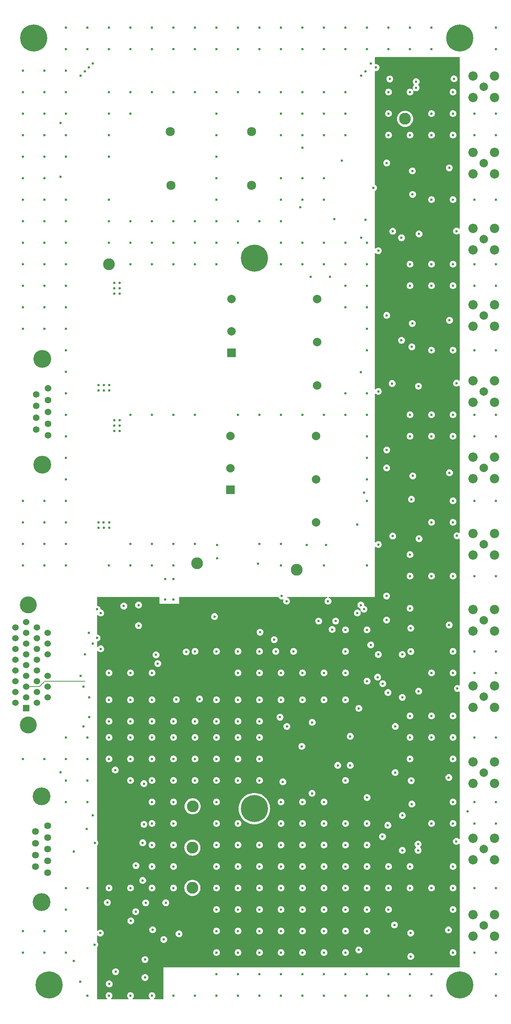
<source format=gbr>
%TF.GenerationSoftware,KiCad,Pcbnew,8.0.6*%
%TF.CreationDate,2025-05-14T12:37:58-04:00*%
%TF.ProjectId,TPC_Warm_Shaper,5450435f-5761-4726-9d5f-536861706572,rev?*%
%TF.SameCoordinates,Original*%
%TF.FileFunction,Copper,L4,Inr*%
%TF.FilePolarity,Positive*%
%FSLAX46Y46*%
G04 Gerber Fmt 4.6, Leading zero omitted, Abs format (unit mm)*
G04 Created by KiCad (PCBNEW 8.0.6) date 2025-05-14 12:37:58*
%MOMM*%
%LPD*%
G01*
G04 APERTURE LIST*
%TA.AperFunction,ComponentPad*%
%ADD10C,2.006600*%
%TD*%
%TA.AperFunction,ComponentPad*%
%ADD11C,2.209800*%
%TD*%
%TA.AperFunction,ComponentPad*%
%ADD12C,2.800000*%
%TD*%
%TA.AperFunction,ComponentPad*%
%ADD13C,1.635000*%
%TD*%
%TA.AperFunction,ComponentPad*%
%ADD14C,4.216000*%
%TD*%
%TA.AperFunction,ComponentPad*%
%ADD15C,2.159000*%
%TD*%
%TA.AperFunction,ComponentPad*%
%ADD16R,2.000000X2.000000*%
%TD*%
%TA.AperFunction,ComponentPad*%
%ADD17C,2.000000*%
%TD*%
%TA.AperFunction,ComponentPad*%
%ADD18C,1.560000*%
%TD*%
%TA.AperFunction,ComponentPad*%
%ADD19C,6.400000*%
%TD*%
%TA.AperFunction,ComponentPad*%
%ADD20C,4.000000*%
%TD*%
%TA.AperFunction,ComponentPad*%
%ADD21R,1.530000X1.530000*%
%TD*%
%TA.AperFunction,ComponentPad*%
%ADD22C,1.530000*%
%TD*%
%TA.AperFunction,ViaPad*%
%ADD23C,0.600000*%
%TD*%
%TA.AperFunction,Conductor*%
%ADD24C,0.200000*%
%TD*%
G04 APERTURE END LIST*
D10*
%TO.N,/P_SHPR_6*%
%TO.C,J14*%
X225680000Y-229544999D03*
D11*
%TO.N,/PM3p3V_RTN*%
X228220000Y-227004999D03*
X223140000Y-227004999D03*
X223140000Y-232084999D03*
X228220000Y-232084999D03*
%TD*%
D10*
%TO.N,/M_SHPR_6*%
%TO.C,J13*%
X225680000Y-247544999D03*
D11*
%TO.N,/PM3p3V_RTN*%
X228220000Y-245004999D03*
X223140000Y-245004999D03*
X223140000Y-250084999D03*
X228220000Y-250084999D03*
%TD*%
D10*
%TO.N,/P_SHPR_5*%
%TO.C,J12*%
X225680000Y-193544999D03*
D11*
%TO.N,/PM3p3V_RTN*%
X228220000Y-191004999D03*
X223140000Y-191004999D03*
X223140000Y-196084999D03*
X228220000Y-196084999D03*
%TD*%
D10*
%TO.N,/M_SHPR_5*%
%TO.C,J11*%
X225680000Y-211544999D03*
D11*
%TO.N,/PM3p3V_RTN*%
X228220000Y-209004999D03*
X223140000Y-209004999D03*
X223140000Y-214084999D03*
X228220000Y-214084999D03*
%TD*%
D10*
%TO.N,/P_SHPR_4*%
%TO.C,J10*%
X225680000Y-157544999D03*
D11*
%TO.N,/PM3p3V_RTN*%
X228220000Y-155004999D03*
X223140000Y-155004999D03*
X223140000Y-160084999D03*
X228220000Y-160084999D03*
%TD*%
D10*
%TO.N,/M_SHPR_4*%
%TO.C,J9*%
X225680000Y-175544999D03*
D11*
%TO.N,/PM3p3V_RTN*%
X228220000Y-173004999D03*
X223140000Y-173004999D03*
X223140000Y-178084999D03*
X228220000Y-178084999D03*
%TD*%
D10*
%TO.N,/P_SHPR_3*%
%TO.C,J8*%
X225680000Y-121544999D03*
D11*
%TO.N,/PM3p3V_RTN*%
X228220000Y-119004999D03*
X223140000Y-119004999D03*
X223140000Y-124084999D03*
X228220000Y-124084999D03*
%TD*%
D10*
%TO.N,/M_SHPR_3*%
%TO.C,J7*%
X225680000Y-139544999D03*
D11*
%TO.N,/PM3p3V_RTN*%
X228220000Y-137004999D03*
X223140000Y-137004999D03*
X223140000Y-142084999D03*
X228220000Y-142084999D03*
%TD*%
D10*
%TO.N,/P_SHPR_2*%
%TO.C,J6*%
X225680000Y-85544999D03*
D11*
%TO.N,/PM3p3V_RTN*%
X228220000Y-83004999D03*
X223140000Y-83004999D03*
X223140000Y-88084999D03*
X228220000Y-88084999D03*
%TD*%
D10*
%TO.N,/M_SHPR_2*%
%TO.C,J5*%
X225680000Y-103544999D03*
D11*
%TO.N,/PM3p3V_RTN*%
X228220000Y-101004999D03*
X223140000Y-101004999D03*
X223140000Y-106084999D03*
X228220000Y-106084999D03*
%TD*%
D10*
%TO.N,/P_SHPR_1*%
%TO.C,J4*%
X225680000Y-49544999D03*
D11*
%TO.N,/PM3p3V_RTN*%
X228220000Y-47004999D03*
X223140000Y-47004999D03*
X223140000Y-52084999D03*
X228220000Y-52084999D03*
%TD*%
D10*
%TO.N,/M_SHPR_1*%
%TO.C,J3*%
X225680000Y-67544999D03*
D11*
%TO.N,/PM3p3V_RTN*%
X228220000Y-65004999D03*
X223140000Y-65004999D03*
X223140000Y-70084999D03*
X228220000Y-70084999D03*
%TD*%
D12*
%TO.N,/V_SEC_RTN*%
%TO.C,SEC_{RTN}*%
X181508400Y-163576000D03*
%TD*%
%TO.N,/TELEM_M5V*%
%TO.C,TELEM_{-5V}*%
X156870400Y-238709200D03*
%TD*%
D13*
%TO.N,/TELEM_RTN*%
%TO.C,J15*%
X122640000Y-235115000D03*
X122640000Y-232345000D03*
%TO.N,unconnected-(J15-Pad3)*%
X122640000Y-229575000D03*
%TO.N,/TELEM_RTN*%
X122640000Y-226805000D03*
X122640000Y-224035000D03*
%TO.N,/TELEM_M5V*%
X119800000Y-233730000D03*
X119800000Y-230960000D03*
%TO.N,/TELEM_P5V*%
X119800000Y-228190000D03*
X119800000Y-225420000D03*
D14*
%TO.N,GNDPWR*%
X121220000Y-217075000D03*
X121220000Y-242075000D03*
%TD*%
D15*
%TO.N,Net-(M2-Pad3)*%
%TO.C,P4*%
X170830000Y-60150000D03*
%TD*%
D12*
%TO.N,/TELEM_RTN*%
%TO.C,TELEM_{RTN}*%
X156870400Y-229209600D03*
%TD*%
%TO.N,/TELEM_RTN*%
%TO.C,TELEM_{RTN}*%
X207111600Y-57099200D03*
%TD*%
D16*
%TO.N,Net-(U1-+VIN)*%
%TO.C,U1*%
X166080000Y-112340000D03*
D17*
%TO.N,Net-(U1--VIN)*%
X166080000Y-107240000D03*
%TO.N,/P3p3V*%
X186380000Y-120040000D03*
%TO.N,unconnected-(U1-TRIM-Pad4)*%
X186380000Y-109840000D03*
%TO.N,/PM3p3V_RTN*%
X186380000Y-99640000D03*
%TO.N,/Main_CKT/Enable*%
X166080000Y-99640000D03*
%TD*%
D12*
%TO.N,/V_SEC_RTN*%
%TO.C,SEC_{RTN}*%
X137160000Y-91440000D03*
%TD*%
%TO.N,/Main_CKT/Enable*%
%TO.C,V_{EN}*%
X157940000Y-162040000D03*
%TD*%
D18*
%TO.N,/V_SEC_RTN*%
%TO.C,J2*%
X122790000Y-120780000D03*
X122790000Y-123550000D03*
%TO.N,unconnected-(J2-Pad3)*%
X122790000Y-126320000D03*
%TO.N,/V_SEC_RTN*%
X122790000Y-129090000D03*
X122790000Y-131860000D03*
%TO.N,/V_SEC_IN*%
X119950000Y-122165000D03*
X119950000Y-124935000D03*
X119950000Y-127705000D03*
X119950000Y-130475000D03*
D14*
%TO.N,GNDPWR*%
X121370000Y-113820000D03*
X121370000Y-138820000D03*
%TD*%
D19*
%TO.N,GNDPWR*%
%TO.C,H7*%
X123000000Y-261620000D03*
%TD*%
%TO.N,GNDPWR*%
%TO.C,H5*%
X119380000Y-38000000D03*
%TD*%
D12*
%TO.N,/TELEM_P5V*%
%TO.C,TELEM_{+5V}*%
X156921200Y-219456000D03*
%TD*%
D19*
%TO.N,GNDPWR*%
%TO.C,H1*%
X220000000Y-38000000D03*
%TD*%
D16*
%TO.N,Net-(U2-+VIN)*%
%TO.C,U2*%
X165807500Y-144730000D03*
D17*
%TO.N,Net-(U2--VIN)*%
X165807500Y-139630000D03*
%TO.N,/PM3p3V_RTN*%
X186107500Y-152430000D03*
%TO.N,unconnected-(U2-TRIM-Pad4)*%
X186107500Y-142230000D03*
%TO.N,/M3p3V*%
X186107500Y-132030000D03*
%TO.N,/Main_CKT/Enable*%
X165807500Y-132030000D03*
%TD*%
D19*
%TO.N,GNDPWR*%
%TO.C,H2*%
X171500000Y-90000000D03*
%TD*%
D15*
%TO.N,Net-(P1-Pad1)*%
%TO.C,P1*%
X151810600Y-72790000D03*
%TD*%
D19*
%TO.N,GNDPWR*%
%TO.C,H4*%
X220000000Y-261620000D03*
%TD*%
%TO.N,GNDPWR*%
%TO.C,H3*%
X171500000Y-220000000D03*
%TD*%
D15*
%TO.N,Net-(M1-Pad3)*%
%TO.C,P2*%
X170809800Y-72790000D03*
%TD*%
%TO.N,Net-(P3-Pad1)*%
%TO.C,P3*%
X151620000Y-60148000D03*
%TD*%
D20*
%TO.N,GNDPWR*%
%TO.C,J1*%
X118098000Y-171909500D03*
X118098000Y-200230500D03*
D21*
%TO.N,/i_Sense_6-*%
X117590000Y-196230000D03*
D22*
%TO.N,/TELEM_RTN*%
X115050000Y-194960000D03*
%TO.N,/i_Sense_6+*%
X117590000Y-193690000D03*
%TO.N,/TELEM_RTN*%
X115050000Y-192420000D03*
%TO.N,/i_Sense_5-*%
X117590000Y-191150000D03*
%TO.N,/TELEM_RTN*%
X115050000Y-189880000D03*
%TO.N,/i_Sense_5+*%
X117590000Y-188610000D03*
%TO.N,/TELEM_RTN*%
X115050000Y-187340000D03*
X115050000Y-184800000D03*
%TO.N,/i_Sense_4+*%
X117590000Y-183530000D03*
%TO.N,/TELEM_RTN*%
X115050000Y-182260000D03*
%TO.N,/i_Sense_3-*%
X117590000Y-180990000D03*
%TO.N,/TELEM_RTN*%
X115050000Y-179720000D03*
%TO.N,/i_Sense_3+*%
X117590000Y-178450000D03*
%TO.N,/TELEM_RTN*%
X115050000Y-177180000D03*
%TO.N,/Enable+*%
X117590000Y-175910000D03*
%TO.N,/TELEM_RTN*%
X120130000Y-194960000D03*
%TO.N,/P3p3V_MON*%
X122670000Y-193690000D03*
%TO.N,/TELEM_RTN*%
X120130000Y-192420000D03*
%TO.N,/M3p3V_MON*%
X122670000Y-191150000D03*
%TO.N,/TEMP_MON*%
X120130000Y-189880000D03*
%TO.N,/i_Sense_2-*%
X122670000Y-188610000D03*
%TO.N,/TELEM_RTN*%
X120130000Y-187340000D03*
%TO.N,/i_Sense_4-*%
X117590000Y-186070000D03*
%TO.N,/TELEM_RTN*%
X120130000Y-184800000D03*
%TO.N,/i_Sense_2+*%
X122670000Y-183530000D03*
%TO.N,/TELEM_RTN*%
X120130000Y-182260000D03*
%TO.N,/i_Sense_1-*%
X122670000Y-180990000D03*
%TO.N,/TELEM_RTN*%
X120130000Y-179720000D03*
%TO.N,/Enable-*%
X120130000Y-177180000D03*
%TO.N,/i_Sense_1+*%
X122670000Y-178450000D03*
%TD*%
D23*
%TO.N,/P3p3V*%
X206470000Y-183600000D03*
X200810000Y-121490000D03*
X206470000Y-193730000D03*
X200810000Y-183600000D03*
X209720000Y-49789999D03*
X206480000Y-221620000D03*
X200810000Y-157650000D03*
X210180000Y-229844999D03*
X206470000Y-229850000D03*
X200810000Y-88260000D03*
%TO.N,/PM3p3V_RTN*%
X188446000Y-157730000D03*
X189426000Y-94380000D03*
X221860000Y-220670000D03*
%TO.N,GNDPWR*%
X184796000Y-94380000D03*
X183886000Y-157730000D03*
%TO.N,/V_SEC_RTN*%
X187960000Y-40640000D03*
X218440000Y-152400000D03*
X121920000Y-66040000D03*
X127000000Y-147320000D03*
X147320000Y-81280000D03*
X157480000Y-157480000D03*
X213360000Y-60960000D03*
X121920000Y-152400000D03*
X139700000Y-129540000D03*
X187960000Y-35560000D03*
X116840000Y-152400000D03*
X127000000Y-45720000D03*
X167640000Y-50800000D03*
X138430000Y-98425000D03*
X127000000Y-50800000D03*
X177800000Y-157480000D03*
X223520000Y-111760000D03*
X142240000Y-55880000D03*
X121920000Y-162560000D03*
X182880000Y-86360000D03*
X127000000Y-60960000D03*
X162560000Y-60960000D03*
X208280000Y-40640000D03*
X228600000Y-147320000D03*
X198120000Y-101600000D03*
X172720000Y-50800000D03*
X116840000Y-81280000D03*
X150460000Y-165750000D03*
X198120000Y-162560000D03*
X142240000Y-35560000D03*
X116840000Y-96520000D03*
X198120000Y-121920000D03*
X198120000Y-91440000D03*
X213360000Y-96520000D03*
X228600000Y-165100000D03*
X223520000Y-55880000D03*
X127000000Y-106680000D03*
X139700000Y-130810000D03*
X147320000Y-50800000D03*
X127000000Y-40640000D03*
X228600000Y-35560000D03*
X223520000Y-147320000D03*
X162560000Y-81280000D03*
X193040000Y-40640000D03*
X116840000Y-86360000D03*
X132080000Y-40640000D03*
X182880000Y-40640000D03*
X116840000Y-71120000D03*
X147320000Y-86360000D03*
X177800000Y-76200000D03*
X228600000Y-60960000D03*
X116840000Y-91440000D03*
X152400000Y-157480000D03*
X203200000Y-55880000D03*
X213360000Y-55880000D03*
X182880000Y-60960000D03*
X208280000Y-96520000D03*
X139700000Y-98425000D03*
X198120000Y-106680000D03*
X187960000Y-76200000D03*
X121920000Y-81280000D03*
X132080000Y-35560000D03*
X213360000Y-165100000D03*
X228600000Y-132080000D03*
X137160000Y-81280000D03*
X198120000Y-35560000D03*
X203200000Y-40640000D03*
X193040000Y-35560000D03*
X213360000Y-152400000D03*
X193040000Y-86360000D03*
X218440000Y-165100000D03*
X193040000Y-121920000D03*
X162560000Y-50800000D03*
X208280000Y-132080000D03*
X203200000Y-35560000D03*
X152400000Y-86360000D03*
X127000000Y-157480000D03*
X218440000Y-127000000D03*
X223520000Y-96520000D03*
X193040000Y-55880000D03*
X157480000Y-127000000D03*
X172720000Y-40640000D03*
X208280000Y-127000000D03*
X157480000Y-35560000D03*
X177800000Y-86360000D03*
X121920000Y-76200000D03*
X138430000Y-130810000D03*
X218440000Y-76200000D03*
X127000000Y-127000000D03*
X147320000Y-162560000D03*
X193040000Y-101600000D03*
X121920000Y-71120000D03*
X198120000Y-142240000D03*
X121920000Y-101600000D03*
X177800000Y-35560000D03*
X152400000Y-40640000D03*
X218440000Y-132080000D03*
X127000000Y-96520000D03*
X167640000Y-81280000D03*
X147320000Y-35560000D03*
X157480000Y-86360000D03*
X198120000Y-96520000D03*
X127000000Y-91440000D03*
X223520000Y-127000000D03*
X228600000Y-55880000D03*
X142240000Y-91440000D03*
X127000000Y-111760000D03*
X193040000Y-127000000D03*
X187960000Y-55880000D03*
X172360000Y-162120000D03*
X198120000Y-86360000D03*
X127000000Y-137160000D03*
X142240000Y-162560000D03*
X138430000Y-128270000D03*
X137160000Y-162560000D03*
X137160000Y-35560000D03*
X193040000Y-96520000D03*
X138430000Y-97155000D03*
X142240000Y-81280000D03*
X177800000Y-60960000D03*
X142240000Y-50800000D03*
X162560000Y-66040000D03*
X127000000Y-132080000D03*
X172720000Y-127000000D03*
X208280000Y-91440000D03*
X152400000Y-162560000D03*
X142240000Y-127000000D03*
X203200000Y-50800000D03*
X223520000Y-76200000D03*
X218440000Y-111760000D03*
X223520000Y-165100000D03*
X127000000Y-86360000D03*
X127000000Y-66040000D03*
X121920000Y-106680000D03*
X198120000Y-137160000D03*
X167640000Y-127000000D03*
X177800000Y-60960000D03*
X142240000Y-86360000D03*
X147320000Y-91440000D03*
X152400000Y-81280000D03*
X228600000Y-111760000D03*
X172720000Y-35560000D03*
X218440000Y-91440000D03*
X127000000Y-101600000D03*
X152400000Y-35560000D03*
X116840000Y-50800000D03*
X218440000Y-60960000D03*
X177800000Y-91440000D03*
X187960000Y-60960000D03*
X193040000Y-60960000D03*
X198120000Y-111760000D03*
X152400000Y-127000000D03*
X223520000Y-132080000D03*
X137160000Y-55880000D03*
X127000000Y-121920000D03*
X152400000Y-91440000D03*
X182880000Y-35560000D03*
X147320000Y-157480000D03*
X127000000Y-116840000D03*
X127000000Y-35560000D03*
X218440000Y-55880000D03*
X182880000Y-76200000D03*
X142240000Y-40640000D03*
X177800000Y-55880000D03*
X137160000Y-60960000D03*
X187960000Y-127000000D03*
X208280000Y-165100000D03*
X187960000Y-71120000D03*
X193040000Y-50800000D03*
X152400000Y-50800000D03*
X228600000Y-76200000D03*
X157480000Y-40640000D03*
X213360000Y-111760000D03*
X116840000Y-45720000D03*
X121920000Y-60960000D03*
X218440000Y-50800000D03*
X116840000Y-60960000D03*
X198120000Y-121920000D03*
X228600000Y-96520000D03*
X121920000Y-86360000D03*
X198120000Y-132080000D03*
X203200000Y-60960000D03*
X139700000Y-128270000D03*
X223520000Y-91440000D03*
X172720000Y-157480000D03*
X218440000Y-147320000D03*
X121920000Y-91440000D03*
X228600000Y-91440000D03*
X138430000Y-129540000D03*
X162560000Y-76200000D03*
X187960000Y-50800000D03*
X177800000Y-50800000D03*
X121920000Y-55880000D03*
X116840000Y-76200000D03*
X147320000Y-40640000D03*
X139700000Y-95885000D03*
X182880000Y-50800000D03*
X162560000Y-35560000D03*
X162560000Y-86360000D03*
X147320000Y-127000000D03*
X152350000Y-165770000D03*
X137160000Y-86360000D03*
X198120000Y-127000000D03*
X139700000Y-97155000D03*
X182880000Y-55880000D03*
X182880000Y-127000000D03*
X177800000Y-40640000D03*
X162560000Y-71120000D03*
X187960000Y-86360000D03*
X127000000Y-55880000D03*
X116840000Y-101600000D03*
X167640000Y-86360000D03*
X177800000Y-81280000D03*
X127000000Y-142240000D03*
X127000000Y-76200000D03*
X157480000Y-81280000D03*
X121920000Y-147320000D03*
X157480000Y-50800000D03*
X137160000Y-66040000D03*
X137160000Y-40640000D03*
X138430000Y-95885000D03*
X182880000Y-91440000D03*
X208280000Y-50800000D03*
X121920000Y-50800000D03*
X127000000Y-81280000D03*
X213360000Y-132080000D03*
X213360000Y-76200000D03*
X187960000Y-91440000D03*
X162560000Y-55880000D03*
X223520000Y-60960000D03*
X121920000Y-96520000D03*
X218440000Y-96520000D03*
X121920000Y-45720000D03*
X228600000Y-40640000D03*
X198120000Y-40640000D03*
X193040000Y-91440000D03*
X121920000Y-157480000D03*
X116840000Y-106680000D03*
X116840000Y-66040000D03*
X213360000Y-40640000D03*
X213360000Y-91440000D03*
X157480000Y-91440000D03*
X116840000Y-55880000D03*
X127000000Y-152400000D03*
X177800000Y-127000000D03*
X177800000Y-162560000D03*
X162560000Y-91440000D03*
X142240000Y-157480000D03*
X228600000Y-127000000D03*
X213360000Y-127000000D03*
X208280000Y-160020000D03*
X116840000Y-162560000D03*
X116840000Y-157480000D03*
X167640000Y-35560000D03*
X162560000Y-40640000D03*
X137160000Y-50800000D03*
X198120000Y-147320000D03*
X137160000Y-76200000D03*
X213360000Y-35560000D03*
X177800000Y-71120000D03*
X187960000Y-162560000D03*
X127000000Y-162560000D03*
X182880000Y-71120000D03*
X208280000Y-35560000D03*
X172720000Y-81280000D03*
X116840000Y-147320000D03*
X167640000Y-40640000D03*
X208280000Y-60960000D03*
%TO.N,/M3p3V*%
X177980000Y-169790000D03*
X202750000Y-169790000D03*
X204800000Y-200580000D03*
X202770000Y-103530000D03*
X204620000Y-247480000D03*
X204770000Y-211500000D03*
X202760000Y-139540000D03*
X202760000Y-175480000D03*
X202770000Y-135310000D03*
X202770000Y-67540000D03*
%TO.N,/V_SEC_IN*%
X134720000Y-121250000D03*
X134682500Y-153660000D03*
X134682500Y-152390000D03*
X137260000Y-119980000D03*
X135990000Y-121250000D03*
X137222500Y-153660000D03*
X135952500Y-153660000D03*
X135990000Y-119980000D03*
X135902500Y-152390000D03*
X134720000Y-119980000D03*
X137260000Y-121250000D03*
X137222500Y-152390000D03*
%TO.N,/TELEM_RTN*%
X145130000Y-236970000D03*
X228600000Y-223520000D03*
X182880000Y-218440000D03*
X198120000Y-233680000D03*
X142240000Y-203200000D03*
X218440000Y-223520000D03*
X198120000Y-243840000D03*
X219470000Y-191614999D03*
X121920000Y-208280000D03*
X217570000Y-68694999D03*
X218440000Y-198120000D03*
X228600000Y-254000000D03*
X136786200Y-242165000D03*
X145140000Y-228080000D03*
X167640000Y-248920000D03*
X208280000Y-172720000D03*
X147320000Y-203200000D03*
X187960000Y-233680000D03*
X157480000Y-203200000D03*
X157480000Y-182880000D03*
X208280000Y-259080000D03*
X203200000Y-264160000D03*
X176580000Y-182880000D03*
X167640000Y-259080000D03*
X193040000Y-259080000D03*
X127000000Y-248920000D03*
X182880000Y-233680000D03*
X152400000Y-238760000D03*
X193040000Y-254000000D03*
X223520000Y-254000000D03*
X132080000Y-218440000D03*
X218440000Y-187960000D03*
X167640000Y-228600000D03*
X213360000Y-203200000D03*
X172720000Y-254000000D03*
X193040000Y-177800000D03*
X142240000Y-208280000D03*
X147320000Y-187960000D03*
X182880000Y-238760000D03*
X132080000Y-264160000D03*
X198120000Y-223520000D03*
X147320000Y-203200000D03*
X172720000Y-233680000D03*
X208570000Y-213394999D03*
X187960000Y-187960000D03*
X177800000Y-243840000D03*
X162560000Y-228600000D03*
X203200000Y-233680000D03*
X217600000Y-104689999D03*
X213360000Y-259080000D03*
X162560000Y-223520000D03*
X130376200Y-260865000D03*
X167640000Y-182880000D03*
X198120000Y-259080000D03*
X127000000Y-213360000D03*
X213360000Y-198120000D03*
X223520000Y-182880000D03*
X147320000Y-199390000D03*
X228600000Y-238760000D03*
X198120000Y-177800000D03*
X209730000Y-48339999D03*
X147320000Y-218440000D03*
X137160000Y-199390000D03*
X172720000Y-259080000D03*
X172720000Y-187960000D03*
X210290000Y-120254999D03*
X152400000Y-223520000D03*
X223520000Y-203200000D03*
X187960000Y-259080000D03*
X203200000Y-238760000D03*
X218440000Y-243840000D03*
X162560000Y-233680000D03*
X148695476Y-185749999D03*
X157480000Y-213360000D03*
X127000000Y-208280000D03*
X177800000Y-254000000D03*
X208470000Y-182894999D03*
X176190000Y-180100000D03*
X162560000Y-238760000D03*
X213360000Y-223520000D03*
X187960000Y-228600000D03*
X157480000Y-199390000D03*
X116840000Y-208280000D03*
X217450000Y-212659999D03*
X208460000Y-177384999D03*
X182880000Y-254000000D03*
X127000000Y-218440000D03*
X208280000Y-203200000D03*
X121920000Y-254000000D03*
X152400000Y-199390000D03*
X193040000Y-248920000D03*
X167640000Y-194310000D03*
X223520000Y-223520000D03*
X127000000Y-238760000D03*
X203200000Y-243840000D03*
X172720000Y-208280000D03*
X177800000Y-228600000D03*
X204198000Y-155624999D03*
X185180000Y-199630000D03*
X219270000Y-119534999D03*
X210420000Y-84289999D03*
X152400000Y-213360000D03*
X147320000Y-213360000D03*
X147320000Y-194310000D03*
X167640000Y-213360000D03*
X193040000Y-187960000D03*
X167640000Y-208280000D03*
X172720000Y-213360000D03*
X132080000Y-238760000D03*
X182880000Y-243840000D03*
X172720000Y-243840000D03*
X148265476Y-183690000D03*
X218680000Y-47664999D03*
X162560000Y-248920000D03*
X157480000Y-264160000D03*
X182880000Y-194310000D03*
X147320000Y-194310000D03*
X162560000Y-208280000D03*
X198120000Y-238760000D03*
X208890000Y-74959999D03*
X172720000Y-238760000D03*
X116840000Y-254000000D03*
X177800000Y-259080000D03*
X167640000Y-238760000D03*
X217370000Y-248649999D03*
X182720000Y-205310000D03*
X187960000Y-254000000D03*
X201780000Y-226610000D03*
X187960000Y-243840000D03*
X193040000Y-223520000D03*
X218440000Y-208280000D03*
X142240000Y-264160000D03*
X208820000Y-105434999D03*
X182880000Y-264160000D03*
X172720000Y-203200000D03*
X147320000Y-199390000D03*
X208700000Y-110954999D03*
X204070000Y-119619999D03*
X147320000Y-228600000D03*
X147320000Y-233680000D03*
X182850000Y-63940000D03*
X210340000Y-192284999D03*
X210190000Y-228394999D03*
X167640000Y-264160000D03*
X177800000Y-238760000D03*
X218440000Y-203200000D03*
X187960000Y-223520000D03*
X177800000Y-248920000D03*
X167640000Y-203200000D03*
X162560000Y-182880000D03*
X172720000Y-199390000D03*
X162560000Y-264160000D03*
X142240000Y-238760000D03*
X167640000Y-187960000D03*
X152350000Y-170580000D03*
X172720000Y-264160000D03*
X219230000Y-227724999D03*
X150470000Y-170610000D03*
X142316200Y-246515000D03*
X208460000Y-254914999D03*
X208280000Y-264160000D03*
X218440000Y-233680000D03*
X133820000Y-228120000D03*
X153075476Y-194250000D03*
X127000000Y-203200000D03*
X152400000Y-208280000D03*
X182880000Y-187960000D03*
X213360000Y-264160000D03*
X187960000Y-218440000D03*
X218440000Y-182880000D03*
X162560000Y-213360000D03*
X127000000Y-243840000D03*
X193040000Y-228600000D03*
X187960000Y-248920000D03*
X147320000Y-223520000D03*
X208710000Y-218930000D03*
X152400000Y-233680000D03*
X177800000Y-233680000D03*
X187960000Y-194310000D03*
X208280000Y-238760000D03*
X147320000Y-238760000D03*
X172720000Y-228600000D03*
X172720000Y-182880000D03*
X162560000Y-199390000D03*
X167640000Y-233680000D03*
X217530000Y-176629999D03*
X167640000Y-223520000D03*
X142240000Y-199390000D03*
X198120000Y-228600000D03*
X193040000Y-194310000D03*
X162560000Y-199390000D03*
X157480000Y-208280000D03*
X198120000Y-264160000D03*
X208280000Y-233680000D03*
X162560000Y-243840000D03*
X208280000Y-208280000D03*
X187960000Y-264160000D03*
X167640000Y-243840000D03*
X193040000Y-264160000D03*
X219390000Y-155574999D03*
X121920000Y-248920000D03*
X210418000Y-156259999D03*
X213360000Y-238760000D03*
X167640000Y-254000000D03*
X213360000Y-187960000D03*
X177800000Y-187960000D03*
X162560000Y-254000000D03*
X142240000Y-187960000D03*
X162560000Y-218440000D03*
X228600000Y-264160000D03*
X152400000Y-218440000D03*
X218440000Y-218440000D03*
X167640000Y-199390000D03*
X162560000Y-259080000D03*
X172720000Y-194310000D03*
X152400000Y-228600000D03*
X218440000Y-254000000D03*
X208280000Y-198120000D03*
X193040000Y-238760000D03*
X228600000Y-182880000D03*
X135116200Y-249380000D03*
X128880000Y-230150000D03*
X218440000Y-238760000D03*
X198120000Y-248920000D03*
X177800000Y-264160000D03*
X177800000Y-223520000D03*
X193040000Y-243840000D03*
X177800000Y-218440000D03*
X208620000Y-146964999D03*
X182390000Y-77960000D03*
X190730000Y-175700000D03*
X182880000Y-223520000D03*
X223520000Y-218440000D03*
X223520000Y-238760000D03*
X152400000Y-264160000D03*
X147320000Y-208280000D03*
X132080000Y-203200000D03*
X217600000Y-140689999D03*
X194160000Y-209790000D03*
X193040000Y-233680000D03*
X137226200Y-261375000D03*
X223520000Y-187960000D03*
X137160000Y-238760000D03*
X204200000Y-83654999D03*
X145420000Y-214110000D03*
X203200000Y-259080000D03*
X177800000Y-194310000D03*
X162560000Y-194310000D03*
X193040000Y-182880000D03*
X208440000Y-249394999D03*
X228600000Y-218440000D03*
X137160000Y-208280000D03*
X137160000Y-187960000D03*
X182880000Y-228600000D03*
X208940000Y-141439999D03*
X137160000Y-203200000D03*
X142240000Y-213360000D03*
X138640000Y-210880000D03*
X145666200Y-259885000D03*
X201840000Y-190500000D03*
X182880000Y-248920000D03*
X137160000Y-194310000D03*
X152400000Y-203200000D03*
X132080000Y-213360000D03*
X228600000Y-203200000D03*
X228600000Y-187960000D03*
X147320000Y-187960000D03*
X127000000Y-254000000D03*
X116840000Y-248920000D03*
X172720000Y-248920000D03*
X147320000Y-264160000D03*
X194160000Y-202930000D03*
X132080000Y-208280000D03*
X203510000Y-47704999D03*
X142240000Y-194310000D03*
X228600000Y-259080000D03*
X131910000Y-224810000D03*
X145430000Y-223710000D03*
X182880000Y-259080000D03*
X185140000Y-216380000D03*
X219260000Y-83619999D03*
X172870000Y-178340000D03*
X155405476Y-182990000D03*
X208835000Y-69429999D03*
X132080000Y-203200000D03*
X187960000Y-238760000D03*
X162560000Y-203200000D03*
X193040000Y-213360000D03*
X137160000Y-264160000D03*
X140660000Y-172170000D03*
%TO.N,/i_Sense_1+*%
X200260000Y-44990000D03*
X132420000Y-44970000D03*
X132420000Y-178460000D03*
%TO.N,/i_Sense_2+*%
X131450000Y-45910000D03*
X197760000Y-80950000D03*
X131450000Y-183540000D03*
X197760000Y-45910000D03*
%TO.N,/TELEM_P5V*%
X133350000Y-221600000D03*
X150576200Y-242235000D03*
X125720000Y-211410000D03*
X158560000Y-194110000D03*
X125730000Y-70770000D03*
X186700000Y-175700000D03*
X125730000Y-58070000D03*
X145666200Y-255625000D03*
X162110000Y-174650000D03*
X153716200Y-249575000D03*
X133796200Y-252115000D03*
%TO.N,/TELEM_M5V*%
X128880000Y-255940000D03*
X180770000Y-182880000D03*
X138730000Y-258515000D03*
%TO.N,/i_Sense_3+*%
X144150000Y-176790000D03*
X196660000Y-116920000D03*
X144150000Y-171930000D03*
X196670000Y-171930000D03*
%TO.N,/i_Sense_4+*%
X195830000Y-173800000D03*
X195830000Y-152930000D03*
X135200000Y-173800000D03*
X135200000Y-182270000D03*
%TO.N,/i_Sense_5+*%
X200640000Y-188950000D03*
%TO.N,/i_Sense_6+*%
X203050000Y-223930000D03*
X203080000Y-192590000D03*
%TO.N,/i_Sense_1-*%
X199670000Y-73400000D03*
X133360000Y-181010000D03*
X133357380Y-44063928D03*
X199060000Y-44070000D03*
%TO.N,/i_Sense_2-*%
X206270000Y-85190000D03*
X196790000Y-85190000D03*
X130470000Y-188620000D03*
X206274999Y-109404999D03*
X196790000Y-46940000D03*
X130470000Y-46940000D03*
%TO.N,/i_Sense_3-*%
X134350000Y-179710000D03*
X197410000Y-172910000D03*
X134360000Y-172920000D03*
X197410000Y-145404999D03*
%TO.N,/i_Sense_4-*%
X199010000Y-181350000D03*
%TO.N,/i_Sense_5-*%
X198140000Y-189900000D03*
X198130000Y-217370000D03*
%TO.N,/i_Sense_6-*%
X196180000Y-253370000D03*
X196180000Y-196340000D03*
%TO.N,Net-(U17A-A_OUT)*%
X179120000Y-171010000D03*
X190440000Y-80790000D03*
X188910000Y-171020000D03*
%TO.N,Net-(U17B-B_OUT)*%
X192210000Y-66960000D03*
X189890000Y-177690000D03*
%TO.N,/TELEM_P3p3V*%
X210418000Y-154859999D03*
X210340000Y-190884999D03*
X210190000Y-226994999D03*
X217380000Y-250119999D03*
X210290000Y-118854999D03*
X217460000Y-214129999D03*
X209730000Y-46939999D03*
X142210000Y-172150000D03*
X217610000Y-142159999D03*
X217610000Y-106159999D03*
X153375476Y-183820000D03*
X184780000Y-204410000D03*
X143570000Y-219300000D03*
X217540000Y-178099999D03*
X217580000Y-70164999D03*
X210420000Y-82889999D03*
%TO.N,/TELEM_M3p3V*%
X143530000Y-233450000D03*
X191210000Y-209790000D03*
%TO.N,Net-(LED1-Pad2)*%
X150106199Y-250914999D03*
%TO.N,Net-(LED1-Pad1)*%
X147476199Y-248594999D03*
%TO.N,Net-(LED2-Pad1)*%
X143486200Y-244345000D03*
%TO.N,Net-(LED2-Pad2)*%
X145836200Y-242255000D03*
%TO.N,/Main_CKT/Enable*%
X162740000Y-157720000D03*
X162740000Y-160850000D03*
%TO.N,/P3p3V_MON*%
X132530000Y-198410000D03*
X132530000Y-193700000D03*
X178230000Y-213670000D03*
X177570000Y-198410000D03*
%TO.N,/M3p3V_MON*%
X179200000Y-200600000D03*
X131149881Y-200600833D03*
X131150000Y-191160000D03*
%TD*%
D24*
%TO.N,/i_Sense_5-*%
X122000000Y-189900000D02*
X120750000Y-191150000D01*
X131420000Y-189900000D02*
X122000000Y-189900000D01*
X120750000Y-191150000D02*
X117590000Y-191150000D01*
X131510000Y-189900000D02*
X131420000Y-189900000D01*
%TD*%
%TA.AperFunction,Conductor*%
%TO.N,/TELEM_P3p3V*%
G36*
X219943039Y-42519685D02*
G01*
X219988794Y-42572489D01*
X220000000Y-42624000D01*
X220000000Y-82928559D01*
X219980315Y-82995598D01*
X219927511Y-83041353D01*
X219858353Y-83051297D01*
X219794797Y-83022272D01*
X219788319Y-83016240D01*
X219762262Y-82990183D01*
X219609523Y-82894210D01*
X219439254Y-82834630D01*
X219439249Y-82834629D01*
X219260004Y-82814434D01*
X219259996Y-82814434D01*
X219080750Y-82834629D01*
X219080745Y-82834630D01*
X218910476Y-82894210D01*
X218757737Y-82990183D01*
X218630184Y-83117736D01*
X218534211Y-83270475D01*
X218474631Y-83440744D01*
X218474630Y-83440749D01*
X218454435Y-83619995D01*
X218454435Y-83620002D01*
X218474630Y-83799248D01*
X218474631Y-83799253D01*
X218534211Y-83969522D01*
X218630184Y-84122261D01*
X218757738Y-84249815D01*
X218910478Y-84345788D01*
X219080745Y-84405367D01*
X219080750Y-84405368D01*
X219259996Y-84425564D01*
X219260000Y-84425564D01*
X219260004Y-84425564D01*
X219439249Y-84405368D01*
X219439252Y-84405367D01*
X219439255Y-84405367D01*
X219609522Y-84345788D01*
X219762262Y-84249815D01*
X219788319Y-84223758D01*
X219849642Y-84190273D01*
X219919334Y-84195257D01*
X219975267Y-84237129D01*
X219999684Y-84302593D01*
X220000000Y-84311439D01*
X220000000Y-118833559D01*
X219980315Y-118900598D01*
X219927511Y-118946353D01*
X219858353Y-118956297D01*
X219794797Y-118927272D01*
X219788319Y-118921240D01*
X219772262Y-118905183D01*
X219619523Y-118809210D01*
X219449254Y-118749630D01*
X219449249Y-118749629D01*
X219270004Y-118729434D01*
X219269996Y-118729434D01*
X219090750Y-118749629D01*
X219090745Y-118749630D01*
X218920476Y-118809210D01*
X218767737Y-118905183D01*
X218640184Y-119032736D01*
X218544211Y-119185475D01*
X218484631Y-119355744D01*
X218484630Y-119355749D01*
X218464435Y-119534995D01*
X218464435Y-119535002D01*
X218484630Y-119714248D01*
X218484631Y-119714253D01*
X218544211Y-119884522D01*
X218604204Y-119980000D01*
X218640184Y-120037261D01*
X218767738Y-120164815D01*
X218858080Y-120221581D01*
X218911269Y-120255002D01*
X218920478Y-120260788D01*
X218997734Y-120287821D01*
X219090745Y-120320367D01*
X219090750Y-120320368D01*
X219269996Y-120340564D01*
X219270000Y-120340564D01*
X219270004Y-120340564D01*
X219449249Y-120320368D01*
X219449252Y-120320367D01*
X219449255Y-120320367D01*
X219619522Y-120260788D01*
X219772262Y-120164815D01*
X219788319Y-120148758D01*
X219849642Y-120115273D01*
X219919334Y-120120257D01*
X219975267Y-120162129D01*
X219999684Y-120227593D01*
X220000000Y-120236439D01*
X220000000Y-154788517D01*
X219980315Y-154855556D01*
X219927511Y-154901311D01*
X219858353Y-154911255D01*
X219810029Y-154893511D01*
X219739525Y-154849211D01*
X219569254Y-154789630D01*
X219569249Y-154789629D01*
X219390004Y-154769434D01*
X219389996Y-154769434D01*
X219210750Y-154789629D01*
X219210745Y-154789630D01*
X219040476Y-154849210D01*
X218887737Y-154945183D01*
X218760184Y-155072736D01*
X218664211Y-155225475D01*
X218604631Y-155395744D01*
X218604630Y-155395749D01*
X218584435Y-155574995D01*
X218584435Y-155575002D01*
X218604630Y-155754248D01*
X218604631Y-155754253D01*
X218664211Y-155924522D01*
X218760184Y-156077261D01*
X218887738Y-156204815D01*
X219040478Y-156300788D01*
X219183367Y-156350787D01*
X219210745Y-156360367D01*
X219210750Y-156360368D01*
X219389996Y-156380564D01*
X219390000Y-156380564D01*
X219390004Y-156380564D01*
X219569249Y-156360368D01*
X219569252Y-156360367D01*
X219569255Y-156360367D01*
X219739522Y-156300788D01*
X219810028Y-156256485D01*
X219877264Y-156237486D01*
X219944100Y-156257853D01*
X219989314Y-156311121D01*
X220000000Y-156361480D01*
X220000000Y-190778778D01*
X219980315Y-190845817D01*
X219927511Y-190891572D01*
X219858353Y-190901516D01*
X219822199Y-190890499D01*
X219819523Y-190889210D01*
X219649254Y-190829630D01*
X219649249Y-190829629D01*
X219470004Y-190809434D01*
X219469996Y-190809434D01*
X219290750Y-190829629D01*
X219290745Y-190829630D01*
X219120476Y-190889210D01*
X218967737Y-190985183D01*
X218840184Y-191112736D01*
X218744211Y-191265475D01*
X218684631Y-191435744D01*
X218684630Y-191435749D01*
X218664435Y-191614995D01*
X218664435Y-191615002D01*
X218684630Y-191794248D01*
X218684631Y-191794253D01*
X218744211Y-191964522D01*
X218840184Y-192117261D01*
X218967738Y-192244815D01*
X219031695Y-192285002D01*
X219117934Y-192339190D01*
X219120478Y-192340788D01*
X219290745Y-192400367D01*
X219290750Y-192400368D01*
X219469996Y-192420564D01*
X219470000Y-192420564D01*
X219470004Y-192420564D01*
X219649249Y-192400368D01*
X219649252Y-192400367D01*
X219649255Y-192400367D01*
X219819522Y-192340788D01*
X219819531Y-192340781D01*
X219822189Y-192339503D01*
X219824088Y-192339190D01*
X219826095Y-192338488D01*
X219826217Y-192338839D01*
X219891130Y-192328145D01*
X219955266Y-192355863D01*
X219994237Y-192413855D01*
X220000000Y-192451219D01*
X220000000Y-227063559D01*
X219980315Y-227130598D01*
X219927511Y-227176353D01*
X219858353Y-227186297D01*
X219794797Y-227157272D01*
X219788319Y-227151240D01*
X219732262Y-227095183D01*
X219579523Y-226999210D01*
X219409254Y-226939630D01*
X219409249Y-226939629D01*
X219230004Y-226919434D01*
X219229996Y-226919434D01*
X219050750Y-226939629D01*
X219050745Y-226939630D01*
X218880476Y-226999210D01*
X218727737Y-227095183D01*
X218600184Y-227222736D01*
X218504211Y-227375475D01*
X218444631Y-227545744D01*
X218444630Y-227545749D01*
X218424435Y-227724995D01*
X218424435Y-227725002D01*
X218444630Y-227904248D01*
X218444631Y-227904253D01*
X218504211Y-228074522D01*
X218600184Y-228227261D01*
X218727738Y-228354815D01*
X218880478Y-228450788D01*
X218934017Y-228469522D01*
X219050745Y-228510367D01*
X219050750Y-228510368D01*
X219229996Y-228530564D01*
X219230000Y-228530564D01*
X219230004Y-228530564D01*
X219409249Y-228510368D01*
X219409252Y-228510367D01*
X219409255Y-228510367D01*
X219579522Y-228450788D01*
X219732262Y-228354815D01*
X219788319Y-228298758D01*
X219849642Y-228265273D01*
X219919334Y-228270257D01*
X219975267Y-228312129D01*
X219999684Y-228377593D01*
X220000000Y-228386439D01*
X220000000Y-257376000D01*
X219980315Y-257443039D01*
X219927511Y-257488794D01*
X219876000Y-257500000D01*
X150000000Y-257500000D01*
X150000000Y-264876000D01*
X149980315Y-264943039D01*
X149927511Y-264988794D01*
X149876000Y-265000000D01*
X147911440Y-265000000D01*
X147844401Y-264980315D01*
X147798646Y-264927511D01*
X147788702Y-264858353D01*
X147817727Y-264794797D01*
X147823759Y-264788319D01*
X147949816Y-264662262D01*
X148045789Y-264509522D01*
X148105368Y-264339255D01*
X148125565Y-264160000D01*
X148118750Y-264099516D01*
X148105369Y-263980750D01*
X148105368Y-263980745D01*
X148045788Y-263810476D01*
X147949815Y-263657737D01*
X147822262Y-263530184D01*
X147669523Y-263434211D01*
X147499254Y-263374631D01*
X147499249Y-263374630D01*
X147320004Y-263354435D01*
X147319996Y-263354435D01*
X147140750Y-263374630D01*
X147140745Y-263374631D01*
X146970476Y-263434211D01*
X146817737Y-263530184D01*
X146690184Y-263657737D01*
X146594211Y-263810476D01*
X146534631Y-263980745D01*
X146534630Y-263980750D01*
X146514435Y-264159996D01*
X146514435Y-264160003D01*
X146534630Y-264339249D01*
X146534631Y-264339254D01*
X146594211Y-264509523D01*
X146690184Y-264662262D01*
X146816241Y-264788319D01*
X146849726Y-264849642D01*
X146844742Y-264919334D01*
X146802870Y-264975267D01*
X146737406Y-264999684D01*
X146728560Y-265000000D01*
X142831440Y-265000000D01*
X142764401Y-264980315D01*
X142718646Y-264927511D01*
X142708702Y-264858353D01*
X142737727Y-264794797D01*
X142743759Y-264788319D01*
X142869816Y-264662262D01*
X142965789Y-264509522D01*
X143025368Y-264339255D01*
X143045565Y-264160000D01*
X143038750Y-264099516D01*
X143025369Y-263980750D01*
X143025368Y-263980745D01*
X142965788Y-263810476D01*
X142869815Y-263657737D01*
X142742262Y-263530184D01*
X142589523Y-263434211D01*
X142419254Y-263374631D01*
X142419249Y-263374630D01*
X142240004Y-263354435D01*
X142239996Y-263354435D01*
X142060750Y-263374630D01*
X142060745Y-263374631D01*
X141890476Y-263434211D01*
X141737737Y-263530184D01*
X141610184Y-263657737D01*
X141514211Y-263810476D01*
X141454631Y-263980745D01*
X141454630Y-263980750D01*
X141434435Y-264159996D01*
X141434435Y-264160003D01*
X141454630Y-264339249D01*
X141454631Y-264339254D01*
X141514211Y-264509523D01*
X141610184Y-264662262D01*
X141736241Y-264788319D01*
X141769726Y-264849642D01*
X141764742Y-264919334D01*
X141722870Y-264975267D01*
X141657406Y-264999684D01*
X141648560Y-265000000D01*
X137751440Y-265000000D01*
X137684401Y-264980315D01*
X137638646Y-264927511D01*
X137628702Y-264858353D01*
X137657727Y-264794797D01*
X137663759Y-264788319D01*
X137789816Y-264662262D01*
X137885789Y-264509522D01*
X137945368Y-264339255D01*
X137965565Y-264160000D01*
X137958750Y-264099516D01*
X137945369Y-263980750D01*
X137945368Y-263980745D01*
X137885788Y-263810476D01*
X137789815Y-263657737D01*
X137662262Y-263530184D01*
X137509523Y-263434211D01*
X137339254Y-263374631D01*
X137339249Y-263374630D01*
X137160004Y-263354435D01*
X137159996Y-263354435D01*
X136980750Y-263374630D01*
X136980745Y-263374631D01*
X136810476Y-263434211D01*
X136657737Y-263530184D01*
X136530184Y-263657737D01*
X136434211Y-263810476D01*
X136374631Y-263980745D01*
X136374630Y-263980750D01*
X136354435Y-264159996D01*
X136354435Y-264160003D01*
X136374630Y-264339249D01*
X136374631Y-264339254D01*
X136434211Y-264509523D01*
X136530184Y-264662262D01*
X136656241Y-264788319D01*
X136689726Y-264849642D01*
X136684742Y-264919334D01*
X136642870Y-264975267D01*
X136577406Y-264999684D01*
X136568560Y-265000000D01*
X134482000Y-265000000D01*
X134414961Y-264980315D01*
X134369206Y-264927511D01*
X134358000Y-264876000D01*
X134358000Y-261374996D01*
X136420635Y-261374996D01*
X136420635Y-261375003D01*
X136440830Y-261554249D01*
X136440831Y-261554254D01*
X136500411Y-261724523D01*
X136596384Y-261877262D01*
X136723938Y-262004816D01*
X136876678Y-262100789D01*
X137046945Y-262160368D01*
X137046950Y-262160369D01*
X137226196Y-262180565D01*
X137226200Y-262180565D01*
X137226204Y-262180565D01*
X137405449Y-262160369D01*
X137405452Y-262160368D01*
X137405455Y-262160368D01*
X137575722Y-262100789D01*
X137728462Y-262004816D01*
X137856016Y-261877262D01*
X137951989Y-261724522D01*
X138011568Y-261554255D01*
X138031765Y-261375000D01*
X138011568Y-261195745D01*
X137951989Y-261025478D01*
X137856016Y-260872738D01*
X137728462Y-260745184D01*
X137575723Y-260649211D01*
X137405454Y-260589631D01*
X137405449Y-260589630D01*
X137226204Y-260569435D01*
X137226196Y-260569435D01*
X137046950Y-260589630D01*
X137046945Y-260589631D01*
X136876676Y-260649211D01*
X136723937Y-260745184D01*
X136596384Y-260872737D01*
X136500411Y-261025476D01*
X136440831Y-261195745D01*
X136440830Y-261195750D01*
X136420635Y-261374996D01*
X134358000Y-261374996D01*
X134358000Y-259884996D01*
X144860635Y-259884996D01*
X144860635Y-259885003D01*
X144880830Y-260064249D01*
X144880831Y-260064254D01*
X144940411Y-260234523D01*
X145036384Y-260387262D01*
X145163938Y-260514816D01*
X145250864Y-260569435D01*
X145283003Y-260589630D01*
X145316678Y-260610789D01*
X145426482Y-260649211D01*
X145486945Y-260670368D01*
X145486950Y-260670369D01*
X145666196Y-260690565D01*
X145666200Y-260690565D01*
X145666204Y-260690565D01*
X145845449Y-260670369D01*
X145845452Y-260670368D01*
X145845455Y-260670368D01*
X146015722Y-260610789D01*
X146168462Y-260514816D01*
X146296016Y-260387262D01*
X146391989Y-260234522D01*
X146451568Y-260064255D01*
X146451569Y-260064249D01*
X146471765Y-259885003D01*
X146471765Y-259884996D01*
X146451569Y-259705750D01*
X146451568Y-259705745D01*
X146391988Y-259535476D01*
X146296015Y-259382737D01*
X146168462Y-259255184D01*
X146015723Y-259159211D01*
X145845454Y-259099631D01*
X145845449Y-259099630D01*
X145666204Y-259079435D01*
X145666196Y-259079435D01*
X145486950Y-259099630D01*
X145486945Y-259099631D01*
X145316676Y-259159211D01*
X145163937Y-259255184D01*
X145036384Y-259382737D01*
X144940411Y-259535476D01*
X144880831Y-259705745D01*
X144880830Y-259705750D01*
X144860635Y-259884996D01*
X134358000Y-259884996D01*
X134358000Y-258514996D01*
X137924435Y-258514996D01*
X137924435Y-258515003D01*
X137944630Y-258694249D01*
X137944631Y-258694254D01*
X138004211Y-258864523D01*
X138005277Y-258866219D01*
X138100184Y-259017262D01*
X138227738Y-259144816D01*
X138380478Y-259240789D01*
X138421617Y-259255184D01*
X138550745Y-259300368D01*
X138550750Y-259300369D01*
X138729996Y-259320565D01*
X138730000Y-259320565D01*
X138730004Y-259320565D01*
X138909249Y-259300369D01*
X138909252Y-259300368D01*
X138909255Y-259300368D01*
X139079522Y-259240789D01*
X139232262Y-259144816D01*
X139359816Y-259017262D01*
X139455789Y-258864522D01*
X139515368Y-258694255D01*
X139523495Y-258622124D01*
X139535565Y-258515003D01*
X139535565Y-258514996D01*
X139515369Y-258335750D01*
X139515368Y-258335745D01*
X139455788Y-258165476D01*
X139359815Y-258012737D01*
X139232262Y-257885184D01*
X139079523Y-257789211D01*
X138909254Y-257729631D01*
X138909249Y-257729630D01*
X138730004Y-257709435D01*
X138729996Y-257709435D01*
X138550750Y-257729630D01*
X138550745Y-257729631D01*
X138380476Y-257789211D01*
X138227737Y-257885184D01*
X138100184Y-258012737D01*
X138004211Y-258165476D01*
X137944631Y-258335745D01*
X137944630Y-258335750D01*
X137924435Y-258514996D01*
X134358000Y-258514996D01*
X134358000Y-255624996D01*
X144860635Y-255624996D01*
X144860635Y-255625003D01*
X144880830Y-255804249D01*
X144880831Y-255804254D01*
X144940411Y-255974523D01*
X145036384Y-256127262D01*
X145163938Y-256254816D01*
X145316678Y-256350789D01*
X145486945Y-256410368D01*
X145486950Y-256410369D01*
X145666196Y-256430565D01*
X145666200Y-256430565D01*
X145666204Y-256430565D01*
X145845449Y-256410369D01*
X145845452Y-256410368D01*
X145845455Y-256410368D01*
X146015722Y-256350789D01*
X146168462Y-256254816D01*
X146296016Y-256127262D01*
X146391989Y-255974522D01*
X146451568Y-255804255D01*
X146463273Y-255700368D01*
X146471765Y-255625003D01*
X146471765Y-255624996D01*
X146451569Y-255445750D01*
X146451568Y-255445745D01*
X146391988Y-255275476D01*
X146296015Y-255122737D01*
X146168462Y-254995184D01*
X146040843Y-254914995D01*
X207654435Y-254914995D01*
X207654435Y-254915002D01*
X207674630Y-255094248D01*
X207674631Y-255094253D01*
X207734211Y-255264522D01*
X207830184Y-255417261D01*
X207957738Y-255544815D01*
X208048080Y-255601581D01*
X208085351Y-255625000D01*
X208110478Y-255640788D01*
X208280745Y-255700367D01*
X208280750Y-255700368D01*
X208459996Y-255720564D01*
X208460000Y-255720564D01*
X208460004Y-255720564D01*
X208639249Y-255700368D01*
X208639252Y-255700367D01*
X208639255Y-255700367D01*
X208809522Y-255640788D01*
X208962262Y-255544815D01*
X209089816Y-255417261D01*
X209185789Y-255264521D01*
X209245368Y-255094254D01*
X209245369Y-255094248D01*
X209265565Y-254915002D01*
X209265565Y-254914995D01*
X209245369Y-254735749D01*
X209245368Y-254735744D01*
X209185788Y-254565475D01*
X209089815Y-254412736D01*
X208962262Y-254285183D01*
X208809523Y-254189210D01*
X208639254Y-254129630D01*
X208639249Y-254129629D01*
X208460004Y-254109434D01*
X208459996Y-254109434D01*
X208280750Y-254129629D01*
X208280745Y-254129630D01*
X208110476Y-254189210D01*
X207957737Y-254285183D01*
X207830184Y-254412736D01*
X207734211Y-254565475D01*
X207674631Y-254735744D01*
X207674630Y-254735749D01*
X207654435Y-254914995D01*
X146040843Y-254914995D01*
X146015723Y-254899211D01*
X145845454Y-254839631D01*
X145845449Y-254839630D01*
X145666204Y-254819435D01*
X145666196Y-254819435D01*
X145486950Y-254839630D01*
X145486945Y-254839631D01*
X145316676Y-254899211D01*
X145163937Y-254995184D01*
X145036384Y-255122737D01*
X144940411Y-255275476D01*
X144880831Y-255445745D01*
X144880830Y-255445750D01*
X144860635Y-255624996D01*
X134358000Y-255624996D01*
X134358000Y-253999996D01*
X161754435Y-253999996D01*
X161754435Y-254000003D01*
X161774630Y-254179249D01*
X161774631Y-254179254D01*
X161834211Y-254349523D01*
X161930184Y-254502262D01*
X162057738Y-254629816D01*
X162210478Y-254725789D01*
X162380745Y-254785368D01*
X162380750Y-254785369D01*
X162559996Y-254805565D01*
X162560000Y-254805565D01*
X162560004Y-254805565D01*
X162739249Y-254785369D01*
X162739252Y-254785368D01*
X162739255Y-254785368D01*
X162909522Y-254725789D01*
X163062262Y-254629816D01*
X163189816Y-254502262D01*
X163285789Y-254349522D01*
X163345368Y-254179255D01*
X163345784Y-254175565D01*
X163365565Y-254000003D01*
X163365565Y-253999996D01*
X166834435Y-253999996D01*
X166834435Y-254000003D01*
X166854630Y-254179249D01*
X166854631Y-254179254D01*
X166914211Y-254349523D01*
X167010184Y-254502262D01*
X167137738Y-254629816D01*
X167290478Y-254725789D01*
X167460745Y-254785368D01*
X167460750Y-254785369D01*
X167639996Y-254805565D01*
X167640000Y-254805565D01*
X167640004Y-254805565D01*
X167819249Y-254785369D01*
X167819252Y-254785368D01*
X167819255Y-254785368D01*
X167989522Y-254725789D01*
X168142262Y-254629816D01*
X168269816Y-254502262D01*
X168365789Y-254349522D01*
X168425368Y-254179255D01*
X168425784Y-254175565D01*
X168445565Y-254000003D01*
X168445565Y-253999996D01*
X171914435Y-253999996D01*
X171914435Y-254000003D01*
X171934630Y-254179249D01*
X171934631Y-254179254D01*
X171994211Y-254349523D01*
X172090184Y-254502262D01*
X172217738Y-254629816D01*
X172370478Y-254725789D01*
X172540745Y-254785368D01*
X172540750Y-254785369D01*
X172719996Y-254805565D01*
X172720000Y-254805565D01*
X172720004Y-254805565D01*
X172899249Y-254785369D01*
X172899252Y-254785368D01*
X172899255Y-254785368D01*
X173069522Y-254725789D01*
X173222262Y-254629816D01*
X173349816Y-254502262D01*
X173445789Y-254349522D01*
X173505368Y-254179255D01*
X173505784Y-254175565D01*
X173525565Y-254000003D01*
X173525565Y-253999996D01*
X176994435Y-253999996D01*
X176994435Y-254000003D01*
X177014630Y-254179249D01*
X177014631Y-254179254D01*
X177074211Y-254349523D01*
X177170184Y-254502262D01*
X177297738Y-254629816D01*
X177450478Y-254725789D01*
X177620745Y-254785368D01*
X177620750Y-254785369D01*
X177799996Y-254805565D01*
X177800000Y-254805565D01*
X177800004Y-254805565D01*
X177979249Y-254785369D01*
X177979252Y-254785368D01*
X177979255Y-254785368D01*
X178149522Y-254725789D01*
X178302262Y-254629816D01*
X178429816Y-254502262D01*
X178525789Y-254349522D01*
X178585368Y-254179255D01*
X178585784Y-254175565D01*
X178605565Y-254000003D01*
X178605565Y-253999996D01*
X182074435Y-253999996D01*
X182074435Y-254000003D01*
X182094630Y-254179249D01*
X182094631Y-254179254D01*
X182154211Y-254349523D01*
X182250184Y-254502262D01*
X182377738Y-254629816D01*
X182530478Y-254725789D01*
X182700745Y-254785368D01*
X182700750Y-254785369D01*
X182879996Y-254805565D01*
X182880000Y-254805565D01*
X182880004Y-254805565D01*
X183059249Y-254785369D01*
X183059252Y-254785368D01*
X183059255Y-254785368D01*
X183229522Y-254725789D01*
X183382262Y-254629816D01*
X183509816Y-254502262D01*
X183605789Y-254349522D01*
X183665368Y-254179255D01*
X183665784Y-254175565D01*
X183685565Y-254000003D01*
X183685565Y-253999996D01*
X187154435Y-253999996D01*
X187154435Y-254000003D01*
X187174630Y-254179249D01*
X187174631Y-254179254D01*
X187234211Y-254349523D01*
X187330184Y-254502262D01*
X187457738Y-254629816D01*
X187610478Y-254725789D01*
X187780745Y-254785368D01*
X187780750Y-254785369D01*
X187959996Y-254805565D01*
X187960000Y-254805565D01*
X187960004Y-254805565D01*
X188139249Y-254785369D01*
X188139252Y-254785368D01*
X188139255Y-254785368D01*
X188309522Y-254725789D01*
X188462262Y-254629816D01*
X188589816Y-254502262D01*
X188685789Y-254349522D01*
X188745368Y-254179255D01*
X188745784Y-254175565D01*
X188765565Y-254000003D01*
X188765565Y-253999996D01*
X192234435Y-253999996D01*
X192234435Y-254000003D01*
X192254630Y-254179249D01*
X192254631Y-254179254D01*
X192314211Y-254349523D01*
X192410184Y-254502262D01*
X192537738Y-254629816D01*
X192690478Y-254725789D01*
X192860745Y-254785368D01*
X192860750Y-254785369D01*
X193039996Y-254805565D01*
X193040000Y-254805565D01*
X193040004Y-254805565D01*
X193219249Y-254785369D01*
X193219252Y-254785368D01*
X193219255Y-254785368D01*
X193389522Y-254725789D01*
X193542262Y-254629816D01*
X193669816Y-254502262D01*
X193765789Y-254349522D01*
X193825368Y-254179255D01*
X193825784Y-254175565D01*
X193845565Y-254000003D01*
X193845565Y-253999996D01*
X193825369Y-253820750D01*
X193825368Y-253820745D01*
X193789949Y-253719523D01*
X193765789Y-253650478D01*
X193669816Y-253497738D01*
X193542262Y-253370184D01*
X193541963Y-253369996D01*
X195374435Y-253369996D01*
X195374435Y-253370003D01*
X195394630Y-253549249D01*
X195394631Y-253549254D01*
X195454211Y-253719523D01*
X195517817Y-253820750D01*
X195550184Y-253872262D01*
X195677738Y-253999816D01*
X195830478Y-254095789D01*
X195927190Y-254129630D01*
X196000745Y-254155368D01*
X196000750Y-254155369D01*
X196179996Y-254175565D01*
X196180000Y-254175565D01*
X196180004Y-254175565D01*
X196359249Y-254155369D01*
X196359252Y-254155368D01*
X196359255Y-254155368D01*
X196529522Y-254095789D01*
X196681976Y-253999996D01*
X217634435Y-253999996D01*
X217634435Y-254000003D01*
X217654630Y-254179249D01*
X217654631Y-254179254D01*
X217714211Y-254349523D01*
X217810184Y-254502262D01*
X217937738Y-254629816D01*
X218090478Y-254725789D01*
X218260745Y-254785368D01*
X218260750Y-254785369D01*
X218439996Y-254805565D01*
X218440000Y-254805565D01*
X218440004Y-254805565D01*
X218619249Y-254785369D01*
X218619252Y-254785368D01*
X218619255Y-254785368D01*
X218789522Y-254725789D01*
X218942262Y-254629816D01*
X219069816Y-254502262D01*
X219165789Y-254349522D01*
X219225368Y-254179255D01*
X219225784Y-254175565D01*
X219245565Y-254000003D01*
X219245565Y-253999996D01*
X219225369Y-253820750D01*
X219225368Y-253820745D01*
X219189949Y-253719523D01*
X219165789Y-253650478D01*
X219069816Y-253497738D01*
X218942262Y-253370184D01*
X218941963Y-253369996D01*
X218789523Y-253274211D01*
X218619254Y-253214631D01*
X218619249Y-253214630D01*
X218440004Y-253194435D01*
X218439996Y-253194435D01*
X218260750Y-253214630D01*
X218260745Y-253214631D01*
X218090476Y-253274211D01*
X217937737Y-253370184D01*
X217810184Y-253497737D01*
X217714211Y-253650476D01*
X217654631Y-253820745D01*
X217654630Y-253820750D01*
X217634435Y-253999996D01*
X196681976Y-253999996D01*
X196682262Y-253999816D01*
X196809816Y-253872262D01*
X196905789Y-253719522D01*
X196965368Y-253549255D01*
X196971173Y-253497737D01*
X196985565Y-253370003D01*
X196985565Y-253369996D01*
X196965369Y-253190750D01*
X196965368Y-253190745D01*
X196905788Y-253020476D01*
X196809815Y-252867737D01*
X196682262Y-252740184D01*
X196529523Y-252644211D01*
X196359254Y-252584631D01*
X196359249Y-252584630D01*
X196180004Y-252564435D01*
X196179996Y-252564435D01*
X196000750Y-252584630D01*
X196000745Y-252584631D01*
X195830476Y-252644211D01*
X195677737Y-252740184D01*
X195550184Y-252867737D01*
X195454211Y-253020476D01*
X195394631Y-253190745D01*
X195394630Y-253190750D01*
X195374435Y-253369996D01*
X193541963Y-253369996D01*
X193389523Y-253274211D01*
X193219254Y-253214631D01*
X193219249Y-253214630D01*
X193040004Y-253194435D01*
X193039996Y-253194435D01*
X192860750Y-253214630D01*
X192860745Y-253214631D01*
X192690476Y-253274211D01*
X192537737Y-253370184D01*
X192410184Y-253497737D01*
X192314211Y-253650476D01*
X192254631Y-253820745D01*
X192254630Y-253820750D01*
X192234435Y-253999996D01*
X188765565Y-253999996D01*
X188745369Y-253820750D01*
X188745368Y-253820745D01*
X188709949Y-253719523D01*
X188685789Y-253650478D01*
X188589816Y-253497738D01*
X188462262Y-253370184D01*
X188461963Y-253369996D01*
X188309523Y-253274211D01*
X188139254Y-253214631D01*
X188139249Y-253214630D01*
X187960004Y-253194435D01*
X187959996Y-253194435D01*
X187780750Y-253214630D01*
X187780745Y-253214631D01*
X187610476Y-253274211D01*
X187457737Y-253370184D01*
X187330184Y-253497737D01*
X187234211Y-253650476D01*
X187174631Y-253820745D01*
X187174630Y-253820750D01*
X187154435Y-253999996D01*
X183685565Y-253999996D01*
X183665369Y-253820750D01*
X183665368Y-253820745D01*
X183629949Y-253719523D01*
X183605789Y-253650478D01*
X183509816Y-253497738D01*
X183382262Y-253370184D01*
X183381963Y-253369996D01*
X183229523Y-253274211D01*
X183059254Y-253214631D01*
X183059249Y-253214630D01*
X182880004Y-253194435D01*
X182879996Y-253194435D01*
X182700750Y-253214630D01*
X182700745Y-253214631D01*
X182530476Y-253274211D01*
X182377737Y-253370184D01*
X182250184Y-253497737D01*
X182154211Y-253650476D01*
X182094631Y-253820745D01*
X182094630Y-253820750D01*
X182074435Y-253999996D01*
X178605565Y-253999996D01*
X178585369Y-253820750D01*
X178585368Y-253820745D01*
X178549949Y-253719523D01*
X178525789Y-253650478D01*
X178429816Y-253497738D01*
X178302262Y-253370184D01*
X178301963Y-253369996D01*
X178149523Y-253274211D01*
X177979254Y-253214631D01*
X177979249Y-253214630D01*
X177800004Y-253194435D01*
X177799996Y-253194435D01*
X177620750Y-253214630D01*
X177620745Y-253214631D01*
X177450476Y-253274211D01*
X177297737Y-253370184D01*
X177170184Y-253497737D01*
X177074211Y-253650476D01*
X177014631Y-253820745D01*
X177014630Y-253820750D01*
X176994435Y-253999996D01*
X173525565Y-253999996D01*
X173505369Y-253820750D01*
X173505368Y-253820745D01*
X173469949Y-253719523D01*
X173445789Y-253650478D01*
X173349816Y-253497738D01*
X173222262Y-253370184D01*
X173221963Y-253369996D01*
X173069523Y-253274211D01*
X172899254Y-253214631D01*
X172899249Y-253214630D01*
X172720004Y-253194435D01*
X172719996Y-253194435D01*
X172540750Y-253214630D01*
X172540745Y-253214631D01*
X172370476Y-253274211D01*
X172217737Y-253370184D01*
X172090184Y-253497737D01*
X171994211Y-253650476D01*
X171934631Y-253820745D01*
X171934630Y-253820750D01*
X171914435Y-253999996D01*
X168445565Y-253999996D01*
X168425369Y-253820750D01*
X168425368Y-253820745D01*
X168389949Y-253719523D01*
X168365789Y-253650478D01*
X168269816Y-253497738D01*
X168142262Y-253370184D01*
X168141963Y-253369996D01*
X167989523Y-253274211D01*
X167819254Y-253214631D01*
X167819249Y-253214630D01*
X167640004Y-253194435D01*
X167639996Y-253194435D01*
X167460750Y-253214630D01*
X167460745Y-253214631D01*
X167290476Y-253274211D01*
X167137737Y-253370184D01*
X167010184Y-253497737D01*
X166914211Y-253650476D01*
X166854631Y-253820745D01*
X166854630Y-253820750D01*
X166834435Y-253999996D01*
X163365565Y-253999996D01*
X163345369Y-253820750D01*
X163345368Y-253820745D01*
X163309949Y-253719523D01*
X163285789Y-253650478D01*
X163189816Y-253497738D01*
X163062262Y-253370184D01*
X163061963Y-253369996D01*
X162909523Y-253274211D01*
X162739254Y-253214631D01*
X162739249Y-253214630D01*
X162560004Y-253194435D01*
X162559996Y-253194435D01*
X162380750Y-253214630D01*
X162380745Y-253214631D01*
X162210476Y-253274211D01*
X162057737Y-253370184D01*
X161930184Y-253497737D01*
X161834211Y-253650476D01*
X161774631Y-253820745D01*
X161774630Y-253820750D01*
X161754435Y-253999996D01*
X134358000Y-253999996D01*
X134358000Y-252736640D01*
X134377685Y-252669601D01*
X134394319Y-252648959D01*
X134399067Y-252644211D01*
X134426016Y-252617262D01*
X134521989Y-252464522D01*
X134581568Y-252294255D01*
X134601765Y-252115000D01*
X134581568Y-251935745D01*
X134521989Y-251765478D01*
X134426016Y-251612738D01*
X134394319Y-251581041D01*
X134360834Y-251519718D01*
X134358000Y-251493360D01*
X134358000Y-250914995D01*
X149300634Y-250914995D01*
X149300634Y-250915002D01*
X149320829Y-251094248D01*
X149320830Y-251094253D01*
X149380410Y-251264522D01*
X149408631Y-251309435D01*
X149476383Y-251417261D01*
X149603937Y-251544815D01*
X149756677Y-251640788D01*
X149926944Y-251700367D01*
X149926949Y-251700368D01*
X150106195Y-251720564D01*
X150106199Y-251720564D01*
X150106203Y-251720564D01*
X150285448Y-251700368D01*
X150285451Y-251700367D01*
X150285454Y-251700367D01*
X150455721Y-251640788D01*
X150608461Y-251544815D01*
X150736015Y-251417261D01*
X150831988Y-251264521D01*
X150891567Y-251094254D01*
X150911764Y-250914999D01*
X150891567Y-250735744D01*
X150831988Y-250565477D01*
X150736015Y-250412737D01*
X150608461Y-250285183D01*
X150455722Y-250189210D01*
X150285453Y-250129630D01*
X150285448Y-250129629D01*
X150106203Y-250109434D01*
X150106195Y-250109434D01*
X149926949Y-250129629D01*
X149926944Y-250129630D01*
X149756675Y-250189210D01*
X149603936Y-250285183D01*
X149476383Y-250412736D01*
X149380410Y-250565475D01*
X149320830Y-250735744D01*
X149320829Y-250735749D01*
X149300634Y-250914995D01*
X134358000Y-250914995D01*
X134358000Y-250053240D01*
X134377685Y-249986201D01*
X134430489Y-249940446D01*
X134499647Y-249930502D01*
X134563203Y-249959527D01*
X134569681Y-249965559D01*
X134613938Y-250009816D01*
X134637809Y-250024815D01*
X134721277Y-250077262D01*
X134766678Y-250105789D01*
X134809540Y-250120787D01*
X134936945Y-250165368D01*
X134936950Y-250165369D01*
X135116196Y-250185565D01*
X135116200Y-250185565D01*
X135116204Y-250185565D01*
X135295449Y-250165369D01*
X135295452Y-250165368D01*
X135295455Y-250165368D01*
X135465722Y-250105789D01*
X135618462Y-250009816D01*
X135746016Y-249882262D01*
X135841989Y-249729522D01*
X135896060Y-249574996D01*
X152910635Y-249574996D01*
X152910635Y-249575003D01*
X152930830Y-249754249D01*
X152930831Y-249754254D01*
X152990411Y-249924523D01*
X153053429Y-250024815D01*
X153086384Y-250077262D01*
X153213938Y-250204816D01*
X153366678Y-250300789D01*
X153536945Y-250360368D01*
X153536950Y-250360369D01*
X153716196Y-250380565D01*
X153716200Y-250380565D01*
X153716204Y-250380565D01*
X153895449Y-250360369D01*
X153895452Y-250360368D01*
X153895455Y-250360368D01*
X154065722Y-250300789D01*
X154218462Y-250204816D01*
X154346016Y-250077262D01*
X154441989Y-249924522D01*
X154501568Y-249754255D01*
X154507076Y-249705369D01*
X154521765Y-249575003D01*
X154521765Y-249574996D01*
X154501569Y-249395750D01*
X154501568Y-249395745D01*
X154457401Y-249269523D01*
X154441989Y-249225478D01*
X154441572Y-249224815D01*
X154395984Y-249152261D01*
X154346016Y-249072738D01*
X154218462Y-248945184D01*
X154178376Y-248919996D01*
X161754435Y-248919996D01*
X161754435Y-248920003D01*
X161774630Y-249099249D01*
X161774631Y-249099254D01*
X161834211Y-249269523D01*
X161913055Y-249395002D01*
X161930184Y-249422262D01*
X162057738Y-249549816D01*
X162210478Y-249645789D01*
X162380745Y-249705368D01*
X162380750Y-249705369D01*
X162559996Y-249725565D01*
X162560000Y-249725565D01*
X162560004Y-249725565D01*
X162739249Y-249705369D01*
X162739252Y-249705368D01*
X162739255Y-249705368D01*
X162909522Y-249645789D01*
X163062262Y-249549816D01*
X163189816Y-249422262D01*
X163285789Y-249269522D01*
X163345368Y-249099255D01*
X163348356Y-249072737D01*
X163365565Y-248920003D01*
X163365565Y-248919996D01*
X166834435Y-248919996D01*
X166834435Y-248920003D01*
X166854630Y-249099249D01*
X166854631Y-249099254D01*
X166914211Y-249269523D01*
X166993055Y-249395002D01*
X167010184Y-249422262D01*
X167137738Y-249549816D01*
X167290478Y-249645789D01*
X167460745Y-249705368D01*
X167460750Y-249705369D01*
X167639996Y-249725565D01*
X167640000Y-249725565D01*
X167640004Y-249725565D01*
X167819249Y-249705369D01*
X167819252Y-249705368D01*
X167819255Y-249705368D01*
X167989522Y-249645789D01*
X168142262Y-249549816D01*
X168269816Y-249422262D01*
X168365789Y-249269522D01*
X168425368Y-249099255D01*
X168428356Y-249072737D01*
X168445565Y-248920003D01*
X168445565Y-248919996D01*
X171914435Y-248919996D01*
X171914435Y-248920003D01*
X171934630Y-249099249D01*
X171934631Y-249099254D01*
X171994211Y-249269523D01*
X172073055Y-249395002D01*
X172090184Y-249422262D01*
X172217738Y-249549816D01*
X172370478Y-249645789D01*
X172540745Y-249705368D01*
X172540750Y-249705369D01*
X172719996Y-249725565D01*
X172720000Y-249725565D01*
X172720004Y-249725565D01*
X172899249Y-249705369D01*
X172899252Y-249705368D01*
X172899255Y-249705368D01*
X173069522Y-249645789D01*
X173222262Y-249549816D01*
X173349816Y-249422262D01*
X173445789Y-249269522D01*
X173505368Y-249099255D01*
X173508356Y-249072737D01*
X173525565Y-248920003D01*
X173525565Y-248919996D01*
X176994435Y-248919996D01*
X176994435Y-248920003D01*
X177014630Y-249099249D01*
X177014631Y-249099254D01*
X177074211Y-249269523D01*
X177153055Y-249395002D01*
X177170184Y-249422262D01*
X177297738Y-249549816D01*
X177450478Y-249645789D01*
X177620745Y-249705368D01*
X177620750Y-249705369D01*
X177799996Y-249725565D01*
X177800000Y-249725565D01*
X177800004Y-249725565D01*
X177979249Y-249705369D01*
X177979252Y-249705368D01*
X177979255Y-249705368D01*
X178149522Y-249645789D01*
X178302262Y-249549816D01*
X178429816Y-249422262D01*
X178525789Y-249269522D01*
X178585368Y-249099255D01*
X178588356Y-249072737D01*
X178605565Y-248920003D01*
X178605565Y-248919996D01*
X182074435Y-248919996D01*
X182074435Y-248920003D01*
X182094630Y-249099249D01*
X182094631Y-249099254D01*
X182154211Y-249269523D01*
X182233055Y-249395002D01*
X182250184Y-249422262D01*
X182377738Y-249549816D01*
X182530478Y-249645789D01*
X182700745Y-249705368D01*
X182700750Y-249705369D01*
X182879996Y-249725565D01*
X182880000Y-249725565D01*
X182880004Y-249725565D01*
X183059249Y-249705369D01*
X183059252Y-249705368D01*
X183059255Y-249705368D01*
X183229522Y-249645789D01*
X183382262Y-249549816D01*
X183509816Y-249422262D01*
X183605789Y-249269522D01*
X183665368Y-249099255D01*
X183668356Y-249072737D01*
X183685565Y-248920003D01*
X183685565Y-248919996D01*
X187154435Y-248919996D01*
X187154435Y-248920003D01*
X187174630Y-249099249D01*
X187174631Y-249099254D01*
X187234211Y-249269523D01*
X187313055Y-249395002D01*
X187330184Y-249422262D01*
X187457738Y-249549816D01*
X187610478Y-249645789D01*
X187780745Y-249705368D01*
X187780750Y-249705369D01*
X187959996Y-249725565D01*
X187960000Y-249725565D01*
X187960004Y-249725565D01*
X188139249Y-249705369D01*
X188139252Y-249705368D01*
X188139255Y-249705368D01*
X188309522Y-249645789D01*
X188462262Y-249549816D01*
X188589816Y-249422262D01*
X188685789Y-249269522D01*
X188745368Y-249099255D01*
X188748356Y-249072737D01*
X188765565Y-248920003D01*
X188765565Y-248919996D01*
X192234435Y-248919996D01*
X192234435Y-248920003D01*
X192254630Y-249099249D01*
X192254631Y-249099254D01*
X192314211Y-249269523D01*
X192393055Y-249395002D01*
X192410184Y-249422262D01*
X192537738Y-249549816D01*
X192690478Y-249645789D01*
X192860745Y-249705368D01*
X192860750Y-249705369D01*
X193039996Y-249725565D01*
X193040000Y-249725565D01*
X193040004Y-249725565D01*
X193219249Y-249705369D01*
X193219252Y-249705368D01*
X193219255Y-249705368D01*
X193389522Y-249645789D01*
X193542262Y-249549816D01*
X193669816Y-249422262D01*
X193765789Y-249269522D01*
X193825368Y-249099255D01*
X193828356Y-249072737D01*
X193845565Y-248920003D01*
X193845565Y-248919996D01*
X197314435Y-248919996D01*
X197314435Y-248920003D01*
X197334630Y-249099249D01*
X197334631Y-249099254D01*
X197394211Y-249269523D01*
X197473055Y-249395002D01*
X197490184Y-249422262D01*
X197617738Y-249549816D01*
X197770478Y-249645789D01*
X197940745Y-249705368D01*
X197940750Y-249705369D01*
X198119996Y-249725565D01*
X198120000Y-249725565D01*
X198120004Y-249725565D01*
X198299249Y-249705369D01*
X198299252Y-249705368D01*
X198299255Y-249705368D01*
X198469522Y-249645789D01*
X198622262Y-249549816D01*
X198749816Y-249422262D01*
X198766949Y-249394995D01*
X207634435Y-249394995D01*
X207634435Y-249395002D01*
X207654630Y-249574248D01*
X207654631Y-249574253D01*
X207714211Y-249744522D01*
X207720327Y-249754255D01*
X207810184Y-249897261D01*
X207937738Y-250024815D01*
X207982976Y-250053240D01*
X208066605Y-250105788D01*
X208090478Y-250120788D01*
X208217883Y-250165369D01*
X208260745Y-250180367D01*
X208260750Y-250180368D01*
X208439996Y-250200564D01*
X208440000Y-250200564D01*
X208440004Y-250200564D01*
X208619249Y-250180368D01*
X208619252Y-250180367D01*
X208619255Y-250180367D01*
X208789522Y-250120788D01*
X208942262Y-250024815D01*
X209069816Y-249897261D01*
X209165789Y-249744521D01*
X209225368Y-249574254D01*
X209227059Y-249559249D01*
X209245565Y-249395002D01*
X209245565Y-249394995D01*
X209225369Y-249215749D01*
X209225368Y-249215744D01*
X209184606Y-249099254D01*
X209165789Y-249045477D01*
X209156364Y-249030478D01*
X209069815Y-248892736D01*
X208942262Y-248765183D01*
X208789523Y-248669210D01*
X208734610Y-248649995D01*
X216564435Y-248649995D01*
X216564435Y-248650002D01*
X216584630Y-248829248D01*
X216584631Y-248829253D01*
X216644211Y-248999522D01*
X216690216Y-249072738D01*
X216740184Y-249152261D01*
X216867738Y-249279815D01*
X217020478Y-249375788D01*
X217091284Y-249400564D01*
X217190745Y-249435367D01*
X217190750Y-249435368D01*
X217369996Y-249455564D01*
X217370000Y-249455564D01*
X217370004Y-249455564D01*
X217549249Y-249435368D01*
X217549252Y-249435367D01*
X217549255Y-249435367D01*
X217719522Y-249375788D01*
X217872262Y-249279815D01*
X217999816Y-249152261D01*
X218095789Y-248999521D01*
X218155368Y-248829254D01*
X218155518Y-248827926D01*
X218175565Y-248650002D01*
X218175565Y-248649995D01*
X218155369Y-248470749D01*
X218155368Y-248470744D01*
X218095788Y-248300475D01*
X218056582Y-248238079D01*
X217999816Y-248147737D01*
X217872262Y-248020183D01*
X217719523Y-247924210D01*
X217549254Y-247864630D01*
X217549249Y-247864629D01*
X217370004Y-247844434D01*
X217369996Y-247844434D01*
X217190750Y-247864629D01*
X217190745Y-247864630D01*
X217020476Y-247924210D01*
X216867737Y-248020183D01*
X216740184Y-248147736D01*
X216644211Y-248300475D01*
X216584631Y-248470744D01*
X216584630Y-248470749D01*
X216564435Y-248649995D01*
X208734610Y-248649995D01*
X208619254Y-248609630D01*
X208619249Y-248609629D01*
X208440004Y-248589434D01*
X208439996Y-248589434D01*
X208260750Y-248609629D01*
X208260745Y-248609630D01*
X208090476Y-248669210D01*
X207937737Y-248765183D01*
X207810184Y-248892736D01*
X207714211Y-249045475D01*
X207654631Y-249215744D01*
X207654630Y-249215749D01*
X207634435Y-249394995D01*
X198766949Y-249394995D01*
X198845789Y-249269522D01*
X198905368Y-249099255D01*
X198908356Y-249072737D01*
X198925565Y-248920003D01*
X198925565Y-248919996D01*
X198905369Y-248740750D01*
X198905368Y-248740745D01*
X198875088Y-248654211D01*
X198845789Y-248570478D01*
X198749816Y-248417738D01*
X198622262Y-248290184D01*
X198582768Y-248265368D01*
X198469523Y-248194211D01*
X198299254Y-248134631D01*
X198299249Y-248134630D01*
X198120004Y-248114435D01*
X198119996Y-248114435D01*
X197940750Y-248134630D01*
X197940745Y-248134631D01*
X197770476Y-248194211D01*
X197617737Y-248290184D01*
X197490184Y-248417737D01*
X197394211Y-248570476D01*
X197334631Y-248740745D01*
X197334630Y-248740750D01*
X197314435Y-248919996D01*
X193845565Y-248919996D01*
X193825369Y-248740750D01*
X193825368Y-248740745D01*
X193795088Y-248654211D01*
X193765789Y-248570478D01*
X193669816Y-248417738D01*
X193542262Y-248290184D01*
X193502768Y-248265368D01*
X193389523Y-248194211D01*
X193219254Y-248134631D01*
X193219249Y-248134630D01*
X193040004Y-248114435D01*
X193039996Y-248114435D01*
X192860750Y-248134630D01*
X192860745Y-248134631D01*
X192690476Y-248194211D01*
X192537737Y-248290184D01*
X192410184Y-248417737D01*
X192314211Y-248570476D01*
X192254631Y-248740745D01*
X192254630Y-248740750D01*
X192234435Y-248919996D01*
X188765565Y-248919996D01*
X188745369Y-248740750D01*
X188745368Y-248740745D01*
X188715088Y-248654211D01*
X188685789Y-248570478D01*
X188589816Y-248417738D01*
X188462262Y-248290184D01*
X188422768Y-248265368D01*
X188309523Y-248194211D01*
X188139254Y-248134631D01*
X188139249Y-248134630D01*
X187960004Y-248114435D01*
X187959996Y-248114435D01*
X187780750Y-248134630D01*
X187780745Y-248134631D01*
X187610476Y-248194211D01*
X187457737Y-248290184D01*
X187330184Y-248417737D01*
X187234211Y-248570476D01*
X187174631Y-248740745D01*
X187174630Y-248740750D01*
X187154435Y-248919996D01*
X183685565Y-248919996D01*
X183665369Y-248740750D01*
X183665368Y-248740745D01*
X183635088Y-248654211D01*
X183605789Y-248570478D01*
X183509816Y-248417738D01*
X183382262Y-248290184D01*
X183342768Y-248265368D01*
X183229523Y-248194211D01*
X183059254Y-248134631D01*
X183059249Y-248134630D01*
X182880004Y-248114435D01*
X182879996Y-248114435D01*
X182700750Y-248134630D01*
X182700745Y-248134631D01*
X182530476Y-248194211D01*
X182377737Y-248290184D01*
X182250184Y-248417737D01*
X182154211Y-248570476D01*
X182094631Y-248740745D01*
X182094630Y-248740750D01*
X182074435Y-248919996D01*
X178605565Y-248919996D01*
X178585369Y-248740750D01*
X178585368Y-248740745D01*
X178555088Y-248654211D01*
X178525789Y-248570478D01*
X178429816Y-248417738D01*
X178302262Y-248290184D01*
X178262768Y-248265368D01*
X178149523Y-248194211D01*
X177979254Y-248134631D01*
X177979249Y-248134630D01*
X177800004Y-248114435D01*
X177799996Y-248114435D01*
X177620750Y-248134630D01*
X177620745Y-248134631D01*
X177450476Y-248194211D01*
X177297737Y-248290184D01*
X177170184Y-248417737D01*
X177074211Y-248570476D01*
X177014631Y-248740745D01*
X177014630Y-248740750D01*
X176994435Y-248919996D01*
X173525565Y-248919996D01*
X173505369Y-248740750D01*
X173505368Y-248740745D01*
X173475088Y-248654211D01*
X173445789Y-248570478D01*
X173349816Y-248417738D01*
X173222262Y-248290184D01*
X173182768Y-248265368D01*
X173069523Y-248194211D01*
X172899254Y-248134631D01*
X172899249Y-248134630D01*
X172720004Y-248114435D01*
X172719996Y-248114435D01*
X172540750Y-248134630D01*
X172540745Y-248134631D01*
X172370476Y-248194211D01*
X172217737Y-248290184D01*
X172090184Y-248417737D01*
X171994211Y-248570476D01*
X171934631Y-248740745D01*
X171934630Y-248740750D01*
X171914435Y-248919996D01*
X168445565Y-248919996D01*
X168425369Y-248740750D01*
X168425368Y-248740745D01*
X168395088Y-248654211D01*
X168365789Y-248570478D01*
X168269816Y-248417738D01*
X168142262Y-248290184D01*
X168102768Y-248265368D01*
X167989523Y-248194211D01*
X167819254Y-248134631D01*
X167819249Y-248134630D01*
X167640004Y-248114435D01*
X167639996Y-248114435D01*
X167460750Y-248134630D01*
X167460745Y-248134631D01*
X167290476Y-248194211D01*
X167137737Y-248290184D01*
X167010184Y-248417737D01*
X166914211Y-248570476D01*
X166854631Y-248740745D01*
X166854630Y-248740750D01*
X166834435Y-248919996D01*
X163365565Y-248919996D01*
X163345369Y-248740750D01*
X163345368Y-248740745D01*
X163315088Y-248654211D01*
X163285789Y-248570478D01*
X163189816Y-248417738D01*
X163062262Y-248290184D01*
X163022768Y-248265368D01*
X162909523Y-248194211D01*
X162739254Y-248134631D01*
X162739249Y-248134630D01*
X162560004Y-248114435D01*
X162559996Y-248114435D01*
X162380750Y-248134630D01*
X162380745Y-248134631D01*
X162210476Y-248194211D01*
X162057737Y-248290184D01*
X161930184Y-248417737D01*
X161834211Y-248570476D01*
X161774631Y-248740745D01*
X161774630Y-248740750D01*
X161754435Y-248919996D01*
X154178376Y-248919996D01*
X154065723Y-248849211D01*
X153895454Y-248789631D01*
X153895449Y-248789630D01*
X153716204Y-248769435D01*
X153716196Y-248769435D01*
X153536950Y-248789630D01*
X153536945Y-248789631D01*
X153366676Y-248849211D01*
X153213937Y-248945184D01*
X153086384Y-249072737D01*
X152990411Y-249225476D01*
X152930831Y-249395745D01*
X152930830Y-249395750D01*
X152910635Y-249574996D01*
X135896060Y-249574996D01*
X135901568Y-249559255D01*
X135915527Y-249435367D01*
X135921765Y-249380003D01*
X135921765Y-249379996D01*
X135901569Y-249200750D01*
X135901568Y-249200745D01*
X135847237Y-249045477D01*
X135841989Y-249030478D01*
X135822537Y-248999521D01*
X135787979Y-248944522D01*
X135746016Y-248877738D01*
X135618462Y-248750184D01*
X135603440Y-248740745D01*
X135465723Y-248654211D01*
X135296494Y-248594995D01*
X146670634Y-248594995D01*
X146670634Y-248595002D01*
X146690829Y-248774248D01*
X146690830Y-248774253D01*
X146750410Y-248944522D01*
X146830974Y-249072738D01*
X146846383Y-249097261D01*
X146973937Y-249224815D01*
X147126677Y-249320788D01*
X147283855Y-249375787D01*
X147296944Y-249380367D01*
X147296949Y-249380368D01*
X147476195Y-249400564D01*
X147476199Y-249400564D01*
X147476203Y-249400564D01*
X147655448Y-249380368D01*
X147655451Y-249380367D01*
X147655454Y-249380367D01*
X147825721Y-249320788D01*
X147978461Y-249224815D01*
X148106015Y-249097261D01*
X148201988Y-248944521D01*
X148261567Y-248774254D01*
X148273403Y-248669210D01*
X148281764Y-248595002D01*
X148281764Y-248594995D01*
X148261568Y-248415749D01*
X148261567Y-248415744D01*
X148221233Y-248300477D01*
X148201988Y-248245477D01*
X148106015Y-248092737D01*
X147978461Y-247965183D01*
X147913253Y-247924210D01*
X147825722Y-247869210D01*
X147655453Y-247809630D01*
X147655448Y-247809629D01*
X147476203Y-247789434D01*
X147476195Y-247789434D01*
X147296949Y-247809629D01*
X147296944Y-247809630D01*
X147126675Y-247869210D01*
X146973936Y-247965183D01*
X146846383Y-248092736D01*
X146750410Y-248245475D01*
X146690830Y-248415744D01*
X146690829Y-248415749D01*
X146670634Y-248594995D01*
X135296494Y-248594995D01*
X135295454Y-248594631D01*
X135295449Y-248594630D01*
X135116204Y-248574435D01*
X135116196Y-248574435D01*
X134936950Y-248594630D01*
X134936945Y-248594631D01*
X134766676Y-248654211D01*
X134613937Y-248750184D01*
X134569681Y-248794441D01*
X134508358Y-248827926D01*
X134438666Y-248822942D01*
X134382733Y-248781070D01*
X134358316Y-248715606D01*
X134358000Y-248706760D01*
X134358000Y-247479996D01*
X203814435Y-247479996D01*
X203814435Y-247480003D01*
X203834630Y-247659249D01*
X203834631Y-247659254D01*
X203894211Y-247829523D01*
X203990184Y-247982262D01*
X204117738Y-248109816D01*
X204178087Y-248147736D01*
X204252051Y-248194211D01*
X204270478Y-248205789D01*
X204383894Y-248245475D01*
X204440745Y-248265368D01*
X204440750Y-248265369D01*
X204619996Y-248285565D01*
X204620000Y-248285565D01*
X204620004Y-248285565D01*
X204799249Y-248265369D01*
X204799252Y-248265368D01*
X204799255Y-248265368D01*
X204969522Y-248205789D01*
X205122262Y-248109816D01*
X205249816Y-247982262D01*
X205345789Y-247829522D01*
X205405368Y-247659255D01*
X205425565Y-247480000D01*
X205407601Y-247320565D01*
X205405369Y-247300750D01*
X205405368Y-247300745D01*
X205350806Y-247144816D01*
X205345789Y-247130478D01*
X205249816Y-246977738D01*
X205122262Y-246850184D01*
X204969523Y-246754211D01*
X204799254Y-246694631D01*
X204799249Y-246694630D01*
X204620004Y-246674435D01*
X204619996Y-246674435D01*
X204440750Y-246694630D01*
X204440745Y-246694631D01*
X204270476Y-246754211D01*
X204117737Y-246850184D01*
X203990184Y-246977737D01*
X203894211Y-247130476D01*
X203834631Y-247300745D01*
X203834630Y-247300750D01*
X203814435Y-247479996D01*
X134358000Y-247479996D01*
X134358000Y-246514996D01*
X141510635Y-246514996D01*
X141510635Y-246515003D01*
X141530830Y-246694249D01*
X141530831Y-246694254D01*
X141590411Y-246864523D01*
X141661549Y-246977737D01*
X141686384Y-247017262D01*
X141813938Y-247144816D01*
X141966678Y-247240789D01*
X142136945Y-247300368D01*
X142136950Y-247300369D01*
X142316196Y-247320565D01*
X142316200Y-247320565D01*
X142316204Y-247320565D01*
X142495449Y-247300369D01*
X142495452Y-247300368D01*
X142495455Y-247300368D01*
X142665722Y-247240789D01*
X142818462Y-247144816D01*
X142946016Y-247017262D01*
X143041989Y-246864522D01*
X143101568Y-246694255D01*
X143121765Y-246515000D01*
X143101568Y-246335745D01*
X143041989Y-246165478D01*
X142946016Y-246012738D01*
X142818462Y-245885184D01*
X142665723Y-245789211D01*
X142495454Y-245729631D01*
X142495449Y-245729630D01*
X142316204Y-245709435D01*
X142316196Y-245709435D01*
X142136950Y-245729630D01*
X142136945Y-245729631D01*
X141966676Y-245789211D01*
X141813937Y-245885184D01*
X141686384Y-246012737D01*
X141590411Y-246165476D01*
X141530831Y-246335745D01*
X141530830Y-246335750D01*
X141510635Y-246514996D01*
X134358000Y-246514996D01*
X134358000Y-244344996D01*
X142680635Y-244344996D01*
X142680635Y-244345003D01*
X142700830Y-244524249D01*
X142700831Y-244524254D01*
X142760411Y-244694523D01*
X142856384Y-244847262D01*
X142983938Y-244974816D01*
X143136678Y-245070789D01*
X143306945Y-245130368D01*
X143306950Y-245130369D01*
X143486196Y-245150565D01*
X143486200Y-245150565D01*
X143486204Y-245150565D01*
X143665449Y-245130369D01*
X143665452Y-245130368D01*
X143665455Y-245130368D01*
X143835722Y-245070789D01*
X143988462Y-244974816D01*
X144116016Y-244847262D01*
X144211989Y-244694522D01*
X144271568Y-244524255D01*
X144291765Y-244345000D01*
X144274247Y-244189523D01*
X144271569Y-244165750D01*
X144271568Y-244165745D01*
X144220309Y-244019255D01*
X144211989Y-243995478D01*
X144116016Y-243842738D01*
X144113274Y-243839996D01*
X161754435Y-243839996D01*
X161754435Y-243840003D01*
X161774630Y-244019249D01*
X161774631Y-244019254D01*
X161834211Y-244189523D01*
X161930184Y-244342262D01*
X162057738Y-244469816D01*
X162210478Y-244565789D01*
X162380745Y-244625368D01*
X162380750Y-244625369D01*
X162559996Y-244645565D01*
X162560000Y-244645565D01*
X162560004Y-244645565D01*
X162739249Y-244625369D01*
X162739252Y-244625368D01*
X162739255Y-244625368D01*
X162909522Y-244565789D01*
X163062262Y-244469816D01*
X163189816Y-244342262D01*
X163285789Y-244189522D01*
X163345368Y-244019255D01*
X163348047Y-243995478D01*
X163365565Y-243840003D01*
X163365565Y-243839996D01*
X166834435Y-243839996D01*
X166834435Y-243840003D01*
X166854630Y-244019249D01*
X166854631Y-244019254D01*
X166914211Y-244189523D01*
X167010184Y-244342262D01*
X167137738Y-244469816D01*
X167290478Y-244565789D01*
X167460745Y-244625368D01*
X167460750Y-244625369D01*
X167639996Y-244645565D01*
X167640000Y-244645565D01*
X167640004Y-244645565D01*
X167819249Y-244625369D01*
X167819252Y-244625368D01*
X167819255Y-244625368D01*
X167989522Y-244565789D01*
X168142262Y-244469816D01*
X168269816Y-244342262D01*
X168365789Y-244189522D01*
X168425368Y-244019255D01*
X168428047Y-243995478D01*
X168445565Y-243840003D01*
X168445565Y-243839996D01*
X171914435Y-243839996D01*
X171914435Y-243840003D01*
X171934630Y-244019249D01*
X171934631Y-244019254D01*
X171994211Y-244189523D01*
X172090184Y-244342262D01*
X172217738Y-244469816D01*
X172370478Y-244565789D01*
X172540745Y-244625368D01*
X172540750Y-244625369D01*
X172719996Y-244645565D01*
X172720000Y-244645565D01*
X172720004Y-244645565D01*
X172899249Y-244625369D01*
X172899252Y-244625368D01*
X172899255Y-244625368D01*
X173069522Y-244565789D01*
X173222262Y-244469816D01*
X173349816Y-244342262D01*
X173445789Y-244189522D01*
X173505368Y-244019255D01*
X173508047Y-243995478D01*
X173525565Y-243840003D01*
X173525565Y-243839996D01*
X176994435Y-243839996D01*
X176994435Y-243840003D01*
X177014630Y-244019249D01*
X177014631Y-244019254D01*
X177074211Y-244189523D01*
X177170184Y-244342262D01*
X177297738Y-244469816D01*
X177450478Y-244565789D01*
X177620745Y-244625368D01*
X177620750Y-244625369D01*
X177799996Y-244645565D01*
X177800000Y-244645565D01*
X177800004Y-244645565D01*
X177979249Y-244625369D01*
X177979252Y-244625368D01*
X177979255Y-244625368D01*
X178149522Y-244565789D01*
X178302262Y-244469816D01*
X178429816Y-244342262D01*
X178525789Y-244189522D01*
X178585368Y-244019255D01*
X178588047Y-243995478D01*
X178605565Y-243840003D01*
X178605565Y-243839996D01*
X182074435Y-243839996D01*
X182074435Y-243840003D01*
X182094630Y-244019249D01*
X182094631Y-244019254D01*
X182154211Y-244189523D01*
X182250184Y-244342262D01*
X182377738Y-244469816D01*
X182530478Y-244565789D01*
X182700745Y-244625368D01*
X182700750Y-244625369D01*
X182879996Y-244645565D01*
X182880000Y-244645565D01*
X182880004Y-244645565D01*
X183059249Y-244625369D01*
X183059252Y-244625368D01*
X183059255Y-244625368D01*
X183229522Y-244565789D01*
X183382262Y-244469816D01*
X183509816Y-244342262D01*
X183605789Y-244189522D01*
X183665368Y-244019255D01*
X183668047Y-243995478D01*
X183685565Y-243840003D01*
X183685565Y-243839996D01*
X187154435Y-243839996D01*
X187154435Y-243840003D01*
X187174630Y-244019249D01*
X187174631Y-244019254D01*
X187234211Y-244189523D01*
X187330184Y-244342262D01*
X187457738Y-244469816D01*
X187610478Y-244565789D01*
X187780745Y-244625368D01*
X187780750Y-244625369D01*
X187959996Y-244645565D01*
X187960000Y-244645565D01*
X187960004Y-244645565D01*
X188139249Y-244625369D01*
X188139252Y-244625368D01*
X188139255Y-244625368D01*
X188309522Y-244565789D01*
X188462262Y-244469816D01*
X188589816Y-244342262D01*
X188685789Y-244189522D01*
X188745368Y-244019255D01*
X188748047Y-243995478D01*
X188765565Y-243840003D01*
X188765565Y-243839996D01*
X192234435Y-243839996D01*
X192234435Y-243840003D01*
X192254630Y-244019249D01*
X192254631Y-244019254D01*
X192314211Y-244189523D01*
X192410184Y-244342262D01*
X192537738Y-244469816D01*
X192690478Y-244565789D01*
X192860745Y-244625368D01*
X192860750Y-244625369D01*
X193039996Y-244645565D01*
X193040000Y-244645565D01*
X193040004Y-244645565D01*
X193219249Y-244625369D01*
X193219252Y-244625368D01*
X193219255Y-244625368D01*
X193389522Y-244565789D01*
X193542262Y-244469816D01*
X193669816Y-244342262D01*
X193765789Y-244189522D01*
X193825368Y-244019255D01*
X193828047Y-243995478D01*
X193845565Y-243840003D01*
X193845565Y-243839996D01*
X197314435Y-243839996D01*
X197314435Y-243840003D01*
X197334630Y-244019249D01*
X197334631Y-244019254D01*
X197394211Y-244189523D01*
X197490184Y-244342262D01*
X197617738Y-244469816D01*
X197770478Y-244565789D01*
X197940745Y-244625368D01*
X197940750Y-244625369D01*
X198119996Y-244645565D01*
X198120000Y-244645565D01*
X198120004Y-244645565D01*
X198299249Y-244625369D01*
X198299252Y-244625368D01*
X198299255Y-244625368D01*
X198469522Y-244565789D01*
X198622262Y-244469816D01*
X198749816Y-244342262D01*
X198845789Y-244189522D01*
X198905368Y-244019255D01*
X198908047Y-243995478D01*
X198925565Y-243840003D01*
X198925565Y-243839996D01*
X202394435Y-243839996D01*
X202394435Y-243840003D01*
X202414630Y-244019249D01*
X202414631Y-244019254D01*
X202474211Y-244189523D01*
X202570184Y-244342262D01*
X202697738Y-244469816D01*
X202850478Y-244565789D01*
X203020745Y-244625368D01*
X203020750Y-244625369D01*
X203199996Y-244645565D01*
X203200000Y-244645565D01*
X203200004Y-244645565D01*
X203379249Y-244625369D01*
X203379252Y-244625368D01*
X203379255Y-244625368D01*
X203549522Y-244565789D01*
X203702262Y-244469816D01*
X203829816Y-244342262D01*
X203925789Y-244189522D01*
X203985368Y-244019255D01*
X203988047Y-243995478D01*
X204005565Y-243840003D01*
X204005565Y-243839996D01*
X217634435Y-243839996D01*
X217634435Y-243840003D01*
X217654630Y-244019249D01*
X217654631Y-244019254D01*
X217714211Y-244189523D01*
X217810184Y-244342262D01*
X217937738Y-244469816D01*
X218090478Y-244565789D01*
X218260745Y-244625368D01*
X218260750Y-244625369D01*
X218439996Y-244645565D01*
X218440000Y-244645565D01*
X218440004Y-244645565D01*
X218619249Y-244625369D01*
X218619252Y-244625368D01*
X218619255Y-244625368D01*
X218789522Y-244565789D01*
X218942262Y-244469816D01*
X219069816Y-244342262D01*
X219165789Y-244189522D01*
X219225368Y-244019255D01*
X219228047Y-243995478D01*
X219245565Y-243840003D01*
X219245565Y-243839996D01*
X219225369Y-243660750D01*
X219225368Y-243660745D01*
X219165788Y-243490476D01*
X219069815Y-243337737D01*
X218942262Y-243210184D01*
X218789523Y-243114211D01*
X218619254Y-243054631D01*
X218619249Y-243054630D01*
X218440004Y-243034435D01*
X218439996Y-243034435D01*
X218260750Y-243054630D01*
X218260745Y-243054631D01*
X218090476Y-243114211D01*
X217937737Y-243210184D01*
X217810184Y-243337737D01*
X217714211Y-243490476D01*
X217654631Y-243660745D01*
X217654630Y-243660750D01*
X217634435Y-243839996D01*
X204005565Y-243839996D01*
X203985369Y-243660750D01*
X203985368Y-243660745D01*
X203925788Y-243490476D01*
X203829815Y-243337737D01*
X203702262Y-243210184D01*
X203549523Y-243114211D01*
X203379254Y-243054631D01*
X203379249Y-243054630D01*
X203200004Y-243034435D01*
X203199996Y-243034435D01*
X203020750Y-243054630D01*
X203020745Y-243054631D01*
X202850476Y-243114211D01*
X202697737Y-243210184D01*
X202570184Y-243337737D01*
X202474211Y-243490476D01*
X202414631Y-243660745D01*
X202414630Y-243660750D01*
X202394435Y-243839996D01*
X198925565Y-243839996D01*
X198905369Y-243660750D01*
X198905368Y-243660745D01*
X198845788Y-243490476D01*
X198749815Y-243337737D01*
X198622262Y-243210184D01*
X198469523Y-243114211D01*
X198299254Y-243054631D01*
X198299249Y-243054630D01*
X198120004Y-243034435D01*
X198119996Y-243034435D01*
X197940750Y-243054630D01*
X197940745Y-243054631D01*
X197770476Y-243114211D01*
X197617737Y-243210184D01*
X197490184Y-243337737D01*
X197394211Y-243490476D01*
X197334631Y-243660745D01*
X197334630Y-243660750D01*
X197314435Y-243839996D01*
X193845565Y-243839996D01*
X193825369Y-243660750D01*
X193825368Y-243660745D01*
X193765788Y-243490476D01*
X193669815Y-243337737D01*
X193542262Y-243210184D01*
X193389523Y-243114211D01*
X193219254Y-243054631D01*
X193219249Y-243054630D01*
X193040004Y-243034435D01*
X193039996Y-243034435D01*
X192860750Y-243054630D01*
X192860745Y-243054631D01*
X192690476Y-243114211D01*
X192537737Y-243210184D01*
X192410184Y-243337737D01*
X192314211Y-243490476D01*
X192254631Y-243660745D01*
X192254630Y-243660750D01*
X192234435Y-243839996D01*
X188765565Y-243839996D01*
X188745369Y-243660750D01*
X188745368Y-243660745D01*
X188685788Y-243490476D01*
X188589815Y-243337737D01*
X188462262Y-243210184D01*
X188309523Y-243114211D01*
X188139254Y-243054631D01*
X188139249Y-243054630D01*
X187960004Y-243034435D01*
X187959996Y-243034435D01*
X187780750Y-243054630D01*
X187780745Y-243054631D01*
X187610476Y-243114211D01*
X187457737Y-243210184D01*
X187330184Y-243337737D01*
X187234211Y-243490476D01*
X187174631Y-243660745D01*
X187174630Y-243660750D01*
X187154435Y-243839996D01*
X183685565Y-243839996D01*
X183665369Y-243660750D01*
X183665368Y-243660745D01*
X183605788Y-243490476D01*
X183509815Y-243337737D01*
X183382262Y-243210184D01*
X183229523Y-243114211D01*
X183059254Y-243054631D01*
X183059249Y-243054630D01*
X182880004Y-243034435D01*
X182879996Y-243034435D01*
X182700750Y-243054630D01*
X182700745Y-243054631D01*
X182530476Y-243114211D01*
X182377737Y-243210184D01*
X182250184Y-243337737D01*
X182154211Y-243490476D01*
X182094631Y-243660745D01*
X182094630Y-243660750D01*
X182074435Y-243839996D01*
X178605565Y-243839996D01*
X178585369Y-243660750D01*
X178585368Y-243660745D01*
X178525788Y-243490476D01*
X178429815Y-243337737D01*
X178302262Y-243210184D01*
X178149523Y-243114211D01*
X177979254Y-243054631D01*
X177979249Y-243054630D01*
X177800004Y-243034435D01*
X177799996Y-243034435D01*
X177620750Y-243054630D01*
X177620745Y-243054631D01*
X177450476Y-243114211D01*
X177297737Y-243210184D01*
X177170184Y-243337737D01*
X177074211Y-243490476D01*
X177014631Y-243660745D01*
X177014630Y-243660750D01*
X176994435Y-243839996D01*
X173525565Y-243839996D01*
X173505369Y-243660750D01*
X173505368Y-243660745D01*
X173445788Y-243490476D01*
X173349815Y-243337737D01*
X173222262Y-243210184D01*
X173069523Y-243114211D01*
X172899254Y-243054631D01*
X172899249Y-243054630D01*
X172720004Y-243034435D01*
X172719996Y-243034435D01*
X172540750Y-243054630D01*
X172540745Y-243054631D01*
X172370476Y-243114211D01*
X172217737Y-243210184D01*
X172090184Y-243337737D01*
X171994211Y-243490476D01*
X171934631Y-243660745D01*
X171934630Y-243660750D01*
X171914435Y-243839996D01*
X168445565Y-243839996D01*
X168425369Y-243660750D01*
X168425368Y-243660745D01*
X168365788Y-243490476D01*
X168269815Y-243337737D01*
X168142262Y-243210184D01*
X167989523Y-243114211D01*
X167819254Y-243054631D01*
X167819249Y-243054630D01*
X167640004Y-243034435D01*
X167639996Y-243034435D01*
X167460750Y-243054630D01*
X167460745Y-243054631D01*
X167290476Y-243114211D01*
X167137737Y-243210184D01*
X167010184Y-243337737D01*
X166914211Y-243490476D01*
X166854631Y-243660745D01*
X166854630Y-243660750D01*
X166834435Y-243839996D01*
X163365565Y-243839996D01*
X163345369Y-243660750D01*
X163345368Y-243660745D01*
X163285788Y-243490476D01*
X163189815Y-243337737D01*
X163062262Y-243210184D01*
X162909523Y-243114211D01*
X162739254Y-243054631D01*
X162739249Y-243054630D01*
X162560004Y-243034435D01*
X162559996Y-243034435D01*
X162380750Y-243054630D01*
X162380745Y-243054631D01*
X162210476Y-243114211D01*
X162057737Y-243210184D01*
X161930184Y-243337737D01*
X161834211Y-243490476D01*
X161774631Y-243660745D01*
X161774630Y-243660750D01*
X161754435Y-243839996D01*
X144113274Y-243839996D01*
X143988462Y-243715184D01*
X143901823Y-243660745D01*
X143835723Y-243619211D01*
X143665454Y-243559631D01*
X143665449Y-243559630D01*
X143486204Y-243539435D01*
X143486196Y-243539435D01*
X143306950Y-243559630D01*
X143306945Y-243559631D01*
X143136676Y-243619211D01*
X142983937Y-243715184D01*
X142856384Y-243842737D01*
X142760411Y-243995476D01*
X142700831Y-244165745D01*
X142700830Y-244165750D01*
X142680635Y-244344996D01*
X134358000Y-244344996D01*
X134358000Y-242164996D01*
X135980635Y-242164996D01*
X135980635Y-242165003D01*
X136000830Y-242344249D01*
X136000831Y-242344254D01*
X136060411Y-242514523D01*
X136116962Y-242604522D01*
X136156384Y-242667262D01*
X136283938Y-242794816D01*
X136436678Y-242890789D01*
X136606945Y-242950368D01*
X136606950Y-242950369D01*
X136786196Y-242970565D01*
X136786200Y-242970565D01*
X136786204Y-242970565D01*
X136965449Y-242950369D01*
X136965452Y-242950368D01*
X136965455Y-242950368D01*
X137135722Y-242890789D01*
X137288462Y-242794816D01*
X137416016Y-242667262D01*
X137511989Y-242514522D01*
X137571568Y-242344255D01*
X137571569Y-242344249D01*
X137581625Y-242254996D01*
X145030635Y-242254996D01*
X145030635Y-242255003D01*
X145050830Y-242434249D01*
X145050831Y-242434254D01*
X145110411Y-242604523D01*
X145149833Y-242667262D01*
X145206384Y-242757262D01*
X145333938Y-242884816D01*
X145343444Y-242890789D01*
X145470406Y-242970565D01*
X145486678Y-242980789D01*
X145656945Y-243040368D01*
X145656950Y-243040369D01*
X145836196Y-243060565D01*
X145836200Y-243060565D01*
X145836204Y-243060565D01*
X146015449Y-243040369D01*
X146015452Y-243040368D01*
X146015455Y-243040368D01*
X146185722Y-242980789D01*
X146338462Y-242884816D01*
X146466016Y-242757262D01*
X146561989Y-242604522D01*
X146621568Y-242434255D01*
X146621569Y-242434249D01*
X146641765Y-242255003D01*
X146641765Y-242254996D01*
X146639512Y-242234996D01*
X149770635Y-242234996D01*
X149770635Y-242235003D01*
X149790830Y-242414249D01*
X149790831Y-242414254D01*
X149850411Y-242584523D01*
X149862978Y-242604523D01*
X149946384Y-242737262D01*
X150073938Y-242864816D01*
X150105768Y-242884816D01*
X150210094Y-242950369D01*
X150226678Y-242960789D01*
X150283832Y-242980788D01*
X150396945Y-243020368D01*
X150396950Y-243020369D01*
X150576196Y-243040565D01*
X150576200Y-243040565D01*
X150576204Y-243040565D01*
X150755449Y-243020369D01*
X150755452Y-243020368D01*
X150755455Y-243020368D01*
X150925722Y-242960789D01*
X151078462Y-242864816D01*
X151206016Y-242737262D01*
X151301989Y-242584522D01*
X151361568Y-242414255D01*
X151369456Y-242344249D01*
X151381765Y-242235003D01*
X151381765Y-242234996D01*
X151361569Y-242055750D01*
X151361568Y-242055745D01*
X151308987Y-241905478D01*
X151301989Y-241885478D01*
X151206016Y-241732738D01*
X151078462Y-241605184D01*
X150967058Y-241535184D01*
X150925723Y-241509211D01*
X150755454Y-241449631D01*
X150755449Y-241449630D01*
X150576204Y-241429435D01*
X150576196Y-241429435D01*
X150396950Y-241449630D01*
X150396945Y-241449631D01*
X150226676Y-241509211D01*
X150073937Y-241605184D01*
X149946384Y-241732737D01*
X149850411Y-241885476D01*
X149790831Y-242055745D01*
X149790830Y-242055750D01*
X149770635Y-242234996D01*
X146639512Y-242234996D01*
X146621569Y-242075750D01*
X146621568Y-242075745D01*
X146590077Y-241985750D01*
X146561989Y-241905478D01*
X146466016Y-241752738D01*
X146338462Y-241625184D01*
X146306632Y-241605184D01*
X146185723Y-241529211D01*
X146015454Y-241469631D01*
X146015449Y-241469630D01*
X145836204Y-241449435D01*
X145836196Y-241449435D01*
X145656950Y-241469630D01*
X145656945Y-241469631D01*
X145486676Y-241529211D01*
X145333937Y-241625184D01*
X145206384Y-241752737D01*
X145110411Y-241905476D01*
X145050831Y-242075745D01*
X145050830Y-242075750D01*
X145030635Y-242254996D01*
X137581625Y-242254996D01*
X137591765Y-242165003D01*
X137591765Y-242164996D01*
X137571569Y-241985750D01*
X137571568Y-241985745D01*
X137511988Y-241815476D01*
X137416015Y-241662737D01*
X137288462Y-241535184D01*
X137135723Y-241439211D01*
X136965454Y-241379631D01*
X136965449Y-241379630D01*
X136786204Y-241359435D01*
X136786196Y-241359435D01*
X136606950Y-241379630D01*
X136606945Y-241379631D01*
X136436676Y-241439211D01*
X136283937Y-241535184D01*
X136156384Y-241662737D01*
X136060411Y-241815476D01*
X136000831Y-241985745D01*
X136000830Y-241985750D01*
X135980635Y-242164996D01*
X134358000Y-242164996D01*
X134358000Y-238759996D01*
X136354435Y-238759996D01*
X136354435Y-238760003D01*
X136374630Y-238939249D01*
X136374631Y-238939254D01*
X136434211Y-239109523D01*
X136530184Y-239262262D01*
X136657738Y-239389816D01*
X136810478Y-239485789D01*
X136980745Y-239545368D01*
X136980750Y-239545369D01*
X137159996Y-239565565D01*
X137160000Y-239565565D01*
X137160004Y-239565565D01*
X137339249Y-239545369D01*
X137339252Y-239545368D01*
X137339255Y-239545368D01*
X137509522Y-239485789D01*
X137662262Y-239389816D01*
X137789816Y-239262262D01*
X137885789Y-239109522D01*
X137945368Y-238939255D01*
X137965565Y-238760000D01*
X137965565Y-238759996D01*
X141434435Y-238759996D01*
X141434435Y-238760003D01*
X141454630Y-238939249D01*
X141454631Y-238939254D01*
X141514211Y-239109523D01*
X141610184Y-239262262D01*
X141737738Y-239389816D01*
X141890478Y-239485789D01*
X142060745Y-239545368D01*
X142060750Y-239545369D01*
X142239996Y-239565565D01*
X142240000Y-239565565D01*
X142240004Y-239565565D01*
X142419249Y-239545369D01*
X142419252Y-239545368D01*
X142419255Y-239545368D01*
X142589522Y-239485789D01*
X142742262Y-239389816D01*
X142869816Y-239262262D01*
X142965789Y-239109522D01*
X143025368Y-238939255D01*
X143045565Y-238760000D01*
X143045565Y-238759996D01*
X146514435Y-238759996D01*
X146514435Y-238760003D01*
X146534630Y-238939249D01*
X146534631Y-238939254D01*
X146594211Y-239109523D01*
X146690184Y-239262262D01*
X146817738Y-239389816D01*
X146970478Y-239485789D01*
X147140745Y-239545368D01*
X147140750Y-239545369D01*
X147319996Y-239565565D01*
X147320000Y-239565565D01*
X147320004Y-239565565D01*
X147499249Y-239545369D01*
X147499252Y-239545368D01*
X147499255Y-239545368D01*
X147669522Y-239485789D01*
X147822262Y-239389816D01*
X147949816Y-239262262D01*
X148045789Y-239109522D01*
X148105368Y-238939255D01*
X148125565Y-238760000D01*
X148125565Y-238759996D01*
X151594435Y-238759996D01*
X151594435Y-238760003D01*
X151614630Y-238939249D01*
X151614631Y-238939254D01*
X151674211Y-239109523D01*
X151770184Y-239262262D01*
X151897738Y-239389816D01*
X152050478Y-239485789D01*
X152220745Y-239545368D01*
X152220750Y-239545369D01*
X152399996Y-239565565D01*
X152400000Y-239565565D01*
X152400004Y-239565565D01*
X152579249Y-239545369D01*
X152579252Y-239545368D01*
X152579255Y-239545368D01*
X152749522Y-239485789D01*
X152902262Y-239389816D01*
X153029816Y-239262262D01*
X153125789Y-239109522D01*
X153185368Y-238939255D01*
X153205565Y-238760000D01*
X153199841Y-238709201D01*
X153199841Y-238709198D01*
X154965045Y-238709198D01*
X154965045Y-238709201D01*
X154984439Y-238980360D01*
X154984440Y-238980367D01*
X155012536Y-239109522D01*
X155042225Y-239246001D01*
X155118730Y-239451120D01*
X155137230Y-239500719D01*
X155267509Y-239739307D01*
X155267510Y-239739308D01*
X155267513Y-239739313D01*
X155430429Y-239956942D01*
X155430433Y-239956946D01*
X155430438Y-239956952D01*
X155622647Y-240149161D01*
X155622653Y-240149166D01*
X155622658Y-240149171D01*
X155840287Y-240312087D01*
X155840291Y-240312089D01*
X155840292Y-240312090D01*
X156078881Y-240442369D01*
X156078880Y-240442369D01*
X156078884Y-240442370D01*
X156078887Y-240442372D01*
X156333599Y-240537375D01*
X156599240Y-240595161D01*
X156851005Y-240613167D01*
X156870399Y-240614555D01*
X156870400Y-240614555D01*
X156870401Y-240614555D01*
X156888500Y-240613260D01*
X157141560Y-240595161D01*
X157407201Y-240537375D01*
X157661913Y-240442372D01*
X157661917Y-240442369D01*
X157661919Y-240442369D01*
X157781213Y-240377229D01*
X157900513Y-240312087D01*
X158118142Y-240149171D01*
X158310371Y-239956942D01*
X158473287Y-239739313D01*
X158603572Y-239500713D01*
X158698575Y-239246001D01*
X158756361Y-238980360D01*
X158772122Y-238759996D01*
X161754435Y-238759996D01*
X161754435Y-238760003D01*
X161774630Y-238939249D01*
X161774631Y-238939254D01*
X161834211Y-239109523D01*
X161930184Y-239262262D01*
X162057738Y-239389816D01*
X162210478Y-239485789D01*
X162380745Y-239545368D01*
X162380750Y-239545369D01*
X162559996Y-239565565D01*
X162560000Y-239565565D01*
X162560004Y-239565565D01*
X162739249Y-239545369D01*
X162739252Y-239545368D01*
X162739255Y-239545368D01*
X162909522Y-239485789D01*
X163062262Y-239389816D01*
X163189816Y-239262262D01*
X163285789Y-239109522D01*
X163345368Y-238939255D01*
X163365565Y-238760000D01*
X163365565Y-238759996D01*
X166834435Y-238759996D01*
X166834435Y-238760003D01*
X166854630Y-238939249D01*
X166854631Y-238939254D01*
X166914211Y-239109523D01*
X167010184Y-239262262D01*
X167137738Y-239389816D01*
X167290478Y-239485789D01*
X167460745Y-239545368D01*
X167460750Y-239545369D01*
X167639996Y-239565565D01*
X167640000Y-239565565D01*
X167640004Y-239565565D01*
X167819249Y-239545369D01*
X167819252Y-239545368D01*
X167819255Y-239545368D01*
X167989522Y-239485789D01*
X168142262Y-239389816D01*
X168269816Y-239262262D01*
X168365789Y-239109522D01*
X168425368Y-238939255D01*
X168445565Y-238760000D01*
X168445565Y-238759996D01*
X171914435Y-238759996D01*
X171914435Y-238760003D01*
X171934630Y-238939249D01*
X171934631Y-238939254D01*
X171994211Y-239109523D01*
X172090184Y-239262262D01*
X172217738Y-239389816D01*
X172370478Y-239485789D01*
X172540745Y-239545368D01*
X172540750Y-239545369D01*
X172719996Y-239565565D01*
X172720000Y-239565565D01*
X172720004Y-239565565D01*
X172899249Y-239545369D01*
X172899252Y-239545368D01*
X172899255Y-239545368D01*
X173069522Y-239485789D01*
X173222262Y-239389816D01*
X173349816Y-239262262D01*
X173445789Y-239109522D01*
X173505368Y-238939255D01*
X173525565Y-238760000D01*
X173525565Y-238759996D01*
X176994435Y-238759996D01*
X176994435Y-238760003D01*
X177014630Y-238939249D01*
X177014631Y-238939254D01*
X177074211Y-239109523D01*
X177170184Y-239262262D01*
X177297738Y-239389816D01*
X177450478Y-239485789D01*
X177620745Y-239545368D01*
X177620750Y-239545369D01*
X177799996Y-239565565D01*
X177800000Y-239565565D01*
X177800004Y-239565565D01*
X177979249Y-239545369D01*
X177979252Y-239545368D01*
X177979255Y-239545368D01*
X178149522Y-239485789D01*
X178302262Y-239389816D01*
X178429816Y-239262262D01*
X178525789Y-239109522D01*
X178585368Y-238939255D01*
X178605565Y-238760000D01*
X178605565Y-238759996D01*
X182074435Y-238759996D01*
X182074435Y-238760003D01*
X182094630Y-238939249D01*
X182094631Y-238939254D01*
X182154211Y-239109523D01*
X182250184Y-239262262D01*
X182377738Y-239389816D01*
X182530478Y-239485789D01*
X182700745Y-239545368D01*
X182700750Y-239545369D01*
X182879996Y-239565565D01*
X182880000Y-239565565D01*
X182880004Y-239565565D01*
X183059249Y-239545369D01*
X183059252Y-239545368D01*
X183059255Y-239545368D01*
X183229522Y-239485789D01*
X183382262Y-239389816D01*
X183509816Y-239262262D01*
X183605789Y-239109522D01*
X183665368Y-238939255D01*
X183685565Y-238760000D01*
X183685565Y-238759996D01*
X187154435Y-238759996D01*
X187154435Y-238760003D01*
X187174630Y-238939249D01*
X187174631Y-238939254D01*
X187234211Y-239109523D01*
X187330184Y-239262262D01*
X187457738Y-239389816D01*
X187610478Y-239485789D01*
X187780745Y-239545368D01*
X187780750Y-239545369D01*
X187959996Y-239565565D01*
X187960000Y-239565565D01*
X187960004Y-239565565D01*
X188139249Y-239545369D01*
X188139252Y-239545368D01*
X188139255Y-239545368D01*
X188309522Y-239485789D01*
X188462262Y-239389816D01*
X188589816Y-239262262D01*
X188685789Y-239109522D01*
X188745368Y-238939255D01*
X188765565Y-238760000D01*
X188765565Y-238759996D01*
X192234435Y-238759996D01*
X192234435Y-238760003D01*
X192254630Y-238939249D01*
X192254631Y-238939254D01*
X192314211Y-239109523D01*
X192410184Y-239262262D01*
X192537738Y-239389816D01*
X192690478Y-239485789D01*
X192860745Y-239545368D01*
X192860750Y-239545369D01*
X193039996Y-239565565D01*
X193040000Y-239565565D01*
X193040004Y-239565565D01*
X193219249Y-239545369D01*
X193219252Y-239545368D01*
X193219255Y-239545368D01*
X193389522Y-239485789D01*
X193542262Y-239389816D01*
X193669816Y-239262262D01*
X193765789Y-239109522D01*
X193825368Y-238939255D01*
X193845565Y-238760000D01*
X193845565Y-238759996D01*
X197314435Y-238759996D01*
X197314435Y-238760003D01*
X197334630Y-238939249D01*
X197334631Y-238939254D01*
X197394211Y-239109523D01*
X197490184Y-239262262D01*
X197617738Y-239389816D01*
X197770478Y-239485789D01*
X197940745Y-239545368D01*
X197940750Y-239545369D01*
X198119996Y-239565565D01*
X198120000Y-239565565D01*
X198120004Y-239565565D01*
X198299249Y-239545369D01*
X198299252Y-239545368D01*
X198299255Y-239545368D01*
X198469522Y-239485789D01*
X198622262Y-239389816D01*
X198749816Y-239262262D01*
X198845789Y-239109522D01*
X198905368Y-238939255D01*
X198925565Y-238760000D01*
X198925565Y-238759996D01*
X202394435Y-238759996D01*
X202394435Y-238760003D01*
X202414630Y-238939249D01*
X202414631Y-238939254D01*
X202474211Y-239109523D01*
X202570184Y-239262262D01*
X202697738Y-239389816D01*
X202850478Y-239485789D01*
X203020745Y-239545368D01*
X203020750Y-239545369D01*
X203199996Y-239565565D01*
X203200000Y-239565565D01*
X203200004Y-239565565D01*
X203379249Y-239545369D01*
X203379252Y-239545368D01*
X203379255Y-239545368D01*
X203549522Y-239485789D01*
X203702262Y-239389816D01*
X203829816Y-239262262D01*
X203925789Y-239109522D01*
X203985368Y-238939255D01*
X204005565Y-238760000D01*
X204005565Y-238759996D01*
X207474435Y-238759996D01*
X207474435Y-238760003D01*
X207494630Y-238939249D01*
X207494631Y-238939254D01*
X207554211Y-239109523D01*
X207650184Y-239262262D01*
X207777738Y-239389816D01*
X207930478Y-239485789D01*
X208100745Y-239545368D01*
X208100750Y-239545369D01*
X208279996Y-239565565D01*
X208280000Y-239565565D01*
X208280004Y-239565565D01*
X208459249Y-239545369D01*
X208459252Y-239545368D01*
X208459255Y-239545368D01*
X208629522Y-239485789D01*
X208782262Y-239389816D01*
X208909816Y-239262262D01*
X209005789Y-239109522D01*
X209065368Y-238939255D01*
X209085565Y-238760000D01*
X209085565Y-238759996D01*
X212554435Y-238759996D01*
X212554435Y-238760003D01*
X212574630Y-238939249D01*
X212574631Y-238939254D01*
X212634211Y-239109523D01*
X212730184Y-239262262D01*
X212857738Y-239389816D01*
X213010478Y-239485789D01*
X213180745Y-239545368D01*
X213180750Y-239545369D01*
X213359996Y-239565565D01*
X213360000Y-239565565D01*
X213360004Y-239565565D01*
X213539249Y-239545369D01*
X213539252Y-239545368D01*
X213539255Y-239545368D01*
X213709522Y-239485789D01*
X213862262Y-239389816D01*
X213989816Y-239262262D01*
X214085789Y-239109522D01*
X214145368Y-238939255D01*
X214165565Y-238760000D01*
X214165565Y-238759996D01*
X217634435Y-238759996D01*
X217634435Y-238760003D01*
X217654630Y-238939249D01*
X217654631Y-238939254D01*
X217714211Y-239109523D01*
X217810184Y-239262262D01*
X217937738Y-239389816D01*
X218090478Y-239485789D01*
X218260745Y-239545368D01*
X218260750Y-239545369D01*
X218439996Y-239565565D01*
X218440000Y-239565565D01*
X218440004Y-239565565D01*
X218619249Y-239545369D01*
X218619252Y-239545368D01*
X218619255Y-239545368D01*
X218789522Y-239485789D01*
X218942262Y-239389816D01*
X219069816Y-239262262D01*
X219165789Y-239109522D01*
X219225368Y-238939255D01*
X219245565Y-238760000D01*
X219239841Y-238709201D01*
X219225369Y-238580750D01*
X219225368Y-238580745D01*
X219175433Y-238438039D01*
X219165789Y-238410478D01*
X219069816Y-238257738D01*
X218942262Y-238130184D01*
X218789523Y-238034211D01*
X218619254Y-237974631D01*
X218619249Y-237974630D01*
X218440004Y-237954435D01*
X218439996Y-237954435D01*
X218260750Y-237974630D01*
X218260745Y-237974631D01*
X218090476Y-238034211D01*
X217937737Y-238130184D01*
X217810184Y-238257737D01*
X217714211Y-238410476D01*
X217654631Y-238580745D01*
X217654630Y-238580750D01*
X217634435Y-238759996D01*
X214165565Y-238759996D01*
X214159841Y-238709201D01*
X214145369Y-238580750D01*
X214145368Y-238580745D01*
X214095433Y-238438039D01*
X214085789Y-238410478D01*
X213989816Y-238257738D01*
X213862262Y-238130184D01*
X213709523Y-238034211D01*
X213539254Y-237974631D01*
X213539249Y-237974630D01*
X213360004Y-237954435D01*
X213359996Y-237954435D01*
X213180750Y-237974630D01*
X213180745Y-237974631D01*
X213010476Y-238034211D01*
X212857737Y-238130184D01*
X212730184Y-238257737D01*
X212634211Y-238410476D01*
X212574631Y-238580745D01*
X212574630Y-238580750D01*
X212554435Y-238759996D01*
X209085565Y-238759996D01*
X209079841Y-238709201D01*
X209065369Y-238580750D01*
X209065368Y-238580745D01*
X209015433Y-238438039D01*
X209005789Y-238410478D01*
X208909816Y-238257738D01*
X208782262Y-238130184D01*
X208629523Y-238034211D01*
X208459254Y-237974631D01*
X208459249Y-237974630D01*
X208280004Y-237954435D01*
X208279996Y-237954435D01*
X208100750Y-237974630D01*
X208100745Y-237974631D01*
X207930476Y-238034211D01*
X207777737Y-238130184D01*
X207650184Y-238257737D01*
X207554211Y-238410476D01*
X207494631Y-238580745D01*
X207494630Y-238580750D01*
X207474435Y-238759996D01*
X204005565Y-238759996D01*
X203999841Y-238709201D01*
X203985369Y-238580750D01*
X203985368Y-238580745D01*
X203935433Y-238438039D01*
X203925789Y-238410478D01*
X203829816Y-238257738D01*
X203702262Y-238130184D01*
X203549523Y-238034211D01*
X203379254Y-237974631D01*
X203379249Y-237974630D01*
X203200004Y-237954435D01*
X203199996Y-237954435D01*
X203020750Y-237974630D01*
X203020745Y-237974631D01*
X202850476Y-238034211D01*
X202697737Y-238130184D01*
X202570184Y-238257737D01*
X202474211Y-238410476D01*
X202414631Y-238580745D01*
X202414630Y-238580750D01*
X202394435Y-238759996D01*
X198925565Y-238759996D01*
X198919841Y-238709201D01*
X198905369Y-238580750D01*
X198905368Y-238580745D01*
X198855433Y-238438039D01*
X198845789Y-238410478D01*
X198749816Y-238257738D01*
X198622262Y-238130184D01*
X198469523Y-238034211D01*
X198299254Y-237974631D01*
X198299249Y-237974630D01*
X198120004Y-237954435D01*
X198119996Y-237954435D01*
X197940750Y-237974630D01*
X197940745Y-237974631D01*
X197770476Y-238034211D01*
X197617737Y-238130184D01*
X197490184Y-238257737D01*
X197394211Y-238410476D01*
X197334631Y-238580745D01*
X197334630Y-238580750D01*
X197314435Y-238759996D01*
X193845565Y-238759996D01*
X193839841Y-238709201D01*
X193825369Y-238580750D01*
X193825368Y-238580745D01*
X193775433Y-238438039D01*
X193765789Y-238410478D01*
X193669816Y-238257738D01*
X193542262Y-238130184D01*
X193389523Y-238034211D01*
X193219254Y-237974631D01*
X193219249Y-237974630D01*
X193040004Y-237954435D01*
X193039996Y-237954435D01*
X192860750Y-237974630D01*
X192860745Y-237974631D01*
X192690476Y-238034211D01*
X192537737Y-238130184D01*
X192410184Y-238257737D01*
X192314211Y-238410476D01*
X192254631Y-238580745D01*
X192254630Y-238580750D01*
X192234435Y-238759996D01*
X188765565Y-238759996D01*
X188759841Y-238709201D01*
X188745369Y-238580750D01*
X188745368Y-238580745D01*
X188695433Y-238438039D01*
X188685789Y-238410478D01*
X188589816Y-238257738D01*
X188462262Y-238130184D01*
X188309523Y-238034211D01*
X188139254Y-237974631D01*
X188139249Y-237974630D01*
X187960004Y-237954435D01*
X187959996Y-237954435D01*
X187780750Y-237974630D01*
X187780745Y-237974631D01*
X187610476Y-238034211D01*
X187457737Y-238130184D01*
X187330184Y-238257737D01*
X187234211Y-238410476D01*
X187174631Y-238580745D01*
X187174630Y-238580750D01*
X187154435Y-238759996D01*
X183685565Y-238759996D01*
X183679841Y-238709201D01*
X183665369Y-238580750D01*
X183665368Y-238580745D01*
X183615433Y-238438039D01*
X183605789Y-238410478D01*
X183509816Y-238257738D01*
X183382262Y-238130184D01*
X183229523Y-238034211D01*
X183059254Y-237974631D01*
X183059249Y-237974630D01*
X182880004Y-237954435D01*
X182879996Y-237954435D01*
X182700750Y-237974630D01*
X182700745Y-237974631D01*
X182530476Y-238034211D01*
X182377737Y-238130184D01*
X182250184Y-238257737D01*
X182154211Y-238410476D01*
X182094631Y-238580745D01*
X182094630Y-238580750D01*
X182074435Y-238759996D01*
X178605565Y-238759996D01*
X178599841Y-238709201D01*
X178585369Y-238580750D01*
X178585368Y-238580745D01*
X178535433Y-238438039D01*
X178525789Y-238410478D01*
X178429816Y-238257738D01*
X178302262Y-238130184D01*
X178149523Y-238034211D01*
X177979254Y-237974631D01*
X177979249Y-237974630D01*
X177800004Y-237954435D01*
X177799996Y-237954435D01*
X177620750Y-237974630D01*
X177620745Y-237974631D01*
X177450476Y-238034211D01*
X177297737Y-238130184D01*
X177170184Y-238257737D01*
X177074211Y-238410476D01*
X177014631Y-238580745D01*
X177014630Y-238580750D01*
X176994435Y-238759996D01*
X173525565Y-238759996D01*
X173519841Y-238709201D01*
X173505369Y-238580750D01*
X173505368Y-238580745D01*
X173455433Y-238438039D01*
X173445789Y-238410478D01*
X173349816Y-238257738D01*
X173222262Y-238130184D01*
X173069523Y-238034211D01*
X172899254Y-237974631D01*
X172899249Y-237974630D01*
X172720004Y-237954435D01*
X172719996Y-237954435D01*
X172540750Y-237974630D01*
X172540745Y-237974631D01*
X172370476Y-238034211D01*
X172217737Y-238130184D01*
X172090184Y-238257737D01*
X171994211Y-238410476D01*
X171934631Y-238580745D01*
X171934630Y-238580750D01*
X171914435Y-238759996D01*
X168445565Y-238759996D01*
X168439841Y-238709201D01*
X168425369Y-238580750D01*
X168425368Y-238580745D01*
X168375433Y-238438039D01*
X168365789Y-238410478D01*
X168269816Y-238257738D01*
X168142262Y-238130184D01*
X167989523Y-238034211D01*
X167819254Y-237974631D01*
X167819249Y-237974630D01*
X167640004Y-237954435D01*
X167639996Y-237954435D01*
X167460750Y-237974630D01*
X167460745Y-237974631D01*
X167290476Y-238034211D01*
X167137737Y-238130184D01*
X167010184Y-238257737D01*
X166914211Y-238410476D01*
X166854631Y-238580745D01*
X166854630Y-238580750D01*
X166834435Y-238759996D01*
X163365565Y-238759996D01*
X163359841Y-238709201D01*
X163345369Y-238580750D01*
X163345368Y-238580745D01*
X163295433Y-238438039D01*
X163285789Y-238410478D01*
X163189816Y-238257738D01*
X163062262Y-238130184D01*
X162909523Y-238034211D01*
X162739254Y-237974631D01*
X162739249Y-237974630D01*
X162560004Y-237954435D01*
X162559996Y-237954435D01*
X162380750Y-237974630D01*
X162380745Y-237974631D01*
X162210476Y-238034211D01*
X162057737Y-238130184D01*
X161930184Y-238257737D01*
X161834211Y-238410476D01*
X161774631Y-238580745D01*
X161774630Y-238580750D01*
X161754435Y-238759996D01*
X158772122Y-238759996D01*
X158775755Y-238709200D01*
X158756361Y-238438040D01*
X158698575Y-238172399D01*
X158603572Y-237917687D01*
X158603570Y-237917684D01*
X158603569Y-237917680D01*
X158473290Y-237679092D01*
X158473289Y-237679091D01*
X158473287Y-237679087D01*
X158310371Y-237461458D01*
X158310366Y-237461453D01*
X158310361Y-237461447D01*
X158118152Y-237269238D01*
X158118146Y-237269233D01*
X158118142Y-237269229D01*
X157900513Y-237106313D01*
X157900508Y-237106310D01*
X157900507Y-237106309D01*
X157661918Y-236976030D01*
X157661919Y-236976030D01*
X157612320Y-236957530D01*
X157407201Y-236881025D01*
X157407194Y-236881023D01*
X157407193Y-236881023D01*
X157141567Y-236823240D01*
X157141560Y-236823239D01*
X156870401Y-236803845D01*
X156870399Y-236803845D01*
X156599239Y-236823239D01*
X156599232Y-236823240D01*
X156333606Y-236881023D01*
X156333602Y-236881024D01*
X156333599Y-236881025D01*
X156206243Y-236928526D01*
X156078880Y-236976030D01*
X155840292Y-237106309D01*
X155840291Y-237106310D01*
X155622659Y-237269228D01*
X155622647Y-237269238D01*
X155430438Y-237461447D01*
X155430428Y-237461459D01*
X155267510Y-237679091D01*
X155267509Y-237679092D01*
X155137230Y-237917680D01*
X155093767Y-238034211D01*
X155042225Y-238172399D01*
X155042224Y-238172402D01*
X155042223Y-238172406D01*
X154984440Y-238438032D01*
X154984439Y-238438039D01*
X154965045Y-238709198D01*
X153199841Y-238709198D01*
X153185369Y-238580750D01*
X153185368Y-238580745D01*
X153135433Y-238438039D01*
X153125789Y-238410478D01*
X153029816Y-238257738D01*
X152902262Y-238130184D01*
X152749523Y-238034211D01*
X152579254Y-237974631D01*
X152579249Y-237974630D01*
X152400004Y-237954435D01*
X152399996Y-237954435D01*
X152220750Y-237974630D01*
X152220745Y-237974631D01*
X152050476Y-238034211D01*
X151897737Y-238130184D01*
X151770184Y-238257737D01*
X151674211Y-238410476D01*
X151614631Y-238580745D01*
X151614630Y-238580750D01*
X151594435Y-238759996D01*
X148125565Y-238759996D01*
X148119841Y-238709201D01*
X148105369Y-238580750D01*
X148105368Y-238580745D01*
X148055433Y-238438039D01*
X148045789Y-238410478D01*
X147949816Y-238257738D01*
X147822262Y-238130184D01*
X147669523Y-238034211D01*
X147499254Y-237974631D01*
X147499249Y-237974630D01*
X147320004Y-237954435D01*
X147319996Y-237954435D01*
X147140750Y-237974630D01*
X147140745Y-237974631D01*
X146970476Y-238034211D01*
X146817737Y-238130184D01*
X146690184Y-238257737D01*
X146594211Y-238410476D01*
X146534631Y-238580745D01*
X146534630Y-238580750D01*
X146514435Y-238759996D01*
X143045565Y-238759996D01*
X143039841Y-238709201D01*
X143025369Y-238580750D01*
X143025368Y-238580745D01*
X142975433Y-238438039D01*
X142965789Y-238410478D01*
X142869816Y-238257738D01*
X142742262Y-238130184D01*
X142589523Y-238034211D01*
X142419254Y-237974631D01*
X142419249Y-237974630D01*
X142240004Y-237954435D01*
X142239996Y-237954435D01*
X142060750Y-237974630D01*
X142060745Y-237974631D01*
X141890476Y-238034211D01*
X141737737Y-238130184D01*
X141610184Y-238257737D01*
X141514211Y-238410476D01*
X141454631Y-238580745D01*
X141454630Y-238580750D01*
X141434435Y-238759996D01*
X137965565Y-238759996D01*
X137959841Y-238709201D01*
X137945369Y-238580750D01*
X137945368Y-238580745D01*
X137895433Y-238438039D01*
X137885789Y-238410478D01*
X137789816Y-238257738D01*
X137662262Y-238130184D01*
X137509523Y-238034211D01*
X137339254Y-237974631D01*
X137339249Y-237974630D01*
X137160004Y-237954435D01*
X137159996Y-237954435D01*
X136980750Y-237974630D01*
X136980745Y-237974631D01*
X136810476Y-238034211D01*
X136657737Y-238130184D01*
X136530184Y-238257737D01*
X136434211Y-238410476D01*
X136374631Y-238580745D01*
X136374630Y-238580750D01*
X136354435Y-238759996D01*
X134358000Y-238759996D01*
X134358000Y-236969996D01*
X144324435Y-236969996D01*
X144324435Y-236970003D01*
X144344630Y-237149249D01*
X144344631Y-237149254D01*
X144404211Y-237319523D01*
X144493388Y-237461447D01*
X144500184Y-237472262D01*
X144627738Y-237599816D01*
X144780478Y-237695789D01*
X144950745Y-237755368D01*
X144950750Y-237755369D01*
X145129996Y-237775565D01*
X145130000Y-237775565D01*
X145130004Y-237775565D01*
X145309249Y-237755369D01*
X145309252Y-237755368D01*
X145309255Y-237755368D01*
X145479522Y-237695789D01*
X145632262Y-237599816D01*
X145759816Y-237472262D01*
X145855789Y-237319522D01*
X145915368Y-237149255D01*
X145915369Y-237149249D01*
X145935565Y-236970003D01*
X145935565Y-236969996D01*
X145915369Y-236790750D01*
X145915368Y-236790745D01*
X145855788Y-236620476D01*
X145759815Y-236467737D01*
X145632262Y-236340184D01*
X145479523Y-236244211D01*
X145309254Y-236184631D01*
X145309249Y-236184630D01*
X145130004Y-236164435D01*
X145129996Y-236164435D01*
X144950750Y-236184630D01*
X144950745Y-236184631D01*
X144780476Y-236244211D01*
X144627737Y-236340184D01*
X144500184Y-236467737D01*
X144404211Y-236620476D01*
X144344631Y-236790745D01*
X144344630Y-236790750D01*
X144324435Y-236969996D01*
X134358000Y-236969996D01*
X134358000Y-233449996D01*
X142724435Y-233449996D01*
X142724435Y-233450003D01*
X142744630Y-233629249D01*
X142744631Y-233629254D01*
X142804211Y-233799523D01*
X142900184Y-233952262D01*
X143027738Y-234079816D01*
X143180478Y-234175789D01*
X143350745Y-234235368D01*
X143350750Y-234235369D01*
X143529996Y-234255565D01*
X143530000Y-234255565D01*
X143530004Y-234255565D01*
X143709249Y-234235369D01*
X143709252Y-234235368D01*
X143709255Y-234235368D01*
X143879522Y-234175789D01*
X144032262Y-234079816D01*
X144159816Y-233952262D01*
X144255789Y-233799522D01*
X144297613Y-233679996D01*
X146514435Y-233679996D01*
X146514435Y-233680003D01*
X146534630Y-233859249D01*
X146534631Y-233859254D01*
X146594211Y-234029523D01*
X146686116Y-234175788D01*
X146690184Y-234182262D01*
X146817738Y-234309816D01*
X146970478Y-234405789D01*
X147140745Y-234465368D01*
X147140750Y-234465369D01*
X147319996Y-234485565D01*
X147320000Y-234485565D01*
X147320004Y-234485565D01*
X147499249Y-234465369D01*
X147499252Y-234465368D01*
X147499255Y-234465368D01*
X147669522Y-234405789D01*
X147822262Y-234309816D01*
X147949816Y-234182262D01*
X148045789Y-234029522D01*
X148105368Y-233859255D01*
X148112098Y-233799523D01*
X148125565Y-233680003D01*
X148125565Y-233679996D01*
X151594435Y-233679996D01*
X151594435Y-233680003D01*
X151614630Y-233859249D01*
X151614631Y-233859254D01*
X151674211Y-234029523D01*
X151766116Y-234175788D01*
X151770184Y-234182262D01*
X151897738Y-234309816D01*
X152050478Y-234405789D01*
X152220745Y-234465368D01*
X152220750Y-234465369D01*
X152399996Y-234485565D01*
X152400000Y-234485565D01*
X152400004Y-234485565D01*
X152579249Y-234465369D01*
X152579252Y-234465368D01*
X152579255Y-234465368D01*
X152749522Y-234405789D01*
X152902262Y-234309816D01*
X153029816Y-234182262D01*
X153125789Y-234029522D01*
X153185368Y-233859255D01*
X153192098Y-233799523D01*
X153205565Y-233680003D01*
X153205565Y-233679996D01*
X161754435Y-233679996D01*
X161754435Y-233680003D01*
X161774630Y-233859249D01*
X161774631Y-233859254D01*
X161834211Y-234029523D01*
X161926116Y-234175788D01*
X161930184Y-234182262D01*
X162057738Y-234309816D01*
X162210478Y-234405789D01*
X162380745Y-234465368D01*
X162380750Y-234465369D01*
X162559996Y-234485565D01*
X162560000Y-234485565D01*
X162560004Y-234485565D01*
X162739249Y-234465369D01*
X162739252Y-234465368D01*
X162739255Y-234465368D01*
X162909522Y-234405789D01*
X163062262Y-234309816D01*
X163189816Y-234182262D01*
X163285789Y-234029522D01*
X163345368Y-233859255D01*
X163352098Y-233799523D01*
X163365565Y-233680003D01*
X163365565Y-233679996D01*
X166834435Y-233679996D01*
X166834435Y-233680003D01*
X166854630Y-233859249D01*
X166854631Y-233859254D01*
X166914211Y-234029523D01*
X167006116Y-234175788D01*
X167010184Y-234182262D01*
X167137738Y-234309816D01*
X167290478Y-234405789D01*
X167460745Y-234465368D01*
X167460750Y-234465369D01*
X167639996Y-234485565D01*
X167640000Y-234485565D01*
X167640004Y-234485565D01*
X167819249Y-234465369D01*
X167819252Y-234465368D01*
X167819255Y-234465368D01*
X167989522Y-234405789D01*
X168142262Y-234309816D01*
X168269816Y-234182262D01*
X168365789Y-234029522D01*
X168425368Y-233859255D01*
X168432098Y-233799523D01*
X168445565Y-233680003D01*
X168445565Y-233679996D01*
X171914435Y-233679996D01*
X171914435Y-233680003D01*
X171934630Y-233859249D01*
X171934631Y-233859254D01*
X171994211Y-234029523D01*
X172086116Y-234175788D01*
X172090184Y-234182262D01*
X172217738Y-234309816D01*
X172370478Y-234405789D01*
X172540745Y-234465368D01*
X172540750Y-234465369D01*
X172719996Y-234485565D01*
X172720000Y-234485565D01*
X172720004Y-234485565D01*
X172899249Y-234465369D01*
X172899252Y-234465368D01*
X172899255Y-234465368D01*
X173069522Y-234405789D01*
X173222262Y-234309816D01*
X173349816Y-234182262D01*
X173445789Y-234029522D01*
X173505368Y-233859255D01*
X173512098Y-233799523D01*
X173525565Y-233680003D01*
X173525565Y-233679996D01*
X176994435Y-233679996D01*
X176994435Y-233680003D01*
X177014630Y-233859249D01*
X177014631Y-233859254D01*
X177074211Y-234029523D01*
X177166116Y-234175788D01*
X177170184Y-234182262D01*
X177297738Y-234309816D01*
X177450478Y-234405789D01*
X177620745Y-234465368D01*
X177620750Y-234465369D01*
X177799996Y-234485565D01*
X177800000Y-234485565D01*
X177800004Y-234485565D01*
X177979249Y-234465369D01*
X177979252Y-234465368D01*
X177979255Y-234465368D01*
X178149522Y-234405789D01*
X178302262Y-234309816D01*
X178429816Y-234182262D01*
X178525789Y-234029522D01*
X178585368Y-233859255D01*
X178592098Y-233799523D01*
X178605565Y-233680003D01*
X178605565Y-233679996D01*
X182074435Y-233679996D01*
X182074435Y-233680003D01*
X182094630Y-233859249D01*
X182094631Y-233859254D01*
X182154211Y-234029523D01*
X182246116Y-234175788D01*
X182250184Y-234182262D01*
X182377738Y-234309816D01*
X182530478Y-234405789D01*
X182700745Y-234465368D01*
X182700750Y-234465369D01*
X182879996Y-234485565D01*
X182880000Y-234485565D01*
X182880004Y-234485565D01*
X183059249Y-234465369D01*
X183059252Y-234465368D01*
X183059255Y-234465368D01*
X183229522Y-234405789D01*
X183382262Y-234309816D01*
X183509816Y-234182262D01*
X183605789Y-234029522D01*
X183665368Y-233859255D01*
X183672098Y-233799523D01*
X183685565Y-233680003D01*
X183685565Y-233679996D01*
X187154435Y-233679996D01*
X187154435Y-233680003D01*
X187174630Y-233859249D01*
X187174631Y-233859254D01*
X187234211Y-234029523D01*
X187326116Y-234175788D01*
X187330184Y-234182262D01*
X187457738Y-234309816D01*
X187610478Y-234405789D01*
X187780745Y-234465368D01*
X187780750Y-234465369D01*
X187959996Y-234485565D01*
X187960000Y-234485565D01*
X187960004Y-234485565D01*
X188139249Y-234465369D01*
X188139252Y-234465368D01*
X188139255Y-234465368D01*
X188309522Y-234405789D01*
X188462262Y-234309816D01*
X188589816Y-234182262D01*
X188685789Y-234029522D01*
X188745368Y-233859255D01*
X188752098Y-233799523D01*
X188765565Y-233680003D01*
X188765565Y-233679996D01*
X192234435Y-233679996D01*
X192234435Y-233680003D01*
X192254630Y-233859249D01*
X192254631Y-233859254D01*
X192314211Y-234029523D01*
X192406116Y-234175788D01*
X192410184Y-234182262D01*
X192537738Y-234309816D01*
X192690478Y-234405789D01*
X192860745Y-234465368D01*
X192860750Y-234465369D01*
X193039996Y-234485565D01*
X193040000Y-234485565D01*
X193040004Y-234485565D01*
X193219249Y-234465369D01*
X193219252Y-234465368D01*
X193219255Y-234465368D01*
X193389522Y-234405789D01*
X193542262Y-234309816D01*
X193669816Y-234182262D01*
X193765789Y-234029522D01*
X193825368Y-233859255D01*
X193832098Y-233799523D01*
X193845565Y-233680003D01*
X193845565Y-233679996D01*
X197314435Y-233679996D01*
X197314435Y-233680003D01*
X197334630Y-233859249D01*
X197334631Y-233859254D01*
X197394211Y-234029523D01*
X197486116Y-234175788D01*
X197490184Y-234182262D01*
X197617738Y-234309816D01*
X197770478Y-234405789D01*
X197940745Y-234465368D01*
X197940750Y-234465369D01*
X198119996Y-234485565D01*
X198120000Y-234485565D01*
X198120004Y-234485565D01*
X198299249Y-234465369D01*
X198299252Y-234465368D01*
X198299255Y-234465368D01*
X198469522Y-234405789D01*
X198622262Y-234309816D01*
X198749816Y-234182262D01*
X198845789Y-234029522D01*
X198905368Y-233859255D01*
X198912098Y-233799523D01*
X198925565Y-233680003D01*
X198925565Y-233679996D01*
X202394435Y-233679996D01*
X202394435Y-233680003D01*
X202414630Y-233859249D01*
X202414631Y-233859254D01*
X202474211Y-234029523D01*
X202566116Y-234175788D01*
X202570184Y-234182262D01*
X202697738Y-234309816D01*
X202850478Y-234405789D01*
X203020745Y-234465368D01*
X203020750Y-234465369D01*
X203199996Y-234485565D01*
X203200000Y-234485565D01*
X203200004Y-234485565D01*
X203379249Y-234465369D01*
X203379252Y-234465368D01*
X203379255Y-234465368D01*
X203549522Y-234405789D01*
X203702262Y-234309816D01*
X203829816Y-234182262D01*
X203925789Y-234029522D01*
X203985368Y-233859255D01*
X203992098Y-233799523D01*
X204005565Y-233680003D01*
X204005565Y-233679996D01*
X207474435Y-233679996D01*
X207474435Y-233680003D01*
X207494630Y-233859249D01*
X207494631Y-233859254D01*
X207554211Y-234029523D01*
X207646116Y-234175788D01*
X207650184Y-234182262D01*
X207777738Y-234309816D01*
X207930478Y-234405789D01*
X208100745Y-234465368D01*
X208100750Y-234465369D01*
X208279996Y-234485565D01*
X208280000Y-234485565D01*
X208280004Y-234485565D01*
X208459249Y-234465369D01*
X208459252Y-234465368D01*
X208459255Y-234465368D01*
X208629522Y-234405789D01*
X208782262Y-234309816D01*
X208909816Y-234182262D01*
X209005789Y-234029522D01*
X209065368Y-233859255D01*
X209072098Y-233799523D01*
X209085565Y-233680003D01*
X209085565Y-233679996D01*
X217634435Y-233679996D01*
X217634435Y-233680003D01*
X217654630Y-233859249D01*
X217654631Y-233859254D01*
X217714211Y-234029523D01*
X217806116Y-234175788D01*
X217810184Y-234182262D01*
X217937738Y-234309816D01*
X218090478Y-234405789D01*
X218260745Y-234465368D01*
X218260750Y-234465369D01*
X218439996Y-234485565D01*
X218440000Y-234485565D01*
X218440004Y-234485565D01*
X218619249Y-234465369D01*
X218619252Y-234465368D01*
X218619255Y-234465368D01*
X218789522Y-234405789D01*
X218942262Y-234309816D01*
X219069816Y-234182262D01*
X219165789Y-234029522D01*
X219225368Y-233859255D01*
X219232098Y-233799523D01*
X219245565Y-233680003D01*
X219245565Y-233679996D01*
X219225369Y-233500750D01*
X219225368Y-233500745D01*
X219207613Y-233450003D01*
X219165789Y-233330478D01*
X219069816Y-233177738D01*
X218942262Y-233050184D01*
X218789523Y-232954211D01*
X218619254Y-232894631D01*
X218619249Y-232894630D01*
X218440004Y-232874435D01*
X218439996Y-232874435D01*
X218260750Y-232894630D01*
X218260745Y-232894631D01*
X218090476Y-232954211D01*
X217937737Y-233050184D01*
X217810184Y-233177737D01*
X217714211Y-233330476D01*
X217654631Y-233500745D01*
X217654630Y-233500750D01*
X217634435Y-233679996D01*
X209085565Y-233679996D01*
X209065369Y-233500750D01*
X209065368Y-233500745D01*
X209047613Y-233450003D01*
X209005789Y-233330478D01*
X208909816Y-233177738D01*
X208782262Y-233050184D01*
X208629523Y-232954211D01*
X208459254Y-232894631D01*
X208459249Y-232894630D01*
X208280004Y-232874435D01*
X208279996Y-232874435D01*
X208100750Y-232894630D01*
X208100745Y-232894631D01*
X207930476Y-232954211D01*
X207777737Y-233050184D01*
X207650184Y-233177737D01*
X207554211Y-233330476D01*
X207494631Y-233500745D01*
X207494630Y-233500750D01*
X207474435Y-233679996D01*
X204005565Y-233679996D01*
X203985369Y-233500750D01*
X203985368Y-233500745D01*
X203967613Y-233450003D01*
X203925789Y-233330478D01*
X203829816Y-233177738D01*
X203702262Y-233050184D01*
X203549523Y-232954211D01*
X203379254Y-232894631D01*
X203379249Y-232894630D01*
X203200004Y-232874435D01*
X203199996Y-232874435D01*
X203020750Y-232894630D01*
X203020745Y-232894631D01*
X202850476Y-232954211D01*
X202697737Y-233050184D01*
X202570184Y-233177737D01*
X202474211Y-233330476D01*
X202414631Y-233500745D01*
X202414630Y-233500750D01*
X202394435Y-233679996D01*
X198925565Y-233679996D01*
X198905369Y-233500750D01*
X198905368Y-233500745D01*
X198887613Y-233450003D01*
X198845789Y-233330478D01*
X198749816Y-233177738D01*
X198622262Y-233050184D01*
X198469523Y-232954211D01*
X198299254Y-232894631D01*
X198299249Y-232894630D01*
X198120004Y-232874435D01*
X198119996Y-232874435D01*
X197940750Y-232894630D01*
X197940745Y-232894631D01*
X197770476Y-232954211D01*
X197617737Y-233050184D01*
X197490184Y-233177737D01*
X197394211Y-233330476D01*
X197334631Y-233500745D01*
X197334630Y-233500750D01*
X197314435Y-233679996D01*
X193845565Y-233679996D01*
X193825369Y-233500750D01*
X193825368Y-233500745D01*
X193807613Y-233450003D01*
X193765789Y-233330478D01*
X193669816Y-233177738D01*
X193542262Y-233050184D01*
X193389523Y-232954211D01*
X193219254Y-232894631D01*
X193219249Y-232894630D01*
X193040004Y-232874435D01*
X193039996Y-232874435D01*
X192860750Y-232894630D01*
X192860745Y-232894631D01*
X192690476Y-232954211D01*
X192537737Y-233050184D01*
X192410184Y-233177737D01*
X192314211Y-233330476D01*
X192254631Y-233500745D01*
X192254630Y-233500750D01*
X192234435Y-233679996D01*
X188765565Y-233679996D01*
X188745369Y-233500750D01*
X188745368Y-233500745D01*
X188727613Y-233450003D01*
X188685789Y-233330478D01*
X188589816Y-233177738D01*
X188462262Y-233050184D01*
X188309523Y-232954211D01*
X188139254Y-232894631D01*
X188139249Y-232894630D01*
X187960004Y-232874435D01*
X187959996Y-232874435D01*
X187780750Y-232894630D01*
X187780745Y-232894631D01*
X187610476Y-232954211D01*
X187457737Y-233050184D01*
X187330184Y-233177737D01*
X187234211Y-233330476D01*
X187174631Y-233500745D01*
X187174630Y-233500750D01*
X187154435Y-233679996D01*
X183685565Y-233679996D01*
X183665369Y-233500750D01*
X183665368Y-233500745D01*
X183647613Y-233450003D01*
X183605789Y-233330478D01*
X183509816Y-233177738D01*
X183382262Y-233050184D01*
X183229523Y-232954211D01*
X183059254Y-232894631D01*
X183059249Y-232894630D01*
X182880004Y-232874435D01*
X182879996Y-232874435D01*
X182700750Y-232894630D01*
X182700745Y-232894631D01*
X182530476Y-232954211D01*
X182377737Y-233050184D01*
X182250184Y-233177737D01*
X182154211Y-233330476D01*
X182094631Y-233500745D01*
X182094630Y-233500750D01*
X182074435Y-233679996D01*
X178605565Y-233679996D01*
X178585369Y-233500750D01*
X178585368Y-233500745D01*
X178567613Y-233450003D01*
X178525789Y-233330478D01*
X178429816Y-233177738D01*
X178302262Y-233050184D01*
X178149523Y-232954211D01*
X177979254Y-232894631D01*
X177979249Y-232894630D01*
X177800004Y-232874435D01*
X177799996Y-232874435D01*
X177620750Y-232894630D01*
X177620745Y-232894631D01*
X177450476Y-232954211D01*
X177297737Y-233050184D01*
X177170184Y-233177737D01*
X177074211Y-233330476D01*
X177014631Y-233500745D01*
X177014630Y-233500750D01*
X176994435Y-233679996D01*
X173525565Y-233679996D01*
X173505369Y-233500750D01*
X173505368Y-233500745D01*
X173487613Y-233450003D01*
X173445789Y-233330478D01*
X173349816Y-233177738D01*
X173222262Y-233050184D01*
X173069523Y-232954211D01*
X172899254Y-232894631D01*
X172899249Y-232894630D01*
X172720004Y-232874435D01*
X172719996Y-232874435D01*
X172540750Y-232894630D01*
X172540745Y-232894631D01*
X172370476Y-232954211D01*
X172217737Y-233050184D01*
X172090184Y-233177737D01*
X171994211Y-233330476D01*
X171934631Y-233500745D01*
X171934630Y-233500750D01*
X171914435Y-233679996D01*
X168445565Y-233679996D01*
X168425369Y-233500750D01*
X168425368Y-233500745D01*
X168407613Y-233450003D01*
X168365789Y-233330478D01*
X168269816Y-233177738D01*
X168142262Y-233050184D01*
X167989523Y-232954211D01*
X167819254Y-232894631D01*
X167819249Y-232894630D01*
X167640004Y-232874435D01*
X167639996Y-232874435D01*
X167460750Y-232894630D01*
X167460745Y-232894631D01*
X167290476Y-232954211D01*
X167137737Y-233050184D01*
X167010184Y-233177737D01*
X166914211Y-233330476D01*
X166854631Y-233500745D01*
X166854630Y-233500750D01*
X166834435Y-233679996D01*
X163365565Y-233679996D01*
X163345369Y-233500750D01*
X163345368Y-233500745D01*
X163327613Y-233450003D01*
X163285789Y-233330478D01*
X163189816Y-233177738D01*
X163062262Y-233050184D01*
X162909523Y-232954211D01*
X162739254Y-232894631D01*
X162739249Y-232894630D01*
X162560004Y-232874435D01*
X162559996Y-232874435D01*
X162380750Y-232894630D01*
X162380745Y-232894631D01*
X162210476Y-232954211D01*
X162057737Y-233050184D01*
X161930184Y-233177737D01*
X161834211Y-233330476D01*
X161774631Y-233500745D01*
X161774630Y-233500750D01*
X161754435Y-233679996D01*
X153205565Y-233679996D01*
X153185369Y-233500750D01*
X153185368Y-233500745D01*
X153167613Y-233450003D01*
X153125789Y-233330478D01*
X153029816Y-233177738D01*
X152902262Y-233050184D01*
X152749523Y-232954211D01*
X152579254Y-232894631D01*
X152579249Y-232894630D01*
X152400004Y-232874435D01*
X152399996Y-232874435D01*
X152220750Y-232894630D01*
X152220745Y-232894631D01*
X152050476Y-232954211D01*
X151897737Y-233050184D01*
X151770184Y-233177737D01*
X151674211Y-233330476D01*
X151614631Y-233500745D01*
X151614630Y-233500750D01*
X151594435Y-233679996D01*
X148125565Y-233679996D01*
X148105369Y-233500750D01*
X148105368Y-233500745D01*
X148087613Y-233450003D01*
X148045789Y-233330478D01*
X147949816Y-233177738D01*
X147822262Y-233050184D01*
X147669523Y-232954211D01*
X147499254Y-232894631D01*
X147499249Y-232894630D01*
X147320004Y-232874435D01*
X147319996Y-232874435D01*
X147140750Y-232894630D01*
X147140745Y-232894631D01*
X146970476Y-232954211D01*
X146817737Y-233050184D01*
X146690184Y-233177737D01*
X146594211Y-233330476D01*
X146534631Y-233500745D01*
X146534630Y-233500750D01*
X146514435Y-233679996D01*
X144297613Y-233679996D01*
X144315368Y-233629255D01*
X144329847Y-233500750D01*
X144335565Y-233450003D01*
X144335565Y-233449996D01*
X144315369Y-233270750D01*
X144315368Y-233270745D01*
X144255788Y-233100476D01*
X144159815Y-232947737D01*
X144032262Y-232820184D01*
X143879523Y-232724211D01*
X143709254Y-232664631D01*
X143709249Y-232664630D01*
X143530004Y-232644435D01*
X143529996Y-232644435D01*
X143350750Y-232664630D01*
X143350745Y-232664631D01*
X143180476Y-232724211D01*
X143027737Y-232820184D01*
X142900184Y-232947737D01*
X142804211Y-233100476D01*
X142744631Y-233270745D01*
X142744630Y-233270750D01*
X142724435Y-233449996D01*
X134358000Y-233449996D01*
X134358000Y-228765440D01*
X134377685Y-228698401D01*
X134394319Y-228677759D01*
X134399279Y-228672799D01*
X134449816Y-228622262D01*
X134545789Y-228469522D01*
X134605368Y-228299255D01*
X134605424Y-228298758D01*
X134625565Y-228120003D01*
X134625565Y-228119996D01*
X134621058Y-228079996D01*
X144334435Y-228079996D01*
X144334435Y-228080003D01*
X144354630Y-228259249D01*
X144354631Y-228259254D01*
X144414211Y-228429523D01*
X144439345Y-228469523D01*
X144510184Y-228582262D01*
X144637738Y-228709816D01*
X144790478Y-228805789D01*
X144960745Y-228865368D01*
X144960750Y-228865369D01*
X145139996Y-228885565D01*
X145140000Y-228885565D01*
X145140004Y-228885565D01*
X145319249Y-228865369D01*
X145319252Y-228865368D01*
X145319255Y-228865368D01*
X145489522Y-228805789D01*
X145642262Y-228709816D01*
X145752082Y-228599996D01*
X146514435Y-228599996D01*
X146514435Y-228600003D01*
X146534630Y-228779249D01*
X146534631Y-228779254D01*
X146594211Y-228949523D01*
X146644648Y-229029792D01*
X146690184Y-229102262D01*
X146817738Y-229229816D01*
X146970478Y-229325789D01*
X147018910Y-229342736D01*
X147140745Y-229385368D01*
X147140750Y-229385369D01*
X147319996Y-229405565D01*
X147320000Y-229405565D01*
X147320004Y-229405565D01*
X147499249Y-229385369D01*
X147499252Y-229385368D01*
X147499255Y-229385368D01*
X147669522Y-229325789D01*
X147822262Y-229229816D01*
X147949816Y-229102262D01*
X148045789Y-228949522D01*
X148105368Y-228779255D01*
X148108685Y-228749816D01*
X148125565Y-228600003D01*
X148125565Y-228599996D01*
X151594435Y-228599996D01*
X151594435Y-228600003D01*
X151614630Y-228779249D01*
X151614631Y-228779254D01*
X151674211Y-228949523D01*
X151724648Y-229029792D01*
X151770184Y-229102262D01*
X151897738Y-229229816D01*
X152050478Y-229325789D01*
X152098910Y-229342736D01*
X152220745Y-229385368D01*
X152220750Y-229385369D01*
X152399996Y-229405565D01*
X152400000Y-229405565D01*
X152400004Y-229405565D01*
X152579249Y-229385369D01*
X152579252Y-229385368D01*
X152579255Y-229385368D01*
X152749522Y-229325789D01*
X152902262Y-229229816D01*
X152922480Y-229209598D01*
X154965045Y-229209598D01*
X154965045Y-229209601D01*
X154984439Y-229480760D01*
X154984440Y-229480767D01*
X154988728Y-229500478D01*
X155042225Y-229746401D01*
X155080866Y-229850000D01*
X155137230Y-230001119D01*
X155267509Y-230239707D01*
X155267510Y-230239708D01*
X155267513Y-230239713D01*
X155430429Y-230457342D01*
X155430433Y-230457346D01*
X155430438Y-230457352D01*
X155622647Y-230649561D01*
X155622653Y-230649566D01*
X155622658Y-230649571D01*
X155840287Y-230812487D01*
X155840291Y-230812489D01*
X155840292Y-230812490D01*
X156078881Y-230942769D01*
X156078880Y-230942769D01*
X156078884Y-230942770D01*
X156078887Y-230942772D01*
X156333599Y-231037775D01*
X156599240Y-231095561D01*
X156851005Y-231113567D01*
X156870399Y-231114955D01*
X156870400Y-231114955D01*
X156870401Y-231114955D01*
X156888500Y-231113660D01*
X157141560Y-231095561D01*
X157407201Y-231037775D01*
X157661913Y-230942772D01*
X157661917Y-230942769D01*
X157661919Y-230942769D01*
X157781213Y-230877629D01*
X157900513Y-230812487D01*
X158118142Y-230649571D01*
X158310371Y-230457342D01*
X158473287Y-230239713D01*
X158538429Y-230120413D01*
X158603569Y-230001119D01*
X158603569Y-230001117D01*
X158603572Y-230001113D01*
X158659936Y-229849996D01*
X205664435Y-229849996D01*
X205664435Y-229850003D01*
X205684630Y-230029249D01*
X205684631Y-230029254D01*
X205744211Y-230199523D01*
X205837042Y-230347261D01*
X205840184Y-230352262D01*
X205967738Y-230479816D01*
X206120478Y-230575789D01*
X206276453Y-230630367D01*
X206290745Y-230635368D01*
X206290750Y-230635369D01*
X206469996Y-230655565D01*
X206470000Y-230655565D01*
X206470004Y-230655565D01*
X206649249Y-230635369D01*
X206649252Y-230635368D01*
X206649255Y-230635368D01*
X206819522Y-230575789D01*
X206972262Y-230479816D01*
X207099816Y-230352262D01*
X207195789Y-230199522D01*
X207255368Y-230029255D01*
X207255369Y-230029249D01*
X207275565Y-229850003D01*
X207275565Y-229849996D01*
X207275002Y-229844995D01*
X209374435Y-229844995D01*
X209374435Y-229845002D01*
X209394630Y-230024248D01*
X209394631Y-230024253D01*
X209454211Y-230194522D01*
X209482607Y-230239713D01*
X209550184Y-230347261D01*
X209677738Y-230474815D01*
X209830478Y-230570788D01*
X210000745Y-230630367D01*
X210000750Y-230630368D01*
X210179996Y-230650564D01*
X210180000Y-230650564D01*
X210180004Y-230650564D01*
X210359249Y-230630368D01*
X210359252Y-230630367D01*
X210359255Y-230630367D01*
X210529522Y-230570788D01*
X210682262Y-230474815D01*
X210809816Y-230347261D01*
X210905789Y-230194521D01*
X210965368Y-230024254D01*
X210967975Y-230001119D01*
X210985565Y-229845002D01*
X210985565Y-229844995D01*
X210965369Y-229665749D01*
X210965368Y-229665744D01*
X210905788Y-229495475D01*
X210812958Y-229347738D01*
X210809816Y-229342737D01*
X210682262Y-229215183D01*
X210678905Y-229211826D01*
X210645420Y-229150503D01*
X210650404Y-229080811D01*
X210687391Y-229029792D01*
X210687338Y-229029739D01*
X210687676Y-229029400D01*
X210689274Y-229027197D01*
X210692251Y-229024821D01*
X210692262Y-229024815D01*
X210819816Y-228897261D01*
X210915789Y-228744521D01*
X210975368Y-228574254D01*
X210982566Y-228510368D01*
X210995565Y-228395002D01*
X210995565Y-228394995D01*
X210975369Y-228215749D01*
X210975368Y-228215744D01*
X210962683Y-228179492D01*
X210915789Y-228045477D01*
X210819816Y-227892737D01*
X210692262Y-227765183D01*
X210539523Y-227669210D01*
X210369254Y-227609630D01*
X210369249Y-227609629D01*
X210190004Y-227589434D01*
X210189996Y-227589434D01*
X210010750Y-227609629D01*
X210010745Y-227609630D01*
X209840476Y-227669210D01*
X209687737Y-227765183D01*
X209560184Y-227892736D01*
X209464211Y-228045475D01*
X209404631Y-228215744D01*
X209404630Y-228215749D01*
X209384435Y-228394995D01*
X209384435Y-228395002D01*
X209404630Y-228574248D01*
X209404631Y-228574253D01*
X209464211Y-228744522D01*
X209560184Y-228897261D01*
X209691094Y-229028171D01*
X209724579Y-229089494D01*
X209719595Y-229159186D01*
X209682610Y-229210207D01*
X209682662Y-229210259D01*
X209682337Y-229210583D01*
X209680738Y-229212790D01*
X209677737Y-229215183D01*
X209550184Y-229342736D01*
X209454211Y-229495475D01*
X209394631Y-229665744D01*
X209394630Y-229665749D01*
X209374435Y-229844995D01*
X207275002Y-229844995D01*
X207255369Y-229670750D01*
X207255368Y-229670745D01*
X207195788Y-229500476D01*
X207123461Y-229385369D01*
X207099816Y-229347738D01*
X206972262Y-229220184D01*
X206956982Y-229210583D01*
X206819523Y-229124211D01*
X206649254Y-229064631D01*
X206649249Y-229064630D01*
X206470004Y-229044435D01*
X206469996Y-229044435D01*
X206290750Y-229064630D01*
X206290745Y-229064631D01*
X206120476Y-229124211D01*
X205967737Y-229220184D01*
X205840184Y-229347737D01*
X205744211Y-229500476D01*
X205684631Y-229670745D01*
X205684630Y-229670750D01*
X205664435Y-229849996D01*
X158659936Y-229849996D01*
X158698575Y-229746401D01*
X158756361Y-229480760D01*
X158775755Y-229209600D01*
X158756361Y-228938440D01*
X158698575Y-228672799D01*
X158671421Y-228599996D01*
X161754435Y-228599996D01*
X161754435Y-228600003D01*
X161774630Y-228779249D01*
X161774631Y-228779254D01*
X161834211Y-228949523D01*
X161884648Y-229029792D01*
X161930184Y-229102262D01*
X162057738Y-229229816D01*
X162210478Y-229325789D01*
X162258910Y-229342736D01*
X162380745Y-229385368D01*
X162380750Y-229385369D01*
X162559996Y-229405565D01*
X162560000Y-229405565D01*
X162560004Y-229405565D01*
X162739249Y-229385369D01*
X162739252Y-229385368D01*
X162739255Y-229385368D01*
X162909522Y-229325789D01*
X163062262Y-229229816D01*
X163189816Y-229102262D01*
X163285789Y-228949522D01*
X163345368Y-228779255D01*
X163348685Y-228749816D01*
X163365565Y-228600003D01*
X163365565Y-228599996D01*
X166834435Y-228599996D01*
X166834435Y-228600003D01*
X166854630Y-228779249D01*
X166854631Y-228779254D01*
X166914211Y-228949523D01*
X166964648Y-229029792D01*
X167010184Y-229102262D01*
X167137738Y-229229816D01*
X167290478Y-229325789D01*
X167338910Y-229342736D01*
X167460745Y-229385368D01*
X167460750Y-229385369D01*
X167639996Y-229405565D01*
X167640000Y-229405565D01*
X167640004Y-229405565D01*
X167819249Y-229385369D01*
X167819252Y-229385368D01*
X167819255Y-229385368D01*
X167989522Y-229325789D01*
X168142262Y-229229816D01*
X168269816Y-229102262D01*
X168365789Y-228949522D01*
X168425368Y-228779255D01*
X168428685Y-228749816D01*
X168445565Y-228600003D01*
X168445565Y-228599996D01*
X171914435Y-228599996D01*
X171914435Y-228600003D01*
X171934630Y-228779249D01*
X171934631Y-228779254D01*
X171994211Y-228949523D01*
X172044648Y-229029792D01*
X172090184Y-229102262D01*
X172217738Y-229229816D01*
X172370478Y-229325789D01*
X172418910Y-229342736D01*
X172540745Y-229385368D01*
X172540750Y-229385369D01*
X172719996Y-229405565D01*
X172720000Y-229405565D01*
X172720004Y-229405565D01*
X172899249Y-229385369D01*
X172899252Y-229385368D01*
X172899255Y-229385368D01*
X173069522Y-229325789D01*
X173222262Y-229229816D01*
X173349816Y-229102262D01*
X173445789Y-228949522D01*
X173505368Y-228779255D01*
X173508685Y-228749816D01*
X173525565Y-228600003D01*
X173525565Y-228599996D01*
X176994435Y-228599996D01*
X176994435Y-228600003D01*
X177014630Y-228779249D01*
X177014631Y-228779254D01*
X177074211Y-228949523D01*
X177124648Y-229029792D01*
X177170184Y-229102262D01*
X177297738Y-229229816D01*
X177450478Y-229325789D01*
X177498910Y-229342736D01*
X177620745Y-229385368D01*
X177620750Y-229385369D01*
X177799996Y-229405565D01*
X177800000Y-229405565D01*
X177800004Y-229405565D01*
X177979249Y-229385369D01*
X177979252Y-229385368D01*
X177979255Y-229385368D01*
X178149522Y-229325789D01*
X178302262Y-229229816D01*
X178429816Y-229102262D01*
X178525789Y-228949522D01*
X178585368Y-228779255D01*
X178588685Y-228749816D01*
X178605565Y-228600003D01*
X178605565Y-228599996D01*
X182074435Y-228599996D01*
X182074435Y-228600003D01*
X182094630Y-228779249D01*
X182094631Y-228779254D01*
X182154211Y-228949523D01*
X182204648Y-229029792D01*
X182250184Y-229102262D01*
X182377738Y-229229816D01*
X182530478Y-229325789D01*
X182578910Y-229342736D01*
X182700745Y-229385368D01*
X182700750Y-229385369D01*
X182879996Y-229405565D01*
X182880000Y-229405565D01*
X182880004Y-229405565D01*
X183059249Y-229385369D01*
X183059252Y-229385368D01*
X183059255Y-229385368D01*
X183229522Y-229325789D01*
X183382262Y-229229816D01*
X183509816Y-229102262D01*
X183605789Y-228949522D01*
X183665368Y-228779255D01*
X183668685Y-228749816D01*
X183685565Y-228600003D01*
X183685565Y-228599996D01*
X187154435Y-228599996D01*
X187154435Y-228600003D01*
X187174630Y-228779249D01*
X187174631Y-228779254D01*
X187234211Y-228949523D01*
X187284648Y-229029792D01*
X187330184Y-229102262D01*
X187457738Y-229229816D01*
X187610478Y-229325789D01*
X187658910Y-229342736D01*
X187780745Y-229385368D01*
X187780750Y-229385369D01*
X187959996Y-229405565D01*
X187960000Y-229405565D01*
X187960004Y-229405565D01*
X188139249Y-229385369D01*
X188139252Y-229385368D01*
X188139255Y-229385368D01*
X188309522Y-229325789D01*
X188462262Y-229229816D01*
X188589816Y-229102262D01*
X188685789Y-228949522D01*
X188745368Y-228779255D01*
X188748685Y-228749816D01*
X188765565Y-228600003D01*
X188765565Y-228599996D01*
X192234435Y-228599996D01*
X192234435Y-228600003D01*
X192254630Y-228779249D01*
X192254631Y-228779254D01*
X192314211Y-228949523D01*
X192364648Y-229029792D01*
X192410184Y-229102262D01*
X192537738Y-229229816D01*
X192690478Y-229325789D01*
X192738910Y-229342736D01*
X192860745Y-229385368D01*
X192860750Y-229385369D01*
X193039996Y-229405565D01*
X193040000Y-229405565D01*
X193040004Y-229405565D01*
X193219249Y-229385369D01*
X193219252Y-229385368D01*
X193219255Y-229385368D01*
X193389522Y-229325789D01*
X193542262Y-229229816D01*
X193669816Y-229102262D01*
X193765789Y-228949522D01*
X193825368Y-228779255D01*
X193828685Y-228749816D01*
X193845565Y-228600003D01*
X193845565Y-228599996D01*
X197314435Y-228599996D01*
X197314435Y-228600003D01*
X197334630Y-228779249D01*
X197334631Y-228779254D01*
X197394211Y-228949523D01*
X197444648Y-229029792D01*
X197490184Y-229102262D01*
X197617738Y-229229816D01*
X197770478Y-229325789D01*
X197818910Y-229342736D01*
X197940745Y-229385368D01*
X197940750Y-229385369D01*
X198119996Y-229405565D01*
X198120000Y-229405565D01*
X198120004Y-229405565D01*
X198299249Y-229385369D01*
X198299252Y-229385368D01*
X198299255Y-229385368D01*
X198469522Y-229325789D01*
X198622262Y-229229816D01*
X198749816Y-229102262D01*
X198845789Y-228949522D01*
X198905368Y-228779255D01*
X198908685Y-228749816D01*
X198925565Y-228600003D01*
X198925565Y-228599996D01*
X198905369Y-228420750D01*
X198905368Y-228420745D01*
X198882298Y-228354814D01*
X198845789Y-228250478D01*
X198749816Y-228097738D01*
X198622262Y-227970184D01*
X198575410Y-227940745D01*
X198469523Y-227874211D01*
X198299254Y-227814631D01*
X198299249Y-227814630D01*
X198120004Y-227794435D01*
X198119996Y-227794435D01*
X197940750Y-227814630D01*
X197940745Y-227814631D01*
X197770476Y-227874211D01*
X197617737Y-227970184D01*
X197490184Y-228097737D01*
X197394211Y-228250476D01*
X197334631Y-228420745D01*
X197334630Y-228420750D01*
X197314435Y-228599996D01*
X193845565Y-228599996D01*
X193825369Y-228420750D01*
X193825368Y-228420745D01*
X193802298Y-228354814D01*
X193765789Y-228250478D01*
X193669816Y-228097738D01*
X193542262Y-227970184D01*
X193495410Y-227940745D01*
X193389523Y-227874211D01*
X193219254Y-227814631D01*
X193219249Y-227814630D01*
X193040004Y-227794435D01*
X193039996Y-227794435D01*
X192860750Y-227814630D01*
X192860745Y-227814631D01*
X192690476Y-227874211D01*
X192537737Y-227970184D01*
X192410184Y-228097737D01*
X192314211Y-228250476D01*
X192254631Y-228420745D01*
X192254630Y-228420750D01*
X192234435Y-228599996D01*
X188765565Y-228599996D01*
X188745369Y-228420750D01*
X188745368Y-228420745D01*
X188722298Y-228354814D01*
X188685789Y-228250478D01*
X188589816Y-228097738D01*
X188462262Y-227970184D01*
X188415410Y-227940745D01*
X188309523Y-227874211D01*
X188139254Y-227814631D01*
X188139249Y-227814630D01*
X187960004Y-227794435D01*
X187959996Y-227794435D01*
X187780750Y-227814630D01*
X187780745Y-227814631D01*
X187610476Y-227874211D01*
X187457737Y-227970184D01*
X187330184Y-228097737D01*
X187234211Y-228250476D01*
X187174631Y-228420745D01*
X187174630Y-228420750D01*
X187154435Y-228599996D01*
X183685565Y-228599996D01*
X183665369Y-228420750D01*
X183665368Y-228420745D01*
X183642298Y-228354814D01*
X183605789Y-228250478D01*
X183509816Y-228097738D01*
X183382262Y-227970184D01*
X183335410Y-227940745D01*
X183229523Y-227874211D01*
X183059254Y-227814631D01*
X183059249Y-227814630D01*
X182880004Y-227794435D01*
X182879996Y-227794435D01*
X182700750Y-227814630D01*
X182700745Y-227814631D01*
X182530476Y-227874211D01*
X182377737Y-227970184D01*
X182250184Y-228097737D01*
X182154211Y-228250476D01*
X182094631Y-228420745D01*
X182094630Y-228420750D01*
X182074435Y-228599996D01*
X178605565Y-228599996D01*
X178585369Y-228420750D01*
X178585368Y-228420745D01*
X178562298Y-228354814D01*
X178525789Y-228250478D01*
X178429816Y-228097738D01*
X178302262Y-227970184D01*
X178255410Y-227940745D01*
X178149523Y-227874211D01*
X177979254Y-227814631D01*
X177979249Y-227814630D01*
X177800004Y-227794435D01*
X177799996Y-227794435D01*
X177620750Y-227814630D01*
X177620745Y-227814631D01*
X177450476Y-227874211D01*
X177297737Y-227970184D01*
X177170184Y-228097737D01*
X177074211Y-228250476D01*
X177014631Y-228420745D01*
X177014630Y-228420750D01*
X176994435Y-228599996D01*
X173525565Y-228599996D01*
X173505369Y-228420750D01*
X173505368Y-228420745D01*
X173482298Y-228354814D01*
X173445789Y-228250478D01*
X173349816Y-228097738D01*
X173222262Y-227970184D01*
X173175410Y-227940745D01*
X173069523Y-227874211D01*
X172899254Y-227814631D01*
X172899249Y-227814630D01*
X172720004Y-227794435D01*
X172719996Y-227794435D01*
X172540750Y-227814630D01*
X172540745Y-227814631D01*
X172370476Y-227874211D01*
X172217737Y-227970184D01*
X172090184Y-228097737D01*
X171994211Y-228250476D01*
X171934631Y-228420745D01*
X171934630Y-228420750D01*
X171914435Y-228599996D01*
X168445565Y-228599996D01*
X168425369Y-228420750D01*
X168425368Y-228420745D01*
X168402298Y-228354814D01*
X168365789Y-228250478D01*
X168269816Y-228097738D01*
X168142262Y-227970184D01*
X168095410Y-227940745D01*
X167989523Y-227874211D01*
X167819254Y-227814631D01*
X167819249Y-227814630D01*
X167640004Y-227794435D01*
X167639996Y-227794435D01*
X167460750Y-227814630D01*
X167460745Y-227814631D01*
X167290476Y-227874211D01*
X167137737Y-227970184D01*
X167010184Y-228097737D01*
X166914211Y-228250476D01*
X166854631Y-228420745D01*
X166854630Y-228420750D01*
X166834435Y-228599996D01*
X163365565Y-228599996D01*
X163345369Y-228420750D01*
X163345368Y-228420745D01*
X163322298Y-228354814D01*
X163285789Y-228250478D01*
X163189816Y-228097738D01*
X163062262Y-227970184D01*
X163015410Y-227940745D01*
X162909523Y-227874211D01*
X162739254Y-227814631D01*
X162739249Y-227814630D01*
X162560004Y-227794435D01*
X162559996Y-227794435D01*
X162380750Y-227814630D01*
X162380745Y-227814631D01*
X162210476Y-227874211D01*
X162057737Y-227970184D01*
X161930184Y-228097737D01*
X161834211Y-228250476D01*
X161774631Y-228420745D01*
X161774630Y-228420750D01*
X161754435Y-228599996D01*
X158671421Y-228599996D01*
X158603572Y-228418087D01*
X158603570Y-228418084D01*
X158603569Y-228418080D01*
X158473290Y-228179492D01*
X158473289Y-228179491D01*
X158473287Y-228179487D01*
X158310371Y-227961858D01*
X158310366Y-227961853D01*
X158310361Y-227961847D01*
X158118152Y-227769638D01*
X158118146Y-227769633D01*
X158118142Y-227769629D01*
X157900513Y-227606713D01*
X157900508Y-227606710D01*
X157900507Y-227606709D01*
X157661918Y-227476430D01*
X157661919Y-227476430D01*
X157591550Y-227450184D01*
X157407201Y-227381425D01*
X157407194Y-227381423D01*
X157407193Y-227381423D01*
X157141567Y-227323640D01*
X157141560Y-227323639D01*
X156870401Y-227304245D01*
X156870399Y-227304245D01*
X156599239Y-227323639D01*
X156599232Y-227323640D01*
X156333606Y-227381423D01*
X156333602Y-227381424D01*
X156333599Y-227381425D01*
X156206243Y-227428926D01*
X156078880Y-227476430D01*
X155840292Y-227606709D01*
X155840291Y-227606710D01*
X155622659Y-227769628D01*
X155622647Y-227769638D01*
X155430438Y-227961847D01*
X155430428Y-227961859D01*
X155267510Y-228179491D01*
X155267509Y-228179492D01*
X155137230Y-228418080D01*
X155118043Y-228469523D01*
X155042225Y-228672799D01*
X155042224Y-228672802D01*
X155042223Y-228672806D01*
X154984440Y-228938432D01*
X154984439Y-228938439D01*
X154965045Y-229209598D01*
X152922480Y-229209598D01*
X153029816Y-229102262D01*
X153125789Y-228949522D01*
X153185368Y-228779255D01*
X153188685Y-228749816D01*
X153205565Y-228600003D01*
X153205565Y-228599996D01*
X153185369Y-228420750D01*
X153185368Y-228420745D01*
X153162298Y-228354814D01*
X153125789Y-228250478D01*
X153029816Y-228097738D01*
X152902262Y-227970184D01*
X152855410Y-227940745D01*
X152749523Y-227874211D01*
X152579254Y-227814631D01*
X152579249Y-227814630D01*
X152400004Y-227794435D01*
X152399996Y-227794435D01*
X152220750Y-227814630D01*
X152220745Y-227814631D01*
X152050476Y-227874211D01*
X151897737Y-227970184D01*
X151770184Y-228097737D01*
X151674211Y-228250476D01*
X151614631Y-228420745D01*
X151614630Y-228420750D01*
X151594435Y-228599996D01*
X148125565Y-228599996D01*
X148105369Y-228420750D01*
X148105368Y-228420745D01*
X148082298Y-228354814D01*
X148045789Y-228250478D01*
X147949816Y-228097738D01*
X147822262Y-227970184D01*
X147775410Y-227940745D01*
X147669523Y-227874211D01*
X147499254Y-227814631D01*
X147499249Y-227814630D01*
X147320004Y-227794435D01*
X147319996Y-227794435D01*
X147140750Y-227814630D01*
X147140745Y-227814631D01*
X146970476Y-227874211D01*
X146817737Y-227970184D01*
X146690184Y-228097737D01*
X146594211Y-228250476D01*
X146534631Y-228420745D01*
X146534630Y-228420750D01*
X146514435Y-228599996D01*
X145752082Y-228599996D01*
X145769816Y-228582262D01*
X145865789Y-228429522D01*
X145925368Y-228259255D01*
X145930270Y-228215749D01*
X145945565Y-228080003D01*
X145945565Y-228079996D01*
X145925369Y-227900750D01*
X145925368Y-227900745D01*
X145895235Y-227814630D01*
X145865789Y-227730478D01*
X145862346Y-227724999D01*
X145826582Y-227668080D01*
X145769816Y-227577738D01*
X145642262Y-227450184D01*
X145489523Y-227354211D01*
X145319254Y-227294631D01*
X145319249Y-227294630D01*
X145140004Y-227274435D01*
X145139996Y-227274435D01*
X144960750Y-227294630D01*
X144960745Y-227294631D01*
X144790476Y-227354211D01*
X144637737Y-227450184D01*
X144510184Y-227577737D01*
X144414211Y-227730476D01*
X144354631Y-227900745D01*
X144354630Y-227900750D01*
X144334435Y-228079996D01*
X134621058Y-228079996D01*
X134605369Y-227940750D01*
X134605368Y-227940745D01*
X134545788Y-227770476D01*
X134449815Y-227617737D01*
X134394319Y-227562241D01*
X134360834Y-227500918D01*
X134358000Y-227474560D01*
X134358000Y-226609996D01*
X200974435Y-226609996D01*
X200974435Y-226610003D01*
X200994630Y-226789249D01*
X200994631Y-226789254D01*
X201054211Y-226959523D01*
X201150184Y-227112262D01*
X201277738Y-227239816D01*
X201364977Y-227294632D01*
X201428636Y-227334632D01*
X201430478Y-227335789D01*
X201600745Y-227395368D01*
X201600750Y-227395369D01*
X201779996Y-227415565D01*
X201780000Y-227415565D01*
X201780004Y-227415565D01*
X201959249Y-227395369D01*
X201959252Y-227395368D01*
X201959255Y-227395368D01*
X202129522Y-227335789D01*
X202282262Y-227239816D01*
X202409816Y-227112262D01*
X202505789Y-226959522D01*
X202565368Y-226789255D01*
X202585565Y-226610000D01*
X202565368Y-226430745D01*
X202505789Y-226260478D01*
X202409816Y-226107738D01*
X202282262Y-225980184D01*
X202129523Y-225884211D01*
X201959254Y-225824631D01*
X201959249Y-225824630D01*
X201780004Y-225804435D01*
X201779996Y-225804435D01*
X201600750Y-225824630D01*
X201600745Y-225824631D01*
X201430476Y-225884211D01*
X201277737Y-225980184D01*
X201150184Y-226107737D01*
X201054211Y-226260476D01*
X200994631Y-226430745D01*
X200994630Y-226430750D01*
X200974435Y-226609996D01*
X134358000Y-226609996D01*
X134358000Y-223709996D01*
X144624435Y-223709996D01*
X144624435Y-223710003D01*
X144644630Y-223889249D01*
X144644631Y-223889254D01*
X144704211Y-224059523D01*
X144800184Y-224212262D01*
X144927738Y-224339816D01*
X145018080Y-224396582D01*
X145074864Y-224432262D01*
X145080478Y-224435789D01*
X145250745Y-224495368D01*
X145250750Y-224495369D01*
X145429996Y-224515565D01*
X145430000Y-224515565D01*
X145430004Y-224515565D01*
X145609249Y-224495369D01*
X145609252Y-224495368D01*
X145609255Y-224495368D01*
X145779522Y-224435789D01*
X145932262Y-224339816D01*
X146059816Y-224212262D01*
X146155789Y-224059522D01*
X146215368Y-223889255D01*
X146215369Y-223889249D01*
X146235565Y-223710003D01*
X146235565Y-223709996D01*
X146215369Y-223530750D01*
X146215368Y-223530745D01*
X146211607Y-223519996D01*
X146514435Y-223519996D01*
X146514435Y-223520003D01*
X146534630Y-223699249D01*
X146534631Y-223699254D01*
X146594211Y-223869523D01*
X146690184Y-224022262D01*
X146817738Y-224149816D01*
X146970478Y-224245789D01*
X147140745Y-224305368D01*
X147140750Y-224305369D01*
X147319996Y-224325565D01*
X147320000Y-224325565D01*
X147320004Y-224325565D01*
X147499249Y-224305369D01*
X147499252Y-224305368D01*
X147499255Y-224305368D01*
X147669522Y-224245789D01*
X147822262Y-224149816D01*
X147949816Y-224022262D01*
X148045789Y-223869522D01*
X148105368Y-223699255D01*
X148106943Y-223685277D01*
X148125565Y-223520003D01*
X148125565Y-223519996D01*
X151594435Y-223519996D01*
X151594435Y-223520003D01*
X151614630Y-223699249D01*
X151614631Y-223699254D01*
X151674211Y-223869523D01*
X151770184Y-224022262D01*
X151897738Y-224149816D01*
X152050478Y-224245789D01*
X152220745Y-224305368D01*
X152220750Y-224305369D01*
X152399996Y-224325565D01*
X152400000Y-224325565D01*
X152400004Y-224325565D01*
X152579249Y-224305369D01*
X152579252Y-224305368D01*
X152579255Y-224305368D01*
X152749522Y-224245789D01*
X152902262Y-224149816D01*
X153029816Y-224022262D01*
X153125789Y-223869522D01*
X153185368Y-223699255D01*
X153186943Y-223685277D01*
X153205565Y-223520003D01*
X153205565Y-223519996D01*
X161754435Y-223519996D01*
X161754435Y-223520003D01*
X161774630Y-223699249D01*
X161774631Y-223699254D01*
X161834211Y-223869523D01*
X161930184Y-224022262D01*
X162057738Y-224149816D01*
X162210478Y-224245789D01*
X162380745Y-224305368D01*
X162380750Y-224305369D01*
X162559996Y-224325565D01*
X162560000Y-224325565D01*
X162560004Y-224325565D01*
X162739249Y-224305369D01*
X162739252Y-224305368D01*
X162739255Y-224305368D01*
X162909522Y-224245789D01*
X163062262Y-224149816D01*
X163189816Y-224022262D01*
X163285789Y-223869522D01*
X163345368Y-223699255D01*
X163346943Y-223685277D01*
X163365565Y-223520003D01*
X163365565Y-223519996D01*
X166834435Y-223519996D01*
X166834435Y-223520003D01*
X166854630Y-223699249D01*
X166854631Y-223699254D01*
X166914211Y-223869523D01*
X167010184Y-224022262D01*
X167137738Y-224149816D01*
X167290478Y-224245789D01*
X167460745Y-224305368D01*
X167460750Y-224305369D01*
X167639996Y-224325565D01*
X167640000Y-224325565D01*
X167640004Y-224325565D01*
X167819249Y-224305369D01*
X167819252Y-224305368D01*
X167819255Y-224305368D01*
X167989522Y-224245789D01*
X168142262Y-224149816D01*
X168269816Y-224022262D01*
X168365789Y-223869522D01*
X168425368Y-223699255D01*
X168426943Y-223685277D01*
X168445565Y-223520003D01*
X168445565Y-223519996D01*
X168425369Y-223340750D01*
X168425368Y-223340745D01*
X168378826Y-223207737D01*
X168365789Y-223170478D01*
X168269816Y-223017738D01*
X168142262Y-222890184D01*
X167989523Y-222794211D01*
X167819254Y-222734631D01*
X167819249Y-222734630D01*
X167640004Y-222714435D01*
X167639996Y-222714435D01*
X167460750Y-222734630D01*
X167460745Y-222734631D01*
X167290476Y-222794211D01*
X167137737Y-222890184D01*
X167010184Y-223017737D01*
X166914211Y-223170476D01*
X166854631Y-223340745D01*
X166854630Y-223340750D01*
X166834435Y-223519996D01*
X163365565Y-223519996D01*
X163345369Y-223340750D01*
X163345368Y-223340745D01*
X163298826Y-223207737D01*
X163285789Y-223170478D01*
X163189816Y-223017738D01*
X163062262Y-222890184D01*
X162909523Y-222794211D01*
X162739254Y-222734631D01*
X162739249Y-222734630D01*
X162560004Y-222714435D01*
X162559996Y-222714435D01*
X162380750Y-222734630D01*
X162380745Y-222734631D01*
X162210476Y-222794211D01*
X162057737Y-222890184D01*
X161930184Y-223017737D01*
X161834211Y-223170476D01*
X161774631Y-223340745D01*
X161774630Y-223340750D01*
X161754435Y-223519996D01*
X153205565Y-223519996D01*
X153185369Y-223340750D01*
X153185368Y-223340745D01*
X153138826Y-223207737D01*
X153125789Y-223170478D01*
X153029816Y-223017738D01*
X152902262Y-222890184D01*
X152749523Y-222794211D01*
X152579254Y-222734631D01*
X152579249Y-222734630D01*
X152400004Y-222714435D01*
X152399996Y-222714435D01*
X152220750Y-222734630D01*
X152220745Y-222734631D01*
X152050476Y-222794211D01*
X151897737Y-222890184D01*
X151770184Y-223017737D01*
X151674211Y-223170476D01*
X151614631Y-223340745D01*
X151614630Y-223340750D01*
X151594435Y-223519996D01*
X148125565Y-223519996D01*
X148105369Y-223340750D01*
X148105368Y-223340745D01*
X148058826Y-223207737D01*
X148045789Y-223170478D01*
X147949816Y-223017738D01*
X147822262Y-222890184D01*
X147669523Y-222794211D01*
X147499254Y-222734631D01*
X147499249Y-222734630D01*
X147320004Y-222714435D01*
X147319996Y-222714435D01*
X147140750Y-222734630D01*
X147140745Y-222734631D01*
X146970476Y-222794211D01*
X146817737Y-222890184D01*
X146690184Y-223017737D01*
X146594211Y-223170476D01*
X146534631Y-223340745D01*
X146534630Y-223340750D01*
X146514435Y-223519996D01*
X146211607Y-223519996D01*
X146179324Y-223427737D01*
X146155789Y-223360478D01*
X146059816Y-223207738D01*
X145932262Y-223080184D01*
X145779523Y-222984211D01*
X145609254Y-222924631D01*
X145609249Y-222924630D01*
X145430004Y-222904435D01*
X145429996Y-222904435D01*
X145250750Y-222924630D01*
X145250745Y-222924631D01*
X145080476Y-222984211D01*
X144927737Y-223080184D01*
X144800184Y-223207737D01*
X144704211Y-223360476D01*
X144644631Y-223530745D01*
X144644630Y-223530750D01*
X144624435Y-223709996D01*
X134358000Y-223709996D01*
X134358000Y-219455998D01*
X155015845Y-219455998D01*
X155015845Y-219456001D01*
X155035239Y-219727160D01*
X155035240Y-219727167D01*
X155037067Y-219735565D01*
X155093025Y-219992801D01*
X155169530Y-220197920D01*
X155188030Y-220247519D01*
X155318309Y-220486107D01*
X155318310Y-220486108D01*
X155318313Y-220486113D01*
X155481229Y-220703742D01*
X155481233Y-220703746D01*
X155481238Y-220703752D01*
X155673447Y-220895961D01*
X155673453Y-220895966D01*
X155673458Y-220895971D01*
X155891087Y-221058887D01*
X155891091Y-221058889D01*
X155891092Y-221058890D01*
X156129681Y-221189169D01*
X156129680Y-221189169D01*
X156129684Y-221189170D01*
X156129687Y-221189172D01*
X156384399Y-221284175D01*
X156650040Y-221341961D01*
X156901805Y-221359967D01*
X156921199Y-221361355D01*
X156921200Y-221361355D01*
X156921201Y-221361355D01*
X156939300Y-221360060D01*
X157192360Y-221341961D01*
X157458001Y-221284175D01*
X157712713Y-221189172D01*
X157712717Y-221189169D01*
X157712719Y-221189169D01*
X157843537Y-221117737D01*
X157951313Y-221058887D01*
X158168942Y-220895971D01*
X158361171Y-220703742D01*
X158524087Y-220486113D01*
X158654372Y-220247513D01*
X158746690Y-219999999D01*
X167794422Y-219999999D01*
X167794422Y-220000000D01*
X167814722Y-220387339D01*
X167830366Y-220486113D01*
X167875398Y-220770433D01*
X167892599Y-220834630D01*
X167975788Y-221145094D01*
X168114787Y-221507197D01*
X168290877Y-221852793D01*
X168502122Y-222178082D01*
X168560211Y-222249816D01*
X168746219Y-222479516D01*
X169020484Y-222753781D01*
X169020488Y-222753784D01*
X169321917Y-222997877D01*
X169645075Y-223207738D01*
X169647211Y-223209125D01*
X169992806Y-223385214D01*
X170354913Y-223524214D01*
X170729567Y-223624602D01*
X171112662Y-223685278D01*
X171478576Y-223704455D01*
X171499999Y-223705578D01*
X171500000Y-223705578D01*
X171500001Y-223705578D01*
X171520301Y-223704514D01*
X171887338Y-223685278D01*
X172270433Y-223624602D01*
X172645087Y-223524214D01*
X172656075Y-223519996D01*
X176994435Y-223519996D01*
X176994435Y-223520003D01*
X177014630Y-223699249D01*
X177014631Y-223699254D01*
X177074211Y-223869523D01*
X177170184Y-224022262D01*
X177297738Y-224149816D01*
X177450478Y-224245789D01*
X177620745Y-224305368D01*
X177620750Y-224305369D01*
X177799996Y-224325565D01*
X177800000Y-224325565D01*
X177800004Y-224325565D01*
X177979249Y-224305369D01*
X177979252Y-224305368D01*
X177979255Y-224305368D01*
X178149522Y-224245789D01*
X178302262Y-224149816D01*
X178429816Y-224022262D01*
X178525789Y-223869522D01*
X178585368Y-223699255D01*
X178586943Y-223685277D01*
X178605565Y-223520003D01*
X178605565Y-223519996D01*
X182074435Y-223519996D01*
X182074435Y-223520003D01*
X182094630Y-223699249D01*
X182094631Y-223699254D01*
X182154211Y-223869523D01*
X182250184Y-224022262D01*
X182377738Y-224149816D01*
X182530478Y-224245789D01*
X182700745Y-224305368D01*
X182700750Y-224305369D01*
X182879996Y-224325565D01*
X182880000Y-224325565D01*
X182880004Y-224325565D01*
X183059249Y-224305369D01*
X183059252Y-224305368D01*
X183059255Y-224305368D01*
X183229522Y-224245789D01*
X183382262Y-224149816D01*
X183509816Y-224022262D01*
X183605789Y-223869522D01*
X183665368Y-223699255D01*
X183666943Y-223685277D01*
X183685565Y-223520003D01*
X183685565Y-223519996D01*
X187154435Y-223519996D01*
X187154435Y-223520003D01*
X187174630Y-223699249D01*
X187174631Y-223699254D01*
X187234211Y-223869523D01*
X187330184Y-224022262D01*
X187457738Y-224149816D01*
X187610478Y-224245789D01*
X187780745Y-224305368D01*
X187780750Y-224305369D01*
X187959996Y-224325565D01*
X187960000Y-224325565D01*
X187960004Y-224325565D01*
X188139249Y-224305369D01*
X188139252Y-224305368D01*
X188139255Y-224305368D01*
X188309522Y-224245789D01*
X188462262Y-224149816D01*
X188589816Y-224022262D01*
X188685789Y-223869522D01*
X188745368Y-223699255D01*
X188746943Y-223685277D01*
X188765565Y-223520003D01*
X188765565Y-223519996D01*
X192234435Y-223519996D01*
X192234435Y-223520003D01*
X192254630Y-223699249D01*
X192254631Y-223699254D01*
X192314211Y-223869523D01*
X192410184Y-224022262D01*
X192537738Y-224149816D01*
X192690478Y-224245789D01*
X192860745Y-224305368D01*
X192860750Y-224305369D01*
X193039996Y-224325565D01*
X193040000Y-224325565D01*
X193040004Y-224325565D01*
X193219249Y-224305369D01*
X193219252Y-224305368D01*
X193219255Y-224305368D01*
X193389522Y-224245789D01*
X193542262Y-224149816D01*
X193669816Y-224022262D01*
X193765789Y-223869522D01*
X193825368Y-223699255D01*
X193826943Y-223685277D01*
X193845565Y-223520003D01*
X193845565Y-223519996D01*
X197314435Y-223519996D01*
X197314435Y-223520003D01*
X197334630Y-223699249D01*
X197334631Y-223699254D01*
X197394211Y-223869523D01*
X197490184Y-224022262D01*
X197617738Y-224149816D01*
X197770478Y-224245789D01*
X197940745Y-224305368D01*
X197940750Y-224305369D01*
X198119996Y-224325565D01*
X198120000Y-224325565D01*
X198120004Y-224325565D01*
X198299249Y-224305369D01*
X198299252Y-224305368D01*
X198299255Y-224305368D01*
X198469522Y-224245789D01*
X198622262Y-224149816D01*
X198749816Y-224022262D01*
X198807791Y-223929996D01*
X202244435Y-223929996D01*
X202244435Y-223930003D01*
X202264630Y-224109249D01*
X202264631Y-224109254D01*
X202324211Y-224279523D01*
X202362096Y-224339816D01*
X202420184Y-224432262D01*
X202547738Y-224559816D01*
X202700478Y-224655789D01*
X202870745Y-224715368D01*
X202870750Y-224715369D01*
X203049996Y-224735565D01*
X203050000Y-224735565D01*
X203050004Y-224735565D01*
X203229249Y-224715369D01*
X203229252Y-224715368D01*
X203229255Y-224715368D01*
X203399522Y-224655789D01*
X203552262Y-224559816D01*
X203679816Y-224432262D01*
X203775789Y-224279522D01*
X203835368Y-224109255D01*
X203835369Y-224109249D01*
X203855565Y-223930003D01*
X203855565Y-223929996D01*
X203835369Y-223750750D01*
X203835368Y-223750745D01*
X203817351Y-223699255D01*
X203775789Y-223580478D01*
X203737786Y-223519996D01*
X212554435Y-223519996D01*
X212554435Y-223520003D01*
X212574630Y-223699249D01*
X212574631Y-223699254D01*
X212634211Y-223869523D01*
X212730184Y-224022262D01*
X212857738Y-224149816D01*
X213010478Y-224245789D01*
X213180745Y-224305368D01*
X213180750Y-224305369D01*
X213359996Y-224325565D01*
X213360000Y-224325565D01*
X213360004Y-224325565D01*
X213539249Y-224305369D01*
X213539252Y-224305368D01*
X213539255Y-224305368D01*
X213709522Y-224245789D01*
X213862262Y-224149816D01*
X213989816Y-224022262D01*
X214085789Y-223869522D01*
X214145368Y-223699255D01*
X214146943Y-223685277D01*
X214165565Y-223520003D01*
X214165565Y-223519996D01*
X217634435Y-223519996D01*
X217634435Y-223520003D01*
X217654630Y-223699249D01*
X217654631Y-223699254D01*
X217714211Y-223869523D01*
X217810184Y-224022262D01*
X217937738Y-224149816D01*
X218090478Y-224245789D01*
X218260745Y-224305368D01*
X218260750Y-224305369D01*
X218439996Y-224325565D01*
X218440000Y-224325565D01*
X218440004Y-224325565D01*
X218619249Y-224305369D01*
X218619252Y-224305368D01*
X218619255Y-224305368D01*
X218789522Y-224245789D01*
X218942262Y-224149816D01*
X219069816Y-224022262D01*
X219165789Y-223869522D01*
X219225368Y-223699255D01*
X219226943Y-223685277D01*
X219245565Y-223520003D01*
X219245565Y-223519996D01*
X219225369Y-223340750D01*
X219225368Y-223340745D01*
X219178826Y-223207737D01*
X219165789Y-223170478D01*
X219069816Y-223017738D01*
X218942262Y-222890184D01*
X218789523Y-222794211D01*
X218619254Y-222734631D01*
X218619249Y-222734630D01*
X218440004Y-222714435D01*
X218439996Y-222714435D01*
X218260750Y-222734630D01*
X218260745Y-222734631D01*
X218090476Y-222794211D01*
X217937737Y-222890184D01*
X217810184Y-223017737D01*
X217714211Y-223170476D01*
X217654631Y-223340745D01*
X217654630Y-223340750D01*
X217634435Y-223519996D01*
X214165565Y-223519996D01*
X214145369Y-223340750D01*
X214145368Y-223340745D01*
X214098826Y-223207737D01*
X214085789Y-223170478D01*
X213989816Y-223017738D01*
X213862262Y-222890184D01*
X213709523Y-222794211D01*
X213539254Y-222734631D01*
X213539249Y-222734630D01*
X213360004Y-222714435D01*
X213359996Y-222714435D01*
X213180750Y-222734630D01*
X213180745Y-222734631D01*
X213010476Y-222794211D01*
X212857737Y-222890184D01*
X212730184Y-223017737D01*
X212634211Y-223170476D01*
X212574631Y-223340745D01*
X212574630Y-223340750D01*
X212554435Y-223519996D01*
X203737786Y-223519996D01*
X203679816Y-223427738D01*
X203552262Y-223300184D01*
X203399523Y-223204211D01*
X203229254Y-223144631D01*
X203229249Y-223144630D01*
X203050004Y-223124435D01*
X203049996Y-223124435D01*
X202870750Y-223144630D01*
X202870745Y-223144631D01*
X202700476Y-223204211D01*
X202547737Y-223300184D01*
X202420184Y-223427737D01*
X202324211Y-223580476D01*
X202264631Y-223750745D01*
X202264630Y-223750750D01*
X202244435Y-223929996D01*
X198807791Y-223929996D01*
X198845789Y-223869522D01*
X198905368Y-223699255D01*
X198906943Y-223685277D01*
X198925565Y-223520003D01*
X198925565Y-223519996D01*
X198905369Y-223340750D01*
X198905368Y-223340745D01*
X198858826Y-223207737D01*
X198845789Y-223170478D01*
X198749816Y-223017738D01*
X198622262Y-222890184D01*
X198469523Y-222794211D01*
X198299254Y-222734631D01*
X198299249Y-222734630D01*
X198120004Y-222714435D01*
X198119996Y-222714435D01*
X197940750Y-222734630D01*
X197940745Y-222734631D01*
X197770476Y-222794211D01*
X197617737Y-222890184D01*
X197490184Y-223017737D01*
X197394211Y-223170476D01*
X197334631Y-223340745D01*
X197334630Y-223340750D01*
X197314435Y-223519996D01*
X193845565Y-223519996D01*
X193825369Y-223340750D01*
X193825368Y-223340745D01*
X193778826Y-223207737D01*
X193765789Y-223170478D01*
X193669816Y-223017738D01*
X193542262Y-222890184D01*
X193389523Y-222794211D01*
X193219254Y-222734631D01*
X193219249Y-222734630D01*
X193040004Y-222714435D01*
X193039996Y-222714435D01*
X192860750Y-222734630D01*
X192860745Y-222734631D01*
X192690476Y-222794211D01*
X192537737Y-222890184D01*
X192410184Y-223017737D01*
X192314211Y-223170476D01*
X192254631Y-223340745D01*
X192254630Y-223340750D01*
X192234435Y-223519996D01*
X188765565Y-223519996D01*
X188745369Y-223340750D01*
X188745368Y-223340745D01*
X188698826Y-223207737D01*
X188685789Y-223170478D01*
X188589816Y-223017738D01*
X188462262Y-222890184D01*
X188309523Y-222794211D01*
X188139254Y-222734631D01*
X188139249Y-222734630D01*
X187960004Y-222714435D01*
X187959996Y-222714435D01*
X187780750Y-222734630D01*
X187780745Y-222734631D01*
X187610476Y-222794211D01*
X187457737Y-222890184D01*
X187330184Y-223017737D01*
X187234211Y-223170476D01*
X187174631Y-223340745D01*
X187174630Y-223340750D01*
X187154435Y-223519996D01*
X183685565Y-223519996D01*
X183665369Y-223340750D01*
X183665368Y-223340745D01*
X183618826Y-223207737D01*
X183605789Y-223170478D01*
X183509816Y-223017738D01*
X183382262Y-222890184D01*
X183229523Y-222794211D01*
X183059254Y-222734631D01*
X183059249Y-222734630D01*
X182880004Y-222714435D01*
X182879996Y-222714435D01*
X182700750Y-222734630D01*
X182700745Y-222734631D01*
X182530476Y-222794211D01*
X182377737Y-222890184D01*
X182250184Y-223017737D01*
X182154211Y-223170476D01*
X182094631Y-223340745D01*
X182094630Y-223340750D01*
X182074435Y-223519996D01*
X178605565Y-223519996D01*
X178585369Y-223340750D01*
X178585368Y-223340745D01*
X178538826Y-223207737D01*
X178525789Y-223170478D01*
X178429816Y-223017738D01*
X178302262Y-222890184D01*
X178149523Y-222794211D01*
X177979254Y-222734631D01*
X177979249Y-222734630D01*
X177800004Y-222714435D01*
X177799996Y-222714435D01*
X177620750Y-222734630D01*
X177620745Y-222734631D01*
X177450476Y-222794211D01*
X177297737Y-222890184D01*
X177170184Y-223017737D01*
X177074211Y-223170476D01*
X177014631Y-223340745D01*
X177014630Y-223340750D01*
X176994435Y-223519996D01*
X172656075Y-223519996D01*
X173007194Y-223385214D01*
X173352789Y-223209125D01*
X173678084Y-222997876D01*
X173979516Y-222753781D01*
X174253781Y-222479516D01*
X174497876Y-222178084D01*
X174709125Y-221852789D01*
X174827739Y-221619996D01*
X205674435Y-221619996D01*
X205674435Y-221620003D01*
X205694630Y-221799249D01*
X205694631Y-221799254D01*
X205754211Y-221969523D01*
X205850184Y-222122262D01*
X205977738Y-222249816D01*
X206130478Y-222345789D01*
X206300745Y-222405368D01*
X206300750Y-222405369D01*
X206479996Y-222425565D01*
X206480000Y-222425565D01*
X206480004Y-222425565D01*
X206659249Y-222405369D01*
X206659252Y-222405368D01*
X206659255Y-222405368D01*
X206829522Y-222345789D01*
X206982262Y-222249816D01*
X207109816Y-222122262D01*
X207205789Y-221969522D01*
X207265368Y-221799255D01*
X207285565Y-221620000D01*
X207272855Y-221507197D01*
X207265369Y-221440750D01*
X207265368Y-221440745D01*
X207230802Y-221341961D01*
X207205789Y-221270478D01*
X207109816Y-221117738D01*
X206982262Y-220990184D01*
X206829523Y-220894211D01*
X206659254Y-220834631D01*
X206659249Y-220834630D01*
X206480004Y-220814435D01*
X206479996Y-220814435D01*
X206300750Y-220834630D01*
X206300745Y-220834631D01*
X206130476Y-220894211D01*
X205977737Y-220990184D01*
X205850184Y-221117737D01*
X205754211Y-221270476D01*
X205694631Y-221440745D01*
X205694630Y-221440750D01*
X205674435Y-221619996D01*
X174827739Y-221619996D01*
X174885214Y-221507194D01*
X175024214Y-221145087D01*
X175124602Y-220770433D01*
X175185278Y-220387338D01*
X175205578Y-220000000D01*
X175185278Y-219612662D01*
X175124602Y-219229567D01*
X175024214Y-218854913D01*
X174885214Y-218492806D01*
X174858306Y-218439996D01*
X176994435Y-218439996D01*
X176994435Y-218440003D01*
X177014630Y-218619249D01*
X177014631Y-218619254D01*
X177074211Y-218789523D01*
X177155697Y-218919206D01*
X177170184Y-218942262D01*
X177297738Y-219069816D01*
X177450478Y-219165789D01*
X177504900Y-219184832D01*
X177620745Y-219225368D01*
X177620750Y-219225369D01*
X177799996Y-219245565D01*
X177800000Y-219245565D01*
X177800004Y-219245565D01*
X177979249Y-219225369D01*
X177979252Y-219225368D01*
X177979255Y-219225368D01*
X178149522Y-219165789D01*
X178302262Y-219069816D01*
X178429816Y-218942262D01*
X178525789Y-218789522D01*
X178585368Y-218619255D01*
X178589737Y-218580478D01*
X178605565Y-218440003D01*
X178605565Y-218439996D01*
X182074435Y-218439996D01*
X182074435Y-218440003D01*
X182094630Y-218619249D01*
X182094631Y-218619254D01*
X182154211Y-218789523D01*
X182235697Y-218919206D01*
X182250184Y-218942262D01*
X182377738Y-219069816D01*
X182530478Y-219165789D01*
X182584900Y-219184832D01*
X182700745Y-219225368D01*
X182700750Y-219225369D01*
X182879996Y-219245565D01*
X182880000Y-219245565D01*
X182880004Y-219245565D01*
X183059249Y-219225369D01*
X183059252Y-219225368D01*
X183059255Y-219225368D01*
X183229522Y-219165789D01*
X183382262Y-219069816D01*
X183509816Y-218942262D01*
X183605789Y-218789522D01*
X183665368Y-218619255D01*
X183669737Y-218580478D01*
X183685565Y-218440003D01*
X183685565Y-218439996D01*
X187154435Y-218439996D01*
X187154435Y-218440003D01*
X187174630Y-218619249D01*
X187174631Y-218619254D01*
X187234211Y-218789523D01*
X187315697Y-218919206D01*
X187330184Y-218942262D01*
X187457738Y-219069816D01*
X187610478Y-219165789D01*
X187664900Y-219184832D01*
X187780745Y-219225368D01*
X187780750Y-219225369D01*
X187959996Y-219245565D01*
X187960000Y-219245565D01*
X187960004Y-219245565D01*
X188139249Y-219225369D01*
X188139252Y-219225368D01*
X188139255Y-219225368D01*
X188309522Y-219165789D01*
X188462262Y-219069816D01*
X188589816Y-218942262D01*
X188597523Y-218929996D01*
X207904435Y-218929996D01*
X207904435Y-218930003D01*
X207924630Y-219109249D01*
X207924631Y-219109254D01*
X207984211Y-219279523D01*
X208080184Y-219432262D01*
X208207738Y-219559816D01*
X208360478Y-219655789D01*
X208530745Y-219715368D01*
X208530750Y-219715369D01*
X208709996Y-219735565D01*
X208710000Y-219735565D01*
X208710004Y-219735565D01*
X208889249Y-219715369D01*
X208889252Y-219715368D01*
X208889255Y-219715368D01*
X209059522Y-219655789D01*
X209212262Y-219559816D01*
X209339816Y-219432262D01*
X209435789Y-219279522D01*
X209495368Y-219109255D01*
X209499812Y-219069815D01*
X209515565Y-218930003D01*
X209515565Y-218929996D01*
X209495369Y-218750750D01*
X209495368Y-218750745D01*
X209465185Y-218664487D01*
X209435789Y-218580478D01*
X209347518Y-218439996D01*
X217634435Y-218439996D01*
X217634435Y-218440003D01*
X217654630Y-218619249D01*
X217654631Y-218619254D01*
X217714211Y-218789523D01*
X217795697Y-218919206D01*
X217810184Y-218942262D01*
X217937738Y-219069816D01*
X218090478Y-219165789D01*
X218144900Y-219184832D01*
X218260745Y-219225368D01*
X218260750Y-219225369D01*
X218439996Y-219245565D01*
X218440000Y-219245565D01*
X218440004Y-219245565D01*
X218619249Y-219225369D01*
X218619252Y-219225368D01*
X218619255Y-219225368D01*
X218789522Y-219165789D01*
X218942262Y-219069816D01*
X219069816Y-218942262D01*
X219165789Y-218789522D01*
X219225368Y-218619255D01*
X219229737Y-218580478D01*
X219245565Y-218440003D01*
X219245565Y-218439996D01*
X219225369Y-218260750D01*
X219225368Y-218260745D01*
X219184738Y-218144631D01*
X219165789Y-218090478D01*
X219069816Y-217937738D01*
X218942262Y-217810184D01*
X218789523Y-217714211D01*
X218619254Y-217654631D01*
X218619249Y-217654630D01*
X218440004Y-217634435D01*
X218439996Y-217634435D01*
X218260750Y-217654630D01*
X218260745Y-217654631D01*
X218090476Y-217714211D01*
X217937737Y-217810184D01*
X217810184Y-217937737D01*
X217714211Y-218090476D01*
X217654631Y-218260745D01*
X217654630Y-218260750D01*
X217634435Y-218439996D01*
X209347518Y-218439996D01*
X209339816Y-218427738D01*
X209212262Y-218300184D01*
X209059523Y-218204211D01*
X208889254Y-218144631D01*
X208889249Y-218144630D01*
X208710004Y-218124435D01*
X208709996Y-218124435D01*
X208530750Y-218144630D01*
X208530745Y-218144631D01*
X208360476Y-218204211D01*
X208207737Y-218300184D01*
X208080184Y-218427737D01*
X207984211Y-218580476D01*
X207924631Y-218750745D01*
X207924630Y-218750750D01*
X207904435Y-218929996D01*
X188597523Y-218929996D01*
X188685789Y-218789522D01*
X188745368Y-218619255D01*
X188749737Y-218580478D01*
X188765565Y-218440003D01*
X188765565Y-218439996D01*
X188745369Y-218260750D01*
X188745368Y-218260745D01*
X188704738Y-218144631D01*
X188685789Y-218090478D01*
X188589816Y-217937738D01*
X188462262Y-217810184D01*
X188309523Y-217714211D01*
X188139254Y-217654631D01*
X188139249Y-217654630D01*
X187960004Y-217634435D01*
X187959996Y-217634435D01*
X187780750Y-217654630D01*
X187780745Y-217654631D01*
X187610476Y-217714211D01*
X187457737Y-217810184D01*
X187330184Y-217937737D01*
X187234211Y-218090476D01*
X187174631Y-218260745D01*
X187174630Y-218260750D01*
X187154435Y-218439996D01*
X183685565Y-218439996D01*
X183665369Y-218260750D01*
X183665368Y-218260745D01*
X183624738Y-218144631D01*
X183605789Y-218090478D01*
X183509816Y-217937738D01*
X183382262Y-217810184D01*
X183229523Y-217714211D01*
X183059254Y-217654631D01*
X183059249Y-217654630D01*
X182880004Y-217634435D01*
X182879996Y-217634435D01*
X182700750Y-217654630D01*
X182700745Y-217654631D01*
X182530476Y-217714211D01*
X182377737Y-217810184D01*
X182250184Y-217937737D01*
X182154211Y-218090476D01*
X182094631Y-218260745D01*
X182094630Y-218260750D01*
X182074435Y-218439996D01*
X178605565Y-218439996D01*
X178585369Y-218260750D01*
X178585368Y-218260745D01*
X178544738Y-218144631D01*
X178525789Y-218090478D01*
X178429816Y-217937738D01*
X178302262Y-217810184D01*
X178149523Y-217714211D01*
X177979254Y-217654631D01*
X177979249Y-217654630D01*
X177800004Y-217634435D01*
X177799996Y-217634435D01*
X177620750Y-217654630D01*
X177620745Y-217654631D01*
X177450476Y-217714211D01*
X177297737Y-217810184D01*
X177170184Y-217937737D01*
X177074211Y-218090476D01*
X177014631Y-218260745D01*
X177014630Y-218260750D01*
X176994435Y-218439996D01*
X174858306Y-218439996D01*
X174709125Y-218147211D01*
X174672281Y-218090476D01*
X174497877Y-217821917D01*
X174277079Y-217549255D01*
X174253781Y-217520484D01*
X174103293Y-217369996D01*
X197324435Y-217369996D01*
X197324435Y-217370003D01*
X197344630Y-217549249D01*
X197344631Y-217549254D01*
X197404211Y-217719523D01*
X197461178Y-217810184D01*
X197500184Y-217872262D01*
X197627738Y-217999816D01*
X197718080Y-218056582D01*
X197772025Y-218090478D01*
X197780478Y-218095789D01*
X197920063Y-218144632D01*
X197950745Y-218155368D01*
X197950750Y-218155369D01*
X198129996Y-218175565D01*
X198130000Y-218175565D01*
X198130004Y-218175565D01*
X198309249Y-218155369D01*
X198309252Y-218155368D01*
X198309255Y-218155368D01*
X198479522Y-218095789D01*
X198632262Y-217999816D01*
X198759816Y-217872262D01*
X198855789Y-217719522D01*
X198915368Y-217549255D01*
X198915369Y-217549249D01*
X198935565Y-217370003D01*
X198935565Y-217369996D01*
X198915369Y-217190750D01*
X198915368Y-217190745D01*
X198906488Y-217165368D01*
X198855789Y-217020478D01*
X198844256Y-217002124D01*
X198759815Y-216867737D01*
X198632262Y-216740184D01*
X198479523Y-216644211D01*
X198309254Y-216584631D01*
X198309249Y-216584630D01*
X198130004Y-216564435D01*
X198129996Y-216564435D01*
X197950750Y-216584630D01*
X197950745Y-216584631D01*
X197780476Y-216644211D01*
X197627737Y-216740184D01*
X197500184Y-216867737D01*
X197404211Y-217020476D01*
X197344631Y-217190745D01*
X197344630Y-217190750D01*
X197324435Y-217369996D01*
X174103293Y-217369996D01*
X173979516Y-217246219D01*
X173879675Y-217165369D01*
X173678082Y-217002122D01*
X173352793Y-216790877D01*
X173007197Y-216614787D01*
X172645094Y-216475788D01*
X172645087Y-216475786D01*
X172287593Y-216379996D01*
X184334435Y-216379996D01*
X184334435Y-216380003D01*
X184354630Y-216559249D01*
X184354631Y-216559254D01*
X184414211Y-216729523D01*
X184452763Y-216790877D01*
X184510184Y-216882262D01*
X184637738Y-217009816D01*
X184790478Y-217105789D01*
X184960745Y-217165368D01*
X184960750Y-217165369D01*
X185139996Y-217185565D01*
X185140000Y-217185565D01*
X185140004Y-217185565D01*
X185319249Y-217165369D01*
X185319252Y-217165368D01*
X185319255Y-217165368D01*
X185489522Y-217105789D01*
X185642262Y-217009816D01*
X185769816Y-216882262D01*
X185865789Y-216729522D01*
X185925368Y-216559255D01*
X185925369Y-216559249D01*
X185945565Y-216380003D01*
X185945565Y-216379996D01*
X185925369Y-216200750D01*
X185925368Y-216200745D01*
X185865788Y-216030476D01*
X185769815Y-215877737D01*
X185642262Y-215750184D01*
X185489523Y-215654211D01*
X185319254Y-215594631D01*
X185319249Y-215594630D01*
X185140004Y-215574435D01*
X185139996Y-215574435D01*
X184960750Y-215594630D01*
X184960745Y-215594631D01*
X184790476Y-215654211D01*
X184637737Y-215750184D01*
X184510184Y-215877737D01*
X184414211Y-216030476D01*
X184354631Y-216200745D01*
X184354630Y-216200750D01*
X184334435Y-216379996D01*
X172287593Y-216379996D01*
X172270433Y-216375398D01*
X172270429Y-216375397D01*
X172270428Y-216375397D01*
X171887339Y-216314722D01*
X171500001Y-216294422D01*
X171499999Y-216294422D01*
X171112660Y-216314722D01*
X170729572Y-216375397D01*
X170729570Y-216375397D01*
X170354905Y-216475788D01*
X169992802Y-216614787D01*
X169647206Y-216790877D01*
X169321917Y-217002122D01*
X169020488Y-217246215D01*
X169020480Y-217246222D01*
X168746222Y-217520480D01*
X168746215Y-217520488D01*
X168502122Y-217821917D01*
X168290877Y-218147206D01*
X168114787Y-218492802D01*
X167975788Y-218854905D01*
X167875397Y-219229570D01*
X167875397Y-219229572D01*
X167814722Y-219612660D01*
X167794422Y-219999999D01*
X158746690Y-219999999D01*
X158749375Y-219992801D01*
X158807161Y-219727160D01*
X158826555Y-219456000D01*
X158807161Y-219184840D01*
X158749375Y-218919199D01*
X158654372Y-218664487D01*
X158654370Y-218664484D01*
X158654369Y-218664480D01*
X158531791Y-218439996D01*
X161754435Y-218439996D01*
X161754435Y-218440003D01*
X161774630Y-218619249D01*
X161774631Y-218619254D01*
X161834211Y-218789523D01*
X161915697Y-218919206D01*
X161930184Y-218942262D01*
X162057738Y-219069816D01*
X162210478Y-219165789D01*
X162264900Y-219184832D01*
X162380745Y-219225368D01*
X162380750Y-219225369D01*
X162559996Y-219245565D01*
X162560000Y-219245565D01*
X162560004Y-219245565D01*
X162739249Y-219225369D01*
X162739252Y-219225368D01*
X162739255Y-219225368D01*
X162909522Y-219165789D01*
X163062262Y-219069816D01*
X163189816Y-218942262D01*
X163285789Y-218789522D01*
X163345368Y-218619255D01*
X163349737Y-218580478D01*
X163365565Y-218440003D01*
X163365565Y-218439996D01*
X163345369Y-218260750D01*
X163345368Y-218260745D01*
X163304738Y-218144631D01*
X163285789Y-218090478D01*
X163189816Y-217937738D01*
X163062262Y-217810184D01*
X162909523Y-217714211D01*
X162739254Y-217654631D01*
X162739249Y-217654630D01*
X162560004Y-217634435D01*
X162559996Y-217634435D01*
X162380750Y-217654630D01*
X162380745Y-217654631D01*
X162210476Y-217714211D01*
X162057737Y-217810184D01*
X161930184Y-217937737D01*
X161834211Y-218090476D01*
X161774631Y-218260745D01*
X161774630Y-218260750D01*
X161754435Y-218439996D01*
X158531791Y-218439996D01*
X158524090Y-218425892D01*
X158524089Y-218425891D01*
X158524087Y-218425887D01*
X158361171Y-218208258D01*
X158361166Y-218208253D01*
X158361161Y-218208247D01*
X158168952Y-218016038D01*
X158168946Y-218016033D01*
X158168942Y-218016029D01*
X157951313Y-217853113D01*
X157951308Y-217853110D01*
X157951307Y-217853109D01*
X157712718Y-217722830D01*
X157712719Y-217722830D01*
X157663120Y-217704330D01*
X157458001Y-217627825D01*
X157457994Y-217627823D01*
X157457993Y-217627823D01*
X157192367Y-217570040D01*
X157192360Y-217570039D01*
X156921201Y-217550645D01*
X156921199Y-217550645D01*
X156650039Y-217570039D01*
X156650032Y-217570040D01*
X156384406Y-217627823D01*
X156384402Y-217627824D01*
X156384399Y-217627825D01*
X156257043Y-217675326D01*
X156129680Y-217722830D01*
X155891092Y-217853109D01*
X155891091Y-217853110D01*
X155673459Y-218016028D01*
X155673447Y-218016038D01*
X155481238Y-218208247D01*
X155481228Y-218208259D01*
X155318310Y-218425891D01*
X155318309Y-218425892D01*
X155188030Y-218664480D01*
X155155855Y-218750745D01*
X155093025Y-218919199D01*
X155093024Y-218919202D01*
X155093023Y-218919206D01*
X155035240Y-219184832D01*
X155035239Y-219184839D01*
X155015845Y-219455998D01*
X134358000Y-219455998D01*
X134358000Y-218439996D01*
X146514435Y-218439996D01*
X146514435Y-218440003D01*
X146534630Y-218619249D01*
X146534631Y-218619254D01*
X146594211Y-218789523D01*
X146675697Y-218919206D01*
X146690184Y-218942262D01*
X146817738Y-219069816D01*
X146970478Y-219165789D01*
X147024900Y-219184832D01*
X147140745Y-219225368D01*
X147140750Y-219225369D01*
X147319996Y-219245565D01*
X147320000Y-219245565D01*
X147320004Y-219245565D01*
X147499249Y-219225369D01*
X147499252Y-219225368D01*
X147499255Y-219225368D01*
X147669522Y-219165789D01*
X147822262Y-219069816D01*
X147949816Y-218942262D01*
X148045789Y-218789522D01*
X148105368Y-218619255D01*
X148109737Y-218580478D01*
X148125565Y-218440003D01*
X148125565Y-218439996D01*
X151594435Y-218439996D01*
X151594435Y-218440003D01*
X151614630Y-218619249D01*
X151614631Y-218619254D01*
X151674211Y-218789523D01*
X151755697Y-218919206D01*
X151770184Y-218942262D01*
X151897738Y-219069816D01*
X152050478Y-219165789D01*
X152104900Y-219184832D01*
X152220745Y-219225368D01*
X152220750Y-219225369D01*
X152399996Y-219245565D01*
X152400000Y-219245565D01*
X152400004Y-219245565D01*
X152579249Y-219225369D01*
X152579252Y-219225368D01*
X152579255Y-219225368D01*
X152749522Y-219165789D01*
X152902262Y-219069816D01*
X153029816Y-218942262D01*
X153125789Y-218789522D01*
X153185368Y-218619255D01*
X153189737Y-218580478D01*
X153205565Y-218440003D01*
X153205565Y-218439996D01*
X153185369Y-218260750D01*
X153185368Y-218260745D01*
X153144738Y-218144631D01*
X153125789Y-218090478D01*
X153029816Y-217937738D01*
X152902262Y-217810184D01*
X152749523Y-217714211D01*
X152579254Y-217654631D01*
X152579249Y-217654630D01*
X152400004Y-217634435D01*
X152399996Y-217634435D01*
X152220750Y-217654630D01*
X152220745Y-217654631D01*
X152050476Y-217714211D01*
X151897737Y-217810184D01*
X151770184Y-217937737D01*
X151674211Y-218090476D01*
X151614631Y-218260745D01*
X151614630Y-218260750D01*
X151594435Y-218439996D01*
X148125565Y-218439996D01*
X148105369Y-218260750D01*
X148105368Y-218260745D01*
X148064738Y-218144631D01*
X148045789Y-218090478D01*
X147949816Y-217937738D01*
X147822262Y-217810184D01*
X147669523Y-217714211D01*
X147499254Y-217654631D01*
X147499249Y-217654630D01*
X147320004Y-217634435D01*
X147319996Y-217634435D01*
X147140750Y-217654630D01*
X147140745Y-217654631D01*
X146970476Y-217714211D01*
X146817737Y-217810184D01*
X146690184Y-217937737D01*
X146594211Y-218090476D01*
X146534631Y-218260745D01*
X146534630Y-218260750D01*
X146514435Y-218439996D01*
X134358000Y-218439996D01*
X134358000Y-213359996D01*
X141434435Y-213359996D01*
X141434435Y-213360003D01*
X141454630Y-213539249D01*
X141454631Y-213539254D01*
X141514211Y-213709523D01*
X141602011Y-213849255D01*
X141610184Y-213862262D01*
X141737738Y-213989816D01*
X141890478Y-214085789D01*
X142060745Y-214145368D01*
X142060750Y-214145369D01*
X142239996Y-214165565D01*
X142240000Y-214165565D01*
X142240004Y-214165565D01*
X142419249Y-214145369D01*
X142419252Y-214145368D01*
X142419255Y-214145368D01*
X142520342Y-214109996D01*
X144614435Y-214109996D01*
X144614435Y-214110003D01*
X144634630Y-214289249D01*
X144634631Y-214289254D01*
X144694211Y-214459523D01*
X144704291Y-214475565D01*
X144790184Y-214612262D01*
X144917738Y-214739816D01*
X145070478Y-214835789D01*
X145240745Y-214895368D01*
X145240750Y-214895369D01*
X145419996Y-214915565D01*
X145420000Y-214915565D01*
X145420004Y-214915565D01*
X145599249Y-214895369D01*
X145599252Y-214895368D01*
X145599255Y-214895368D01*
X145769522Y-214835789D01*
X145922262Y-214739816D01*
X146049816Y-214612262D01*
X146145789Y-214459522D01*
X146205368Y-214289255D01*
X146218550Y-214172262D01*
X146225565Y-214110003D01*
X146225565Y-214109996D01*
X146205369Y-213930750D01*
X146205368Y-213930745D01*
X146145788Y-213760476D01*
X146049815Y-213607737D01*
X145922262Y-213480184D01*
X145769523Y-213384211D01*
X145700321Y-213359996D01*
X146514435Y-213359996D01*
X146514435Y-213360003D01*
X146534630Y-213539249D01*
X146534631Y-213539254D01*
X146594211Y-213709523D01*
X146682011Y-213849255D01*
X146690184Y-213862262D01*
X146817738Y-213989816D01*
X146970478Y-214085789D01*
X147140745Y-214145368D01*
X147140750Y-214145369D01*
X147319996Y-214165565D01*
X147320000Y-214165565D01*
X147320004Y-214165565D01*
X147499249Y-214145369D01*
X147499252Y-214145368D01*
X147499255Y-214145368D01*
X147669522Y-214085789D01*
X147822262Y-213989816D01*
X147949816Y-213862262D01*
X148045789Y-213709522D01*
X148105368Y-213539255D01*
X148113671Y-213465564D01*
X148125565Y-213360003D01*
X148125565Y-213359996D01*
X151594435Y-213359996D01*
X151594435Y-213360003D01*
X151614630Y-213539249D01*
X151614631Y-213539254D01*
X151674211Y-213709523D01*
X151762011Y-213849255D01*
X151770184Y-213862262D01*
X151897738Y-213989816D01*
X152050478Y-214085789D01*
X152220745Y-214145368D01*
X152220750Y-214145369D01*
X152399996Y-214165565D01*
X152400000Y-214165565D01*
X152400004Y-214165565D01*
X152579249Y-214145369D01*
X152579252Y-214145368D01*
X152579255Y-214145368D01*
X152749522Y-214085789D01*
X152902262Y-213989816D01*
X153029816Y-213862262D01*
X153125789Y-213709522D01*
X153185368Y-213539255D01*
X153193671Y-213465564D01*
X153205565Y-213360003D01*
X153205565Y-213359996D01*
X156674435Y-213359996D01*
X156674435Y-213360003D01*
X156694630Y-213539249D01*
X156694631Y-213539254D01*
X156754211Y-213709523D01*
X156842011Y-213849255D01*
X156850184Y-213862262D01*
X156977738Y-213989816D01*
X157130478Y-214085789D01*
X157300745Y-214145368D01*
X157300750Y-214145369D01*
X157479996Y-214165565D01*
X157480000Y-214165565D01*
X157480004Y-214165565D01*
X157659249Y-214145369D01*
X157659252Y-214145368D01*
X157659255Y-214145368D01*
X157829522Y-214085789D01*
X157982262Y-213989816D01*
X158109816Y-213862262D01*
X158205789Y-213709522D01*
X158265368Y-213539255D01*
X158273671Y-213465564D01*
X158285565Y-213360003D01*
X158285565Y-213359996D01*
X161754435Y-213359996D01*
X161754435Y-213360003D01*
X161774630Y-213539249D01*
X161774631Y-213539254D01*
X161834211Y-213709523D01*
X161922011Y-213849255D01*
X161930184Y-213862262D01*
X162057738Y-213989816D01*
X162210478Y-214085789D01*
X162380745Y-214145368D01*
X162380750Y-214145369D01*
X162559996Y-214165565D01*
X162560000Y-214165565D01*
X162560004Y-214165565D01*
X162739249Y-214145369D01*
X162739252Y-214145368D01*
X162739255Y-214145368D01*
X162909522Y-214085789D01*
X163062262Y-213989816D01*
X163189816Y-213862262D01*
X163285789Y-213709522D01*
X163345368Y-213539255D01*
X163353671Y-213465564D01*
X163365565Y-213360003D01*
X163365565Y-213359996D01*
X166834435Y-213359996D01*
X166834435Y-213360003D01*
X166854630Y-213539249D01*
X166854631Y-213539254D01*
X166914211Y-213709523D01*
X167002011Y-213849255D01*
X167010184Y-213862262D01*
X167137738Y-213989816D01*
X167290478Y-214085789D01*
X167460745Y-214145368D01*
X167460750Y-214145369D01*
X167639996Y-214165565D01*
X167640000Y-214165565D01*
X167640004Y-214165565D01*
X167819249Y-214145369D01*
X167819252Y-214145368D01*
X167819255Y-214145368D01*
X167989522Y-214085789D01*
X168142262Y-213989816D01*
X168269816Y-213862262D01*
X168365789Y-213709522D01*
X168425368Y-213539255D01*
X168433671Y-213465564D01*
X168445565Y-213360003D01*
X168445565Y-213359996D01*
X171914435Y-213359996D01*
X171914435Y-213360003D01*
X171934630Y-213539249D01*
X171934631Y-213539254D01*
X171994211Y-213709523D01*
X172082011Y-213849255D01*
X172090184Y-213862262D01*
X172217738Y-213989816D01*
X172370478Y-214085789D01*
X172540745Y-214145368D01*
X172540750Y-214145369D01*
X172719996Y-214165565D01*
X172720000Y-214165565D01*
X172720004Y-214165565D01*
X172899249Y-214145369D01*
X172899252Y-214145368D01*
X172899255Y-214145368D01*
X173069522Y-214085789D01*
X173222262Y-213989816D01*
X173349816Y-213862262D01*
X173445789Y-213709522D01*
X173459620Y-213669996D01*
X177424435Y-213669996D01*
X177424435Y-213670003D01*
X177444630Y-213849249D01*
X177444631Y-213849254D01*
X177504211Y-214019523D01*
X177583285Y-214145368D01*
X177600184Y-214172262D01*
X177727738Y-214299816D01*
X177880478Y-214395789D01*
X178050745Y-214455368D01*
X178050750Y-214455369D01*
X178229996Y-214475565D01*
X178230000Y-214475565D01*
X178230004Y-214475565D01*
X178409249Y-214455369D01*
X178409252Y-214455368D01*
X178409255Y-214455368D01*
X178579522Y-214395789D01*
X178732262Y-214299816D01*
X178859816Y-214172262D01*
X178955789Y-214019522D01*
X179015368Y-213849255D01*
X179025371Y-213760476D01*
X179035565Y-213670003D01*
X179035565Y-213669996D01*
X179015369Y-213490750D01*
X179015368Y-213490745D01*
X178999490Y-213445368D01*
X178969617Y-213359996D01*
X192234435Y-213359996D01*
X192234435Y-213360003D01*
X192254630Y-213539249D01*
X192254631Y-213539254D01*
X192314211Y-213709523D01*
X192402011Y-213849255D01*
X192410184Y-213862262D01*
X192537738Y-213989816D01*
X192690478Y-214085789D01*
X192860745Y-214145368D01*
X192860750Y-214145369D01*
X193039996Y-214165565D01*
X193040000Y-214165565D01*
X193040004Y-214165565D01*
X193219249Y-214145369D01*
X193219252Y-214145368D01*
X193219255Y-214145368D01*
X193389522Y-214085789D01*
X193542262Y-213989816D01*
X193669816Y-213862262D01*
X193765789Y-213709522D01*
X193825368Y-213539255D01*
X193833671Y-213465564D01*
X193841622Y-213394995D01*
X207764435Y-213394995D01*
X207764435Y-213395002D01*
X207784630Y-213574248D01*
X207784631Y-213574253D01*
X207844211Y-213744522D01*
X207854236Y-213760476D01*
X207940184Y-213897261D01*
X208067738Y-214024815D01*
X208158080Y-214081581D01*
X208203313Y-214110003D01*
X208220478Y-214120788D01*
X208367582Y-214172262D01*
X208390745Y-214180367D01*
X208390750Y-214180368D01*
X208569996Y-214200564D01*
X208570000Y-214200564D01*
X208570004Y-214200564D01*
X208749249Y-214180368D01*
X208749252Y-214180367D01*
X208749255Y-214180367D01*
X208919522Y-214120788D01*
X209072262Y-214024815D01*
X209199816Y-213897261D01*
X209295789Y-213744521D01*
X209355368Y-213574254D01*
X209355369Y-213574248D01*
X209375565Y-213395002D01*
X209375565Y-213394995D01*
X209355369Y-213215749D01*
X209355368Y-213215744D01*
X209295788Y-213045475D01*
X209199815Y-212892736D01*
X209072262Y-212765183D01*
X208919523Y-212669210D01*
X208893188Y-212659995D01*
X216644435Y-212659995D01*
X216644435Y-212660002D01*
X216664630Y-212839248D01*
X216664631Y-212839253D01*
X216724211Y-213009522D01*
X216820184Y-213162261D01*
X216947738Y-213289815D01*
X217100478Y-213385788D01*
X217270745Y-213445367D01*
X217270750Y-213445368D01*
X217449996Y-213465564D01*
X217450000Y-213465564D01*
X217450004Y-213465564D01*
X217629249Y-213445368D01*
X217629252Y-213445367D01*
X217629255Y-213445367D01*
X217799522Y-213385788D01*
X217952262Y-213289815D01*
X218079816Y-213162261D01*
X218175789Y-213009521D01*
X218235368Y-212839254D01*
X218247657Y-212730184D01*
X218255565Y-212660002D01*
X218255565Y-212659995D01*
X218235369Y-212480749D01*
X218235368Y-212480744D01*
X218175788Y-212310475D01*
X218079815Y-212157736D01*
X217952262Y-212030183D01*
X217799523Y-211934210D01*
X217629254Y-211874630D01*
X217629249Y-211874629D01*
X217450004Y-211854434D01*
X217449996Y-211854434D01*
X217270750Y-211874629D01*
X217270745Y-211874630D01*
X217100476Y-211934210D01*
X216947737Y-212030183D01*
X216820184Y-212157736D01*
X216724211Y-212310475D01*
X216664631Y-212480744D01*
X216664630Y-212480749D01*
X216644435Y-212659995D01*
X208893188Y-212659995D01*
X208749254Y-212609630D01*
X208749249Y-212609629D01*
X208570004Y-212589434D01*
X208569996Y-212589434D01*
X208390750Y-212609629D01*
X208390745Y-212609630D01*
X208220476Y-212669210D01*
X208067737Y-212765183D01*
X207940184Y-212892736D01*
X207844211Y-213045475D01*
X207784631Y-213215744D01*
X207784630Y-213215749D01*
X207764435Y-213394995D01*
X193841622Y-213394995D01*
X193845565Y-213360003D01*
X193845565Y-213359996D01*
X193825369Y-213180750D01*
X193825368Y-213180745D01*
X193818900Y-213162261D01*
X193765789Y-213010478D01*
X193765188
... [224926 chars truncated]
</source>
